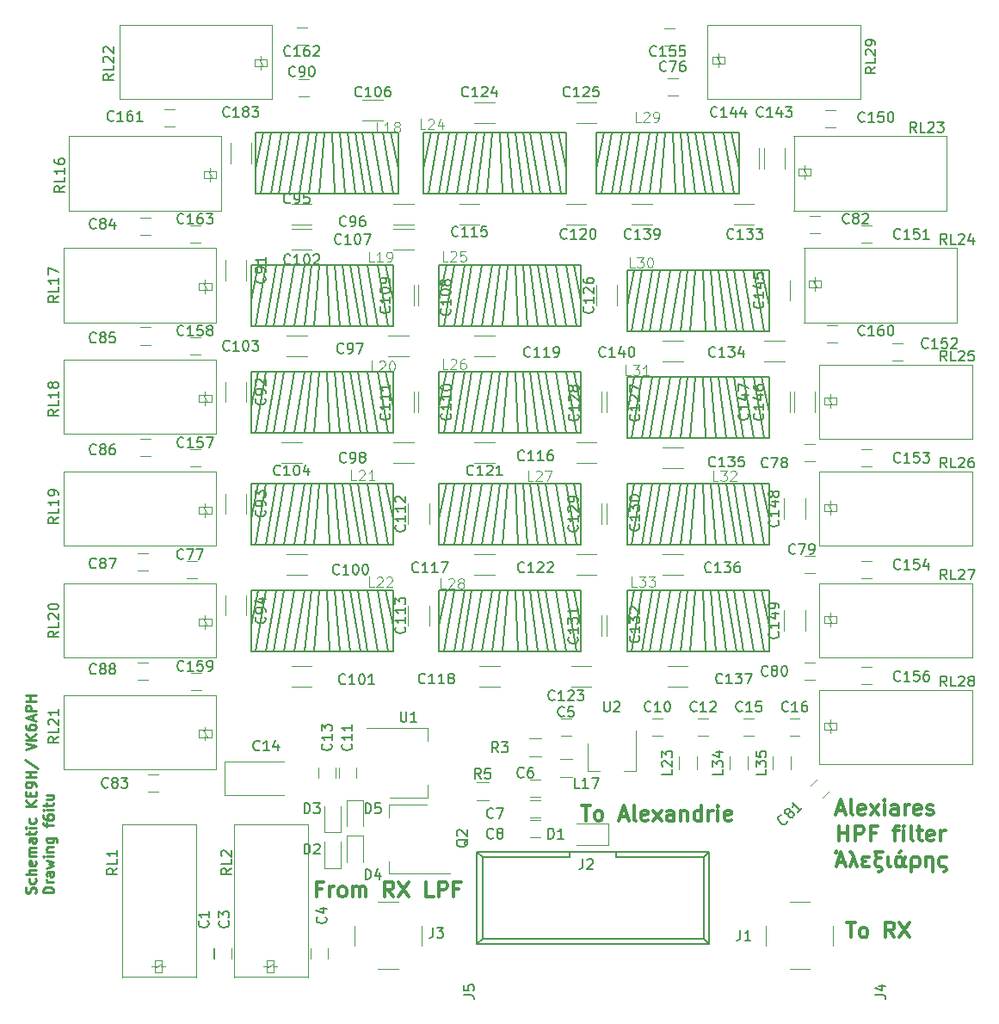
<source format=gto>
G04 #@! TF.FileFunction,Legend,Top*
%FSLAX46Y46*%
G04 Gerber Fmt 4.6, Leading zero omitted, Abs format (unit mm)*
G04 Created by KiCad (PCBNEW 4.0.7) date 01/14/18 17:35:24*
%MOMM*%
%LPD*%
G01*
G04 APERTURE LIST*
%ADD10C,0.100000*%
%ADD11C,0.300000*%
%ADD12C,0.250000*%
%ADD13C,0.120000*%
%ADD14C,0.150000*%
%ADD15C,0.125000*%
G04 APERTURE END LIST*
D10*
D11*
X122964287Y-100392857D02*
X122464287Y-100392857D01*
X122464287Y-101178571D02*
X122464287Y-99678571D01*
X123178573Y-99678571D01*
X123750001Y-101178571D02*
X123750001Y-100178571D01*
X123750001Y-100464286D02*
X123821429Y-100321429D01*
X123892858Y-100250000D01*
X124035715Y-100178571D01*
X124178572Y-100178571D01*
X124892858Y-101178571D02*
X124750000Y-101107143D01*
X124678572Y-101035714D01*
X124607143Y-100892857D01*
X124607143Y-100464286D01*
X124678572Y-100321429D01*
X124750000Y-100250000D01*
X124892858Y-100178571D01*
X125107143Y-100178571D01*
X125250000Y-100250000D01*
X125321429Y-100321429D01*
X125392858Y-100464286D01*
X125392858Y-100892857D01*
X125321429Y-101035714D01*
X125250000Y-101107143D01*
X125107143Y-101178571D01*
X124892858Y-101178571D01*
X126035715Y-101178571D02*
X126035715Y-100178571D01*
X126035715Y-100321429D02*
X126107143Y-100250000D01*
X126250001Y-100178571D01*
X126464286Y-100178571D01*
X126607143Y-100250000D01*
X126678572Y-100392857D01*
X126678572Y-101178571D01*
X126678572Y-100392857D02*
X126750001Y-100250000D01*
X126892858Y-100178571D01*
X127107143Y-100178571D01*
X127250001Y-100250000D01*
X127321429Y-100392857D01*
X127321429Y-101178571D01*
X130035715Y-101178571D02*
X129535715Y-100464286D01*
X129178572Y-101178571D02*
X129178572Y-99678571D01*
X129750000Y-99678571D01*
X129892858Y-99750000D01*
X129964286Y-99821429D01*
X130035715Y-99964286D01*
X130035715Y-100178571D01*
X129964286Y-100321429D01*
X129892858Y-100392857D01*
X129750000Y-100464286D01*
X129178572Y-100464286D01*
X130535715Y-99678571D02*
X131535715Y-101178571D01*
X131535715Y-99678571D02*
X130535715Y-101178571D01*
X133964286Y-101178571D02*
X133250000Y-101178571D01*
X133250000Y-99678571D01*
X134464286Y-101178571D02*
X134464286Y-99678571D01*
X135035714Y-99678571D01*
X135178572Y-99750000D01*
X135250000Y-99821429D01*
X135321429Y-99964286D01*
X135321429Y-100178571D01*
X135250000Y-100321429D01*
X135178572Y-100392857D01*
X135035714Y-100464286D01*
X134464286Y-100464286D01*
X136464286Y-100392857D02*
X135964286Y-100392857D01*
X135964286Y-101178571D02*
X135964286Y-99678571D01*
X136678572Y-99678571D01*
X148535715Y-92178571D02*
X149392858Y-92178571D01*
X148964287Y-93678571D02*
X148964287Y-92178571D01*
X150107144Y-93678571D02*
X149964286Y-93607143D01*
X149892858Y-93535714D01*
X149821429Y-93392857D01*
X149821429Y-92964286D01*
X149892858Y-92821429D01*
X149964286Y-92750000D01*
X150107144Y-92678571D01*
X150321429Y-92678571D01*
X150464286Y-92750000D01*
X150535715Y-92821429D01*
X150607144Y-92964286D01*
X150607144Y-93392857D01*
X150535715Y-93535714D01*
X150464286Y-93607143D01*
X150321429Y-93678571D01*
X150107144Y-93678571D01*
X152321429Y-93250000D02*
X153035715Y-93250000D01*
X152178572Y-93678571D02*
X152678572Y-92178571D01*
X153178572Y-93678571D01*
X153892858Y-93678571D02*
X153750000Y-93607143D01*
X153678572Y-93464286D01*
X153678572Y-92178571D01*
X155035714Y-93607143D02*
X154892857Y-93678571D01*
X154607143Y-93678571D01*
X154464286Y-93607143D01*
X154392857Y-93464286D01*
X154392857Y-92892857D01*
X154464286Y-92750000D01*
X154607143Y-92678571D01*
X154892857Y-92678571D01*
X155035714Y-92750000D01*
X155107143Y-92892857D01*
X155107143Y-93035714D01*
X154392857Y-93178571D01*
X155607143Y-93678571D02*
X156392857Y-92678571D01*
X155607143Y-92678571D02*
X156392857Y-93678571D01*
X157607143Y-93678571D02*
X157607143Y-92892857D01*
X157535714Y-92750000D01*
X157392857Y-92678571D01*
X157107143Y-92678571D01*
X156964286Y-92750000D01*
X157607143Y-93607143D02*
X157464286Y-93678571D01*
X157107143Y-93678571D01*
X156964286Y-93607143D01*
X156892857Y-93464286D01*
X156892857Y-93321429D01*
X156964286Y-93178571D01*
X157107143Y-93107143D01*
X157464286Y-93107143D01*
X157607143Y-93035714D01*
X158321429Y-92678571D02*
X158321429Y-93678571D01*
X158321429Y-92821429D02*
X158392857Y-92750000D01*
X158535715Y-92678571D01*
X158750000Y-92678571D01*
X158892857Y-92750000D01*
X158964286Y-92892857D01*
X158964286Y-93678571D01*
X160321429Y-93678571D02*
X160321429Y-92178571D01*
X160321429Y-93607143D02*
X160178572Y-93678571D01*
X159892858Y-93678571D01*
X159750000Y-93607143D01*
X159678572Y-93535714D01*
X159607143Y-93392857D01*
X159607143Y-92964286D01*
X159678572Y-92821429D01*
X159750000Y-92750000D01*
X159892858Y-92678571D01*
X160178572Y-92678571D01*
X160321429Y-92750000D01*
X161035715Y-93678571D02*
X161035715Y-92678571D01*
X161035715Y-92964286D02*
X161107143Y-92821429D01*
X161178572Y-92750000D01*
X161321429Y-92678571D01*
X161464286Y-92678571D01*
X161964286Y-93678571D02*
X161964286Y-92678571D01*
X161964286Y-92178571D02*
X161892857Y-92250000D01*
X161964286Y-92321429D01*
X162035714Y-92250000D01*
X161964286Y-92178571D01*
X161964286Y-92321429D01*
X163250000Y-93607143D02*
X163107143Y-93678571D01*
X162821429Y-93678571D01*
X162678572Y-93607143D01*
X162607143Y-93464286D01*
X162607143Y-92892857D01*
X162678572Y-92750000D01*
X162821429Y-92678571D01*
X163107143Y-92678571D01*
X163250000Y-92750000D01*
X163321429Y-92892857D01*
X163321429Y-93035714D01*
X162607143Y-93178571D01*
X174607143Y-103678571D02*
X175464286Y-103678571D01*
X175035715Y-105178571D02*
X175035715Y-103678571D01*
X176178572Y-105178571D02*
X176035714Y-105107143D01*
X175964286Y-105035714D01*
X175892857Y-104892857D01*
X175892857Y-104464286D01*
X175964286Y-104321429D01*
X176035714Y-104250000D01*
X176178572Y-104178571D01*
X176392857Y-104178571D01*
X176535714Y-104250000D01*
X176607143Y-104321429D01*
X176678572Y-104464286D01*
X176678572Y-104892857D01*
X176607143Y-105035714D01*
X176535714Y-105107143D01*
X176392857Y-105178571D01*
X176178572Y-105178571D01*
X179321429Y-105178571D02*
X178821429Y-104464286D01*
X178464286Y-105178571D02*
X178464286Y-103678571D01*
X179035714Y-103678571D01*
X179178572Y-103750000D01*
X179250000Y-103821429D01*
X179321429Y-103964286D01*
X179321429Y-104178571D01*
X179250000Y-104321429D01*
X179178572Y-104392857D01*
X179035714Y-104464286D01*
X178464286Y-104464286D01*
X179821429Y-103678571D02*
X180821429Y-105178571D01*
X180821429Y-103678571D02*
X179821429Y-105178571D01*
D12*
X94779762Y-100809524D02*
X94827381Y-100666667D01*
X94827381Y-100428571D01*
X94779762Y-100333333D01*
X94732143Y-100285714D01*
X94636905Y-100238095D01*
X94541667Y-100238095D01*
X94446429Y-100285714D01*
X94398810Y-100333333D01*
X94351190Y-100428571D01*
X94303571Y-100619048D01*
X94255952Y-100714286D01*
X94208333Y-100761905D01*
X94113095Y-100809524D01*
X94017857Y-100809524D01*
X93922619Y-100761905D01*
X93875000Y-100714286D01*
X93827381Y-100619048D01*
X93827381Y-100380952D01*
X93875000Y-100238095D01*
X94779762Y-99380952D02*
X94827381Y-99476190D01*
X94827381Y-99666667D01*
X94779762Y-99761905D01*
X94732143Y-99809524D01*
X94636905Y-99857143D01*
X94351190Y-99857143D01*
X94255952Y-99809524D01*
X94208333Y-99761905D01*
X94160714Y-99666667D01*
X94160714Y-99476190D01*
X94208333Y-99380952D01*
X94827381Y-98952381D02*
X93827381Y-98952381D01*
X94827381Y-98523809D02*
X94303571Y-98523809D01*
X94208333Y-98571428D01*
X94160714Y-98666666D01*
X94160714Y-98809524D01*
X94208333Y-98904762D01*
X94255952Y-98952381D01*
X94779762Y-97666666D02*
X94827381Y-97761904D01*
X94827381Y-97952381D01*
X94779762Y-98047619D01*
X94684524Y-98095238D01*
X94303571Y-98095238D01*
X94208333Y-98047619D01*
X94160714Y-97952381D01*
X94160714Y-97761904D01*
X94208333Y-97666666D01*
X94303571Y-97619047D01*
X94398810Y-97619047D01*
X94494048Y-98095238D01*
X94827381Y-97190476D02*
X94160714Y-97190476D01*
X94255952Y-97190476D02*
X94208333Y-97142857D01*
X94160714Y-97047619D01*
X94160714Y-96904761D01*
X94208333Y-96809523D01*
X94303571Y-96761904D01*
X94827381Y-96761904D01*
X94303571Y-96761904D02*
X94208333Y-96714285D01*
X94160714Y-96619047D01*
X94160714Y-96476190D01*
X94208333Y-96380952D01*
X94303571Y-96333333D01*
X94827381Y-96333333D01*
X94827381Y-95428571D02*
X94303571Y-95428571D01*
X94208333Y-95476190D01*
X94160714Y-95571428D01*
X94160714Y-95761905D01*
X94208333Y-95857143D01*
X94779762Y-95428571D02*
X94827381Y-95523809D01*
X94827381Y-95761905D01*
X94779762Y-95857143D01*
X94684524Y-95904762D01*
X94589286Y-95904762D01*
X94494048Y-95857143D01*
X94446429Y-95761905D01*
X94446429Y-95523809D01*
X94398810Y-95428571D01*
X94160714Y-95095238D02*
X94160714Y-94714286D01*
X93827381Y-94952381D02*
X94684524Y-94952381D01*
X94779762Y-94904762D01*
X94827381Y-94809524D01*
X94827381Y-94714286D01*
X94827381Y-94380952D02*
X94160714Y-94380952D01*
X93827381Y-94380952D02*
X93875000Y-94428571D01*
X93922619Y-94380952D01*
X93875000Y-94333333D01*
X93827381Y-94380952D01*
X93922619Y-94380952D01*
X94779762Y-93476190D02*
X94827381Y-93571428D01*
X94827381Y-93761905D01*
X94779762Y-93857143D01*
X94732143Y-93904762D01*
X94636905Y-93952381D01*
X94351190Y-93952381D01*
X94255952Y-93904762D01*
X94208333Y-93857143D01*
X94160714Y-93761905D01*
X94160714Y-93571428D01*
X94208333Y-93476190D01*
X94827381Y-92285714D02*
X93827381Y-92285714D01*
X94827381Y-91714285D02*
X94255952Y-92142857D01*
X93827381Y-91714285D02*
X94398810Y-92285714D01*
X94303571Y-91285714D02*
X94303571Y-90952380D01*
X94827381Y-90809523D02*
X94827381Y-91285714D01*
X93827381Y-91285714D01*
X93827381Y-90809523D01*
X94827381Y-90333333D02*
X94827381Y-90142857D01*
X94779762Y-90047618D01*
X94732143Y-89999999D01*
X94589286Y-89904761D01*
X94398810Y-89857142D01*
X94017857Y-89857142D01*
X93922619Y-89904761D01*
X93875000Y-89952380D01*
X93827381Y-90047618D01*
X93827381Y-90238095D01*
X93875000Y-90333333D01*
X93922619Y-90380952D01*
X94017857Y-90428571D01*
X94255952Y-90428571D01*
X94351190Y-90380952D01*
X94398810Y-90333333D01*
X94446429Y-90238095D01*
X94446429Y-90047618D01*
X94398810Y-89952380D01*
X94351190Y-89904761D01*
X94255952Y-89857142D01*
X94827381Y-89428571D02*
X93827381Y-89428571D01*
X94303571Y-89428571D02*
X94303571Y-88857142D01*
X94827381Y-88857142D02*
X93827381Y-88857142D01*
X93779762Y-87666666D02*
X95065476Y-88523809D01*
X93827381Y-86714285D02*
X94827381Y-86380952D01*
X93827381Y-86047618D01*
X94827381Y-85714285D02*
X93827381Y-85714285D01*
X94827381Y-85142856D02*
X94255952Y-85571428D01*
X93827381Y-85142856D02*
X94398810Y-85714285D01*
X93827381Y-84285713D02*
X93827381Y-84476190D01*
X93875000Y-84571428D01*
X93922619Y-84619047D01*
X94065476Y-84714285D01*
X94255952Y-84761904D01*
X94636905Y-84761904D01*
X94732143Y-84714285D01*
X94779762Y-84666666D01*
X94827381Y-84571428D01*
X94827381Y-84380951D01*
X94779762Y-84285713D01*
X94732143Y-84238094D01*
X94636905Y-84190475D01*
X94398810Y-84190475D01*
X94303571Y-84238094D01*
X94255952Y-84285713D01*
X94208333Y-84380951D01*
X94208333Y-84571428D01*
X94255952Y-84666666D01*
X94303571Y-84714285D01*
X94398810Y-84761904D01*
X94541667Y-83809523D02*
X94541667Y-83333332D01*
X94827381Y-83904761D02*
X93827381Y-83571428D01*
X94827381Y-83238094D01*
X94827381Y-82904761D02*
X93827381Y-82904761D01*
X93827381Y-82523808D01*
X93875000Y-82428570D01*
X93922619Y-82380951D01*
X94017857Y-82333332D01*
X94160714Y-82333332D01*
X94255952Y-82380951D01*
X94303571Y-82428570D01*
X94351190Y-82523808D01*
X94351190Y-82904761D01*
X94827381Y-81904761D02*
X93827381Y-81904761D01*
X94303571Y-81904761D02*
X94303571Y-81333332D01*
X94827381Y-81333332D02*
X93827381Y-81333332D01*
X96577381Y-100761905D02*
X95577381Y-100761905D01*
X95577381Y-100523810D01*
X95625000Y-100380952D01*
X95720238Y-100285714D01*
X95815476Y-100238095D01*
X96005952Y-100190476D01*
X96148810Y-100190476D01*
X96339286Y-100238095D01*
X96434524Y-100285714D01*
X96529762Y-100380952D01*
X96577381Y-100523810D01*
X96577381Y-100761905D01*
X96577381Y-99761905D02*
X95910714Y-99761905D01*
X96101190Y-99761905D02*
X96005952Y-99714286D01*
X95958333Y-99666667D01*
X95910714Y-99571429D01*
X95910714Y-99476190D01*
X96577381Y-98714285D02*
X96053571Y-98714285D01*
X95958333Y-98761904D01*
X95910714Y-98857142D01*
X95910714Y-99047619D01*
X95958333Y-99142857D01*
X96529762Y-98714285D02*
X96577381Y-98809523D01*
X96577381Y-99047619D01*
X96529762Y-99142857D01*
X96434524Y-99190476D01*
X96339286Y-99190476D01*
X96244048Y-99142857D01*
X96196429Y-99047619D01*
X96196429Y-98809523D01*
X96148810Y-98714285D01*
X95910714Y-98333333D02*
X96577381Y-98142857D01*
X96101190Y-97952380D01*
X96577381Y-97761904D01*
X95910714Y-97571428D01*
X96577381Y-97190476D02*
X95910714Y-97190476D01*
X95577381Y-97190476D02*
X95625000Y-97238095D01*
X95672619Y-97190476D01*
X95625000Y-97142857D01*
X95577381Y-97190476D01*
X95672619Y-97190476D01*
X95910714Y-96714286D02*
X96577381Y-96714286D01*
X96005952Y-96714286D02*
X95958333Y-96666667D01*
X95910714Y-96571429D01*
X95910714Y-96428571D01*
X95958333Y-96333333D01*
X96053571Y-96285714D01*
X96577381Y-96285714D01*
X95910714Y-95380952D02*
X96720238Y-95380952D01*
X96815476Y-95428571D01*
X96863095Y-95476190D01*
X96910714Y-95571429D01*
X96910714Y-95714286D01*
X96863095Y-95809524D01*
X96529762Y-95380952D02*
X96577381Y-95476190D01*
X96577381Y-95666667D01*
X96529762Y-95761905D01*
X96482143Y-95809524D01*
X96386905Y-95857143D01*
X96101190Y-95857143D01*
X96005952Y-95809524D01*
X95958333Y-95761905D01*
X95910714Y-95666667D01*
X95910714Y-95476190D01*
X95958333Y-95380952D01*
X95910714Y-94285714D02*
X95910714Y-93904762D01*
X96577381Y-94142857D02*
X95720238Y-94142857D01*
X95625000Y-94095238D01*
X95577381Y-94000000D01*
X95577381Y-93904762D01*
X95577381Y-93142856D02*
X95577381Y-93333333D01*
X95625000Y-93428571D01*
X95672619Y-93476190D01*
X95815476Y-93571428D01*
X96005952Y-93619047D01*
X96386905Y-93619047D01*
X96482143Y-93571428D01*
X96529762Y-93523809D01*
X96577381Y-93428571D01*
X96577381Y-93238094D01*
X96529762Y-93142856D01*
X96482143Y-93095237D01*
X96386905Y-93047618D01*
X96148810Y-93047618D01*
X96053571Y-93095237D01*
X96005952Y-93142856D01*
X95958333Y-93238094D01*
X95958333Y-93428571D01*
X96005952Y-93523809D01*
X96053571Y-93571428D01*
X96148810Y-93619047D01*
X96577381Y-92619047D02*
X95910714Y-92619047D01*
X95577381Y-92619047D02*
X95625000Y-92666666D01*
X95672619Y-92619047D01*
X95625000Y-92571428D01*
X95577381Y-92619047D01*
X95672619Y-92619047D01*
X95910714Y-92285714D02*
X95910714Y-91904762D01*
X95577381Y-92142857D02*
X96434524Y-92142857D01*
X96529762Y-92095238D01*
X96577381Y-92000000D01*
X96577381Y-91904762D01*
X95910714Y-91142856D02*
X96577381Y-91142856D01*
X95910714Y-91571428D02*
X96434524Y-91571428D01*
X96529762Y-91523809D01*
X96577381Y-91428571D01*
X96577381Y-91285713D01*
X96529762Y-91190475D01*
X96482143Y-91142856D01*
D11*
X173678572Y-92700000D02*
X174392858Y-92700000D01*
X173535715Y-93128571D02*
X174035715Y-91628571D01*
X174535715Y-93128571D01*
X175250001Y-93128571D02*
X175107143Y-93057143D01*
X175035715Y-92914286D01*
X175035715Y-91628571D01*
X176392857Y-93057143D02*
X176250000Y-93128571D01*
X175964286Y-93128571D01*
X175821429Y-93057143D01*
X175750000Y-92914286D01*
X175750000Y-92342857D01*
X175821429Y-92200000D01*
X175964286Y-92128571D01*
X176250000Y-92128571D01*
X176392857Y-92200000D01*
X176464286Y-92342857D01*
X176464286Y-92485714D01*
X175750000Y-92628571D01*
X176964286Y-93128571D02*
X177750000Y-92128571D01*
X176964286Y-92128571D02*
X177750000Y-93128571D01*
X178321429Y-93128571D02*
X178321429Y-92128571D01*
X178321429Y-91628571D02*
X178250000Y-91700000D01*
X178321429Y-91771429D01*
X178392857Y-91700000D01*
X178321429Y-91628571D01*
X178321429Y-91771429D01*
X179678572Y-93128571D02*
X179678572Y-92342857D01*
X179607143Y-92200000D01*
X179464286Y-92128571D01*
X179178572Y-92128571D01*
X179035715Y-92200000D01*
X179678572Y-93057143D02*
X179535715Y-93128571D01*
X179178572Y-93128571D01*
X179035715Y-93057143D01*
X178964286Y-92914286D01*
X178964286Y-92771429D01*
X179035715Y-92628571D01*
X179178572Y-92557143D01*
X179535715Y-92557143D01*
X179678572Y-92485714D01*
X180392858Y-93128571D02*
X180392858Y-92128571D01*
X180392858Y-92414286D02*
X180464286Y-92271429D01*
X180535715Y-92200000D01*
X180678572Y-92128571D01*
X180821429Y-92128571D01*
X181892857Y-93057143D02*
X181750000Y-93128571D01*
X181464286Y-93128571D01*
X181321429Y-93057143D01*
X181250000Y-92914286D01*
X181250000Y-92342857D01*
X181321429Y-92200000D01*
X181464286Y-92128571D01*
X181750000Y-92128571D01*
X181892857Y-92200000D01*
X181964286Y-92342857D01*
X181964286Y-92485714D01*
X181250000Y-92628571D01*
X182535714Y-93057143D02*
X182678571Y-93128571D01*
X182964286Y-93128571D01*
X183107143Y-93057143D01*
X183178571Y-92914286D01*
X183178571Y-92842857D01*
X183107143Y-92700000D01*
X182964286Y-92628571D01*
X182750000Y-92628571D01*
X182607143Y-92557143D01*
X182535714Y-92414286D01*
X182535714Y-92342857D01*
X182607143Y-92200000D01*
X182750000Y-92128571D01*
X182964286Y-92128571D01*
X183107143Y-92200000D01*
X173892858Y-95678571D02*
X173892858Y-94178571D01*
X173892858Y-94892857D02*
X174750001Y-94892857D01*
X174750001Y-95678571D02*
X174750001Y-94178571D01*
X175464287Y-95678571D02*
X175464287Y-94178571D01*
X176035715Y-94178571D01*
X176178573Y-94250000D01*
X176250001Y-94321429D01*
X176321430Y-94464286D01*
X176321430Y-94678571D01*
X176250001Y-94821429D01*
X176178573Y-94892857D01*
X176035715Y-94964286D01*
X175464287Y-94964286D01*
X177464287Y-94892857D02*
X176964287Y-94892857D01*
X176964287Y-95678571D02*
X176964287Y-94178571D01*
X177678573Y-94178571D01*
X179178572Y-94678571D02*
X179750001Y-94678571D01*
X179392858Y-95678571D02*
X179392858Y-94392857D01*
X179464286Y-94250000D01*
X179607144Y-94178571D01*
X179750001Y-94178571D01*
X180250001Y-95678571D02*
X180250001Y-94678571D01*
X180250001Y-94178571D02*
X180178572Y-94250000D01*
X180250001Y-94321429D01*
X180321429Y-94250000D01*
X180250001Y-94178571D01*
X180250001Y-94321429D01*
X181178573Y-95678571D02*
X181035715Y-95607143D01*
X180964287Y-95464286D01*
X180964287Y-94178571D01*
X181535715Y-94678571D02*
X182107144Y-94678571D01*
X181750001Y-94178571D02*
X181750001Y-95464286D01*
X181821429Y-95607143D01*
X181964287Y-95678571D01*
X182107144Y-95678571D01*
X183178572Y-95607143D02*
X183035715Y-95678571D01*
X182750001Y-95678571D01*
X182607144Y-95607143D01*
X182535715Y-95464286D01*
X182535715Y-94892857D01*
X182607144Y-94750000D01*
X182750001Y-94678571D01*
X183035715Y-94678571D01*
X183178572Y-94750000D01*
X183250001Y-94892857D01*
X183250001Y-95035714D01*
X182535715Y-95178571D01*
X183892858Y-95678571D02*
X183892858Y-94678571D01*
X183892858Y-94964286D02*
X183964286Y-94821429D01*
X184035715Y-94750000D01*
X184178572Y-94678571D01*
X184321429Y-94678571D01*
X173714286Y-97800000D02*
X174428572Y-97800000D01*
X173571429Y-98228571D02*
X174071429Y-96728571D01*
X174571429Y-98228571D01*
X173500001Y-96871429D02*
X173571429Y-96871429D01*
X173642858Y-96800000D01*
X173642858Y-96657143D01*
X175285715Y-97228571D02*
X174928572Y-98228571D01*
X174928572Y-96728571D02*
X175071429Y-96728571D01*
X175142857Y-96800000D01*
X175285715Y-97228571D01*
X175642857Y-98228571D01*
X176357143Y-97728571D02*
X176214286Y-97800000D01*
X176142857Y-97942857D01*
X176142857Y-98014286D01*
X176214286Y-98157143D01*
X176357143Y-98228571D01*
X176642857Y-98228571D01*
X176785714Y-98157143D01*
X176500000Y-97728571D02*
X176357143Y-97728571D01*
X176214286Y-97657143D01*
X176142857Y-97514286D01*
X176142857Y-97442857D01*
X176214286Y-97300000D01*
X176357143Y-97228571D01*
X176642857Y-97228571D01*
X176785714Y-97300000D01*
X177428572Y-96728571D02*
X178142858Y-96728571D01*
X177714286Y-96728571D02*
X177571429Y-96800000D01*
X177500000Y-96942857D01*
X177500000Y-97157143D01*
X177571429Y-97300000D01*
X177714286Y-97371429D01*
X178000000Y-97371429D01*
X177714286Y-97371429D02*
X177571429Y-97442857D01*
X177500000Y-97514286D01*
X177428572Y-97657143D01*
X177428572Y-97942857D01*
X177500000Y-98085714D01*
X177571429Y-98157143D01*
X177714286Y-98228571D01*
X177857143Y-98228571D01*
X178000000Y-98300000D01*
X178071429Y-98442857D01*
X178071429Y-98514286D01*
X178000000Y-98657143D01*
X177857143Y-98728571D01*
X177785715Y-98728571D01*
X178714286Y-97228571D02*
X178714286Y-98014286D01*
X178785714Y-98157143D01*
X178928572Y-98228571D01*
X180357143Y-97228571D02*
X180142857Y-97942857D01*
X180071428Y-98085714D01*
X180000000Y-98157143D01*
X179857143Y-98228571D01*
X179714286Y-98228571D01*
X179571428Y-98157143D01*
X179500000Y-98085714D01*
X179428571Y-97871429D01*
X179428571Y-97585714D01*
X179500000Y-97371429D01*
X179571428Y-97300000D01*
X179714286Y-97228571D01*
X179857143Y-97228571D01*
X180000000Y-97300000D01*
X180071428Y-97371429D01*
X180142857Y-97514286D01*
X180214286Y-98014286D01*
X180285714Y-98157143D01*
X180428571Y-98228571D01*
X180000000Y-96657143D02*
X179785714Y-96871429D01*
X181000000Y-98728571D02*
X181000000Y-97514286D01*
X181071428Y-97371429D01*
X181142857Y-97300000D01*
X181285714Y-97228571D01*
X181500000Y-97228571D01*
X181642857Y-97300000D01*
X181714286Y-97371429D01*
X181785714Y-97514286D01*
X181785714Y-97942857D01*
X181714286Y-98085714D01*
X181642857Y-98157143D01*
X181500000Y-98228571D01*
X181285714Y-98228571D01*
X181142857Y-98157143D01*
X181000000Y-98014286D01*
X182428571Y-97228571D02*
X182428571Y-98228571D01*
X182428571Y-97371429D02*
X182499999Y-97300000D01*
X182642857Y-97228571D01*
X182857142Y-97228571D01*
X182999999Y-97300000D01*
X183071428Y-97442857D01*
X183071428Y-98728571D01*
X184428571Y-97300000D02*
X184285714Y-97228571D01*
X184000000Y-97228571D01*
X183857142Y-97300000D01*
X183785714Y-97371429D01*
X183714285Y-97514286D01*
X183714285Y-97942857D01*
X183785714Y-98085714D01*
X183857142Y-98157143D01*
X184000000Y-98228571D01*
X184214285Y-98228571D01*
X184357142Y-98300000D01*
X184428571Y-98442857D01*
X184428571Y-98514286D01*
X184357142Y-98657143D01*
X184214285Y-98728571D01*
D13*
X177100000Y-35150000D02*
X176100000Y-35150000D01*
X176100000Y-36850000D02*
X177100000Y-36850000D01*
D14*
X135250000Y-39000000D02*
X134500000Y-42500000D01*
X136000000Y-39000000D02*
X135000000Y-45000000D01*
X137000000Y-39000000D02*
X136000000Y-45000000D01*
X137750000Y-39000000D02*
X136750000Y-45000000D01*
X138750000Y-39000000D02*
X137750000Y-45000000D01*
X139750000Y-39000000D02*
X138750000Y-45000000D01*
X140500000Y-39000000D02*
X139750000Y-45000000D01*
X147750000Y-39000000D02*
X148500000Y-42500000D01*
X147000000Y-39000000D02*
X148000000Y-45000000D01*
X146000000Y-39000000D02*
X147000000Y-45000000D01*
X145000000Y-39000000D02*
X146000000Y-45000000D01*
X144250000Y-39000000D02*
X145250000Y-45000000D01*
X143500000Y-39000000D02*
X144250000Y-45000000D01*
X142750000Y-39000000D02*
X143250000Y-45000000D01*
X141250000Y-39000000D02*
X140750000Y-45000000D01*
X142000000Y-39000000D02*
X142250000Y-45000000D01*
X141500000Y-39000000D02*
X148500000Y-39000000D01*
X148500000Y-39000000D02*
X148500000Y-45000000D01*
X148500000Y-45000000D02*
X134500000Y-45000000D01*
X134500000Y-45000000D02*
X134500000Y-39000000D01*
X134500000Y-39000000D02*
X141500000Y-39000000D01*
D13*
X138000000Y-25020000D02*
X140000000Y-25020000D01*
X140000000Y-22980000D02*
X138000000Y-22980000D01*
X166980000Y-40500000D02*
X166980000Y-42500000D01*
X169020000Y-42500000D02*
X169020000Y-40500000D01*
D14*
X150750000Y-26000000D02*
X150000000Y-29500000D01*
X151500000Y-26000000D02*
X150500000Y-32000000D01*
X152500000Y-26000000D02*
X151500000Y-32000000D01*
X153250000Y-26000000D02*
X152250000Y-32000000D01*
X154250000Y-26000000D02*
X153250000Y-32000000D01*
X155250000Y-26000000D02*
X154250000Y-32000000D01*
X156000000Y-26000000D02*
X155250000Y-32000000D01*
X163250000Y-26000000D02*
X164000000Y-29500000D01*
X162500000Y-26000000D02*
X163500000Y-32000000D01*
X161500000Y-26000000D02*
X162500000Y-32000000D01*
X160500000Y-26000000D02*
X161500000Y-32000000D01*
X159750000Y-26000000D02*
X160750000Y-32000000D01*
X159000000Y-26000000D02*
X159750000Y-32000000D01*
X158250000Y-26000000D02*
X158750000Y-32000000D01*
X156750000Y-26000000D02*
X156250000Y-32000000D01*
X157500000Y-26000000D02*
X157750000Y-32000000D01*
X157000000Y-26000000D02*
X164000000Y-26000000D01*
X164000000Y-26000000D02*
X164000000Y-32000000D01*
X164000000Y-32000000D02*
X150000000Y-32000000D01*
X150000000Y-32000000D02*
X150000000Y-26000000D01*
X150000000Y-26000000D02*
X157000000Y-26000000D01*
D13*
X157000000Y-22350000D02*
X158000000Y-22350000D01*
X158000000Y-20650000D02*
X157000000Y-20650000D01*
X109700000Y-69850000D02*
X110700000Y-69850000D01*
X110700000Y-68150000D02*
X109700000Y-68150000D01*
X170500000Y-58350000D02*
X171500000Y-58350000D01*
X171500000Y-56650000D02*
X170500000Y-56650000D01*
X170500000Y-69350000D02*
X171500000Y-69350000D01*
X171500000Y-67650000D02*
X170500000Y-67650000D01*
X170500000Y-79850000D02*
X171500000Y-79850000D01*
X171500000Y-78150000D02*
X170500000Y-78150000D01*
X172247487Y-91454594D02*
X172954594Y-90747487D01*
X171752513Y-89545406D02*
X171045406Y-90252513D01*
X172000000Y-34150000D02*
X171000000Y-34150000D01*
X171000000Y-35850000D02*
X172000000Y-35850000D01*
X106900000Y-89150000D02*
X105900000Y-89150000D01*
X105900000Y-90850000D02*
X106900000Y-90850000D01*
X106100000Y-34350000D02*
X105100000Y-34350000D01*
X105100000Y-36050000D02*
X106100000Y-36050000D01*
X106100000Y-45150000D02*
X105100000Y-45150000D01*
X105100000Y-46850000D02*
X106100000Y-46850000D01*
X106100000Y-56150000D02*
X105100000Y-56150000D01*
X105100000Y-57850000D02*
X106100000Y-57850000D01*
X105900000Y-67350000D02*
X104900000Y-67350000D01*
X104900000Y-69050000D02*
X105900000Y-69050000D01*
X105900000Y-78150000D02*
X104900000Y-78150000D01*
X104900000Y-79850000D02*
X105900000Y-79850000D01*
X120700000Y-22450000D02*
X121700000Y-22450000D01*
X121700000Y-20750000D02*
X120700000Y-20750000D01*
X173500000Y-23750000D02*
X172500000Y-23750000D01*
X172500000Y-25450000D02*
X173500000Y-25450000D01*
X180100000Y-46750000D02*
X179100000Y-46750000D01*
X179100000Y-48450000D02*
X180100000Y-48450000D01*
X177100000Y-57150000D02*
X176100000Y-57150000D01*
X176100000Y-58850000D02*
X177100000Y-58850000D01*
X177100000Y-68150000D02*
X176100000Y-68150000D01*
X176100000Y-69850000D02*
X177100000Y-69850000D01*
X156700000Y-17450000D02*
X157700000Y-17450000D01*
X157700000Y-15750000D02*
X156700000Y-15750000D01*
X177100000Y-78550000D02*
X176100000Y-78550000D01*
X176100000Y-80250000D02*
X177100000Y-80250000D01*
X110000000Y-58850000D02*
X111000000Y-58850000D01*
X111000000Y-57150000D02*
X110000000Y-57150000D01*
X110000000Y-47850000D02*
X111000000Y-47850000D01*
X111000000Y-46150000D02*
X110000000Y-46150000D01*
X110100000Y-80850000D02*
X111100000Y-80850000D01*
X111100000Y-79150000D02*
X110100000Y-79150000D01*
X173700000Y-44950000D02*
X172700000Y-44950000D01*
X172700000Y-46650000D02*
X173700000Y-46650000D01*
X107500000Y-25350000D02*
X108500000Y-25350000D01*
X108500000Y-23650000D02*
X107500000Y-23650000D01*
X121500000Y-15650000D02*
X120500000Y-15650000D01*
X120500000Y-17350000D02*
X121500000Y-17350000D01*
X110000000Y-36850000D02*
X111000000Y-36850000D01*
X111000000Y-35150000D02*
X110000000Y-35150000D01*
X151200000Y-96060000D02*
X151200000Y-93940000D01*
X148000000Y-96060000D02*
X151200000Y-96060000D01*
X151200000Y-93940000D02*
X148000000Y-93940000D01*
X110650000Y-106250000D02*
X110650000Y-107250000D01*
X112350000Y-107250000D02*
X112350000Y-106250000D01*
X112400000Y-106250000D02*
X112400000Y-107250000D01*
X114100000Y-107250000D02*
X114100000Y-106250000D01*
X121900000Y-106250000D02*
X121900000Y-107250000D01*
X123600000Y-107250000D02*
X123600000Y-106250000D01*
X115520000Y-40500000D02*
X115520000Y-38500000D01*
X113480000Y-38500000D02*
X113480000Y-40500000D01*
X115520000Y-52500000D02*
X115520000Y-50500000D01*
X113480000Y-50500000D02*
X113480000Y-52500000D01*
X115520000Y-63500000D02*
X115520000Y-61500000D01*
X113480000Y-61500000D02*
X113480000Y-63500000D01*
X115520000Y-73500000D02*
X115520000Y-71500000D01*
X113480000Y-71500000D02*
X113480000Y-73500000D01*
X120000000Y-35020000D02*
X122000000Y-35020000D01*
X122000000Y-32980000D02*
X120000000Y-32980000D01*
X132000000Y-32980000D02*
X130000000Y-32980000D01*
X130000000Y-35020000D02*
X132000000Y-35020000D01*
X131500000Y-45980000D02*
X129500000Y-45980000D01*
X129500000Y-48020000D02*
X131500000Y-48020000D01*
X132000000Y-56480000D02*
X130000000Y-56480000D01*
X130000000Y-58520000D02*
X132000000Y-58520000D01*
X119500000Y-69520000D02*
X121500000Y-69520000D01*
X121500000Y-67480000D02*
X119500000Y-67480000D01*
X120000000Y-80520000D02*
X122000000Y-80520000D01*
X122000000Y-78480000D02*
X120000000Y-78480000D01*
X120000000Y-37520000D02*
X122000000Y-37520000D01*
X122000000Y-35480000D02*
X120000000Y-35480000D01*
X119500000Y-48020000D02*
X121500000Y-48020000D01*
X121500000Y-45980000D02*
X119500000Y-45980000D01*
X119000000Y-58520000D02*
X121000000Y-58520000D01*
X121000000Y-56480000D02*
X119000000Y-56480000D01*
X127000000Y-24770000D02*
X129000000Y-24770000D01*
X129000000Y-22730000D02*
X127000000Y-22730000D01*
X132000000Y-35480000D02*
X130000000Y-35480000D01*
X130000000Y-37520000D02*
X132000000Y-37520000D01*
X132480000Y-41000000D02*
X132480000Y-43000000D01*
X134520000Y-43000000D02*
X134520000Y-41000000D01*
X129980000Y-41000000D02*
X129980000Y-43000000D01*
X132020000Y-43000000D02*
X132020000Y-41000000D01*
X132480000Y-51500000D02*
X132480000Y-53500000D01*
X134520000Y-53500000D02*
X134520000Y-51500000D01*
X129980000Y-51500000D02*
X129980000Y-53500000D01*
X132020000Y-53500000D02*
X132020000Y-51500000D01*
X131480000Y-62500000D02*
X131480000Y-64500000D01*
X133520000Y-64500000D02*
X133520000Y-62500000D01*
X131480000Y-72500000D02*
X131480000Y-74500000D01*
X133520000Y-74500000D02*
X133520000Y-72500000D01*
X136500000Y-35020000D02*
X138500000Y-35020000D01*
X138500000Y-32980000D02*
X136500000Y-32980000D01*
X150000000Y-56480000D02*
X148000000Y-56480000D01*
X148000000Y-58520000D02*
X150000000Y-58520000D01*
X138000000Y-69520000D02*
X140000000Y-69520000D01*
X140000000Y-67480000D02*
X138000000Y-67480000D01*
X138500000Y-80520000D02*
X140500000Y-80520000D01*
X140500000Y-78480000D02*
X138500000Y-78480000D01*
X138000000Y-48020000D02*
X140000000Y-48020000D01*
X140000000Y-45980000D02*
X138000000Y-45980000D01*
X149000000Y-32980000D02*
X147000000Y-32980000D01*
X147000000Y-35020000D02*
X149000000Y-35020000D01*
X138000000Y-58520000D02*
X140000000Y-58520000D01*
X140000000Y-56480000D02*
X138000000Y-56480000D01*
X150000000Y-67480000D02*
X148000000Y-67480000D01*
X148000000Y-69520000D02*
X150000000Y-69520000D01*
X149500000Y-78480000D02*
X147500000Y-78480000D01*
X147500000Y-80520000D02*
X149500000Y-80520000D01*
X148000000Y-25020000D02*
X150000000Y-25020000D01*
X150000000Y-22980000D02*
X148000000Y-22980000D01*
X149980000Y-41000000D02*
X149980000Y-43000000D01*
X152020000Y-43000000D02*
X152020000Y-41000000D01*
X150980000Y-51500000D02*
X150980000Y-53500000D01*
X153020000Y-53500000D02*
X153020000Y-51500000D01*
X148480000Y-51500000D02*
X148480000Y-53500000D01*
X150520000Y-53500000D02*
X150520000Y-51500000D01*
X148480000Y-62500000D02*
X148480000Y-64500000D01*
X150520000Y-64500000D02*
X150520000Y-62500000D01*
X150980000Y-62500000D02*
X150980000Y-64500000D01*
X153020000Y-64500000D02*
X153020000Y-62500000D01*
X148480000Y-73500000D02*
X148480000Y-75500000D01*
X150520000Y-75500000D02*
X150520000Y-73500000D01*
X150980000Y-73500000D02*
X150980000Y-75500000D01*
X153020000Y-75500000D02*
X153020000Y-73500000D01*
X165500000Y-32980000D02*
X163500000Y-32980000D01*
X163500000Y-35020000D02*
X165500000Y-35020000D01*
X168500000Y-46480000D02*
X166500000Y-46480000D01*
X166500000Y-48520000D02*
X168500000Y-48520000D01*
X156500000Y-59020000D02*
X158500000Y-59020000D01*
X158500000Y-56980000D02*
X156500000Y-56980000D01*
X156500000Y-69520000D02*
X158500000Y-69520000D01*
X158500000Y-67480000D02*
X156500000Y-67480000D01*
X157000000Y-80520000D02*
X159000000Y-80520000D01*
X159000000Y-78480000D02*
X157000000Y-78480000D01*
X153500000Y-35020000D02*
X155500000Y-35020000D01*
X155500000Y-32980000D02*
X153500000Y-32980000D01*
X156500000Y-48520000D02*
X158500000Y-48520000D01*
X158500000Y-46480000D02*
X156500000Y-46480000D01*
X166480000Y-27500000D02*
X166480000Y-29500000D01*
X168520000Y-29500000D02*
X168520000Y-27500000D01*
X163980000Y-27500000D02*
X163980000Y-29500000D01*
X166020000Y-29500000D02*
X166020000Y-27500000D01*
X169480000Y-51500000D02*
X169480000Y-53500000D01*
X171520000Y-53500000D02*
X171520000Y-51500000D01*
X166980000Y-51500000D02*
X166980000Y-53500000D01*
X169020000Y-53500000D02*
X169020000Y-51500000D01*
X168480000Y-62000000D02*
X168480000Y-64000000D01*
X170520000Y-64000000D02*
X170520000Y-62000000D01*
X168480000Y-73000000D02*
X168480000Y-75000000D01*
X170520000Y-75000000D02*
X170520000Y-73000000D01*
X116020000Y-29000000D02*
X116020000Y-27000000D01*
X113980000Y-27000000D02*
X113980000Y-29000000D01*
X123200000Y-98350000D02*
X124800000Y-98350000D01*
X124800000Y-98350000D02*
X124800000Y-95750000D01*
X123200000Y-98350000D02*
X123200000Y-95750000D01*
X123200000Y-94850000D02*
X124800000Y-94850000D01*
X124800000Y-94850000D02*
X124800000Y-92250000D01*
X123200000Y-94850000D02*
X123200000Y-92250000D01*
X127050000Y-95150000D02*
X125450000Y-95150000D01*
X125450000Y-95150000D02*
X125450000Y-97750000D01*
X127050000Y-95150000D02*
X127050000Y-97750000D01*
X127050000Y-91650000D02*
X125450000Y-91650000D01*
X125450000Y-91650000D02*
X125450000Y-94250000D01*
X127050000Y-91650000D02*
X127050000Y-94250000D01*
X128500000Y-101700000D02*
X130500000Y-101700000D01*
X128500000Y-108300000D02*
X130500000Y-108300000D01*
X132800000Y-104000000D02*
X132800000Y-106000000D01*
X126200000Y-104000000D02*
X126200000Y-106000000D01*
D14*
X117250000Y-26000000D02*
X116500000Y-29500000D01*
X118000000Y-26000000D02*
X117000000Y-32000000D01*
X119000000Y-26000000D02*
X118000000Y-32000000D01*
X119750000Y-26000000D02*
X118750000Y-32000000D01*
X120750000Y-26000000D02*
X119750000Y-32000000D01*
X121750000Y-26000000D02*
X120750000Y-32000000D01*
X122500000Y-26000000D02*
X121750000Y-32000000D01*
X129750000Y-26000000D02*
X130500000Y-29500000D01*
X129000000Y-26000000D02*
X130000000Y-32000000D01*
X128000000Y-26000000D02*
X129000000Y-32000000D01*
X127000000Y-26000000D02*
X128000000Y-32000000D01*
X126250000Y-26000000D02*
X127250000Y-32000000D01*
X125500000Y-26000000D02*
X126250000Y-32000000D01*
X124750000Y-26000000D02*
X125250000Y-32000000D01*
X123250000Y-26000000D02*
X122750000Y-32000000D01*
X124000000Y-26000000D02*
X124250000Y-32000000D01*
X123500000Y-26000000D02*
X130500000Y-26000000D01*
X130500000Y-26000000D02*
X130500000Y-32000000D01*
X130500000Y-32000000D02*
X116500000Y-32000000D01*
X116500000Y-32000000D02*
X116500000Y-26000000D01*
X116500000Y-26000000D02*
X123500000Y-26000000D01*
X116750000Y-39000000D02*
X116000000Y-42500000D01*
X117500000Y-39000000D02*
X116500000Y-45000000D01*
X118500000Y-39000000D02*
X117500000Y-45000000D01*
X119250000Y-39000000D02*
X118250000Y-45000000D01*
X120250000Y-39000000D02*
X119250000Y-45000000D01*
X121250000Y-39000000D02*
X120250000Y-45000000D01*
X122000000Y-39000000D02*
X121250000Y-45000000D01*
X129250000Y-39000000D02*
X130000000Y-42500000D01*
X128500000Y-39000000D02*
X129500000Y-45000000D01*
X127500000Y-39000000D02*
X128500000Y-45000000D01*
X126500000Y-39000000D02*
X127500000Y-45000000D01*
X125750000Y-39000000D02*
X126750000Y-45000000D01*
X125000000Y-39000000D02*
X125750000Y-45000000D01*
X124250000Y-39000000D02*
X124750000Y-45000000D01*
X122750000Y-39000000D02*
X122250000Y-45000000D01*
X123500000Y-39000000D02*
X123750000Y-45000000D01*
X123000000Y-39000000D02*
X130000000Y-39000000D01*
X130000000Y-39000000D02*
X130000000Y-45000000D01*
X130000000Y-45000000D02*
X116000000Y-45000000D01*
X116000000Y-45000000D02*
X116000000Y-39000000D01*
X116000000Y-39000000D02*
X123000000Y-39000000D01*
X116750000Y-49500000D02*
X116000000Y-53000000D01*
X117500000Y-49500000D02*
X116500000Y-55500000D01*
X118500000Y-49500000D02*
X117500000Y-55500000D01*
X119250000Y-49500000D02*
X118250000Y-55500000D01*
X120250000Y-49500000D02*
X119250000Y-55500000D01*
X121250000Y-49500000D02*
X120250000Y-55500000D01*
X122000000Y-49500000D02*
X121250000Y-55500000D01*
X129250000Y-49500000D02*
X130000000Y-53000000D01*
X128500000Y-49500000D02*
X129500000Y-55500000D01*
X127500000Y-49500000D02*
X128500000Y-55500000D01*
X126500000Y-49500000D02*
X127500000Y-55500000D01*
X125750000Y-49500000D02*
X126750000Y-55500000D01*
X125000000Y-49500000D02*
X125750000Y-55500000D01*
X124250000Y-49500000D02*
X124750000Y-55500000D01*
X122750000Y-49500000D02*
X122250000Y-55500000D01*
X123500000Y-49500000D02*
X123750000Y-55500000D01*
X123000000Y-49500000D02*
X130000000Y-49500000D01*
X130000000Y-49500000D02*
X130000000Y-55500000D01*
X130000000Y-55500000D02*
X116000000Y-55500000D01*
X116000000Y-55500000D02*
X116000000Y-49500000D01*
X116000000Y-49500000D02*
X123000000Y-49500000D01*
X116750000Y-60500000D02*
X116000000Y-64000000D01*
X117500000Y-60500000D02*
X116500000Y-66500000D01*
X118500000Y-60500000D02*
X117500000Y-66500000D01*
X119250000Y-60500000D02*
X118250000Y-66500000D01*
X120250000Y-60500000D02*
X119250000Y-66500000D01*
X121250000Y-60500000D02*
X120250000Y-66500000D01*
X122000000Y-60500000D02*
X121250000Y-66500000D01*
X129250000Y-60500000D02*
X130000000Y-64000000D01*
X128500000Y-60500000D02*
X129500000Y-66500000D01*
X127500000Y-60500000D02*
X128500000Y-66500000D01*
X126500000Y-60500000D02*
X127500000Y-66500000D01*
X125750000Y-60500000D02*
X126750000Y-66500000D01*
X125000000Y-60500000D02*
X125750000Y-66500000D01*
X124250000Y-60500000D02*
X124750000Y-66500000D01*
X122750000Y-60500000D02*
X122250000Y-66500000D01*
X123500000Y-60500000D02*
X123750000Y-66500000D01*
X123000000Y-60500000D02*
X130000000Y-60500000D01*
X130000000Y-60500000D02*
X130000000Y-66500000D01*
X130000000Y-66500000D02*
X116000000Y-66500000D01*
X116000000Y-66500000D02*
X116000000Y-60500000D01*
X116000000Y-60500000D02*
X123000000Y-60500000D01*
X116750000Y-71000000D02*
X116000000Y-74500000D01*
X117500000Y-71000000D02*
X116500000Y-77000000D01*
X118500000Y-71000000D02*
X117500000Y-77000000D01*
X119250000Y-71000000D02*
X118250000Y-77000000D01*
X120250000Y-71000000D02*
X119250000Y-77000000D01*
X121250000Y-71000000D02*
X120250000Y-77000000D01*
X122000000Y-71000000D02*
X121250000Y-77000000D01*
X129250000Y-71000000D02*
X130000000Y-74500000D01*
X128500000Y-71000000D02*
X129500000Y-77000000D01*
X127500000Y-71000000D02*
X128500000Y-77000000D01*
X126500000Y-71000000D02*
X127500000Y-77000000D01*
X125750000Y-71000000D02*
X126750000Y-77000000D01*
X125000000Y-71000000D02*
X125750000Y-77000000D01*
X124250000Y-71000000D02*
X124750000Y-77000000D01*
X122750000Y-71000000D02*
X122250000Y-77000000D01*
X123500000Y-71000000D02*
X123750000Y-77000000D01*
X123000000Y-71000000D02*
X130000000Y-71000000D01*
X130000000Y-71000000D02*
X130000000Y-77000000D01*
X130000000Y-77000000D02*
X116000000Y-77000000D01*
X116000000Y-77000000D02*
X116000000Y-71000000D01*
X116000000Y-71000000D02*
X123000000Y-71000000D01*
X133750000Y-26000000D02*
X133000000Y-29500000D01*
X134500000Y-26000000D02*
X133500000Y-32000000D01*
X135500000Y-26000000D02*
X134500000Y-32000000D01*
X136250000Y-26000000D02*
X135250000Y-32000000D01*
X137250000Y-26000000D02*
X136250000Y-32000000D01*
X138250000Y-26000000D02*
X137250000Y-32000000D01*
X139000000Y-26000000D02*
X138250000Y-32000000D01*
X146250000Y-26000000D02*
X147000000Y-29500000D01*
X145500000Y-26000000D02*
X146500000Y-32000000D01*
X144500000Y-26000000D02*
X145500000Y-32000000D01*
X143500000Y-26000000D02*
X144500000Y-32000000D01*
X142750000Y-26000000D02*
X143750000Y-32000000D01*
X142000000Y-26000000D02*
X142750000Y-32000000D01*
X141250000Y-26000000D02*
X141750000Y-32000000D01*
X139750000Y-26000000D02*
X139250000Y-32000000D01*
X140500000Y-26000000D02*
X140750000Y-32000000D01*
X140000000Y-26000000D02*
X147000000Y-26000000D01*
X147000000Y-26000000D02*
X147000000Y-32000000D01*
X147000000Y-32000000D02*
X133000000Y-32000000D01*
X133000000Y-32000000D02*
X133000000Y-26000000D01*
X133000000Y-26000000D02*
X140000000Y-26000000D01*
X135250000Y-49500000D02*
X134500000Y-53000000D01*
X136000000Y-49500000D02*
X135000000Y-55500000D01*
X137000000Y-49500000D02*
X136000000Y-55500000D01*
X137750000Y-49500000D02*
X136750000Y-55500000D01*
X138750000Y-49500000D02*
X137750000Y-55500000D01*
X139750000Y-49500000D02*
X138750000Y-55500000D01*
X140500000Y-49500000D02*
X139750000Y-55500000D01*
X147750000Y-49500000D02*
X148500000Y-53000000D01*
X147000000Y-49500000D02*
X148000000Y-55500000D01*
X146000000Y-49500000D02*
X147000000Y-55500000D01*
X145000000Y-49500000D02*
X146000000Y-55500000D01*
X144250000Y-49500000D02*
X145250000Y-55500000D01*
X143500000Y-49500000D02*
X144250000Y-55500000D01*
X142750000Y-49500000D02*
X143250000Y-55500000D01*
X141250000Y-49500000D02*
X140750000Y-55500000D01*
X142000000Y-49500000D02*
X142250000Y-55500000D01*
X141500000Y-49500000D02*
X148500000Y-49500000D01*
X148500000Y-49500000D02*
X148500000Y-55500000D01*
X148500000Y-55500000D02*
X134500000Y-55500000D01*
X134500000Y-55500000D02*
X134500000Y-49500000D01*
X134500000Y-49500000D02*
X141500000Y-49500000D01*
X135250000Y-60500000D02*
X134500000Y-64000000D01*
X136000000Y-60500000D02*
X135000000Y-66500000D01*
X137000000Y-60500000D02*
X136000000Y-66500000D01*
X137750000Y-60500000D02*
X136750000Y-66500000D01*
X138750000Y-60500000D02*
X137750000Y-66500000D01*
X139750000Y-60500000D02*
X138750000Y-66500000D01*
X140500000Y-60500000D02*
X139750000Y-66500000D01*
X147750000Y-60500000D02*
X148500000Y-64000000D01*
X147000000Y-60500000D02*
X148000000Y-66500000D01*
X146000000Y-60500000D02*
X147000000Y-66500000D01*
X145000000Y-60500000D02*
X146000000Y-66500000D01*
X144250000Y-60500000D02*
X145250000Y-66500000D01*
X143500000Y-60500000D02*
X144250000Y-66500000D01*
X142750000Y-60500000D02*
X143250000Y-66500000D01*
X141250000Y-60500000D02*
X140750000Y-66500000D01*
X142000000Y-60500000D02*
X142250000Y-66500000D01*
X141500000Y-60500000D02*
X148500000Y-60500000D01*
X148500000Y-60500000D02*
X148500000Y-66500000D01*
X148500000Y-66500000D02*
X134500000Y-66500000D01*
X134500000Y-66500000D02*
X134500000Y-60500000D01*
X134500000Y-60500000D02*
X141500000Y-60500000D01*
X135250000Y-71000000D02*
X134500000Y-74500000D01*
X136000000Y-71000000D02*
X135000000Y-77000000D01*
X137000000Y-71000000D02*
X136000000Y-77000000D01*
X137750000Y-71000000D02*
X136750000Y-77000000D01*
X138750000Y-71000000D02*
X137750000Y-77000000D01*
X139750000Y-71000000D02*
X138750000Y-77000000D01*
X140500000Y-71000000D02*
X139750000Y-77000000D01*
X147750000Y-71000000D02*
X148500000Y-74500000D01*
X147000000Y-71000000D02*
X148000000Y-77000000D01*
X146000000Y-71000000D02*
X147000000Y-77000000D01*
X145000000Y-71000000D02*
X146000000Y-77000000D01*
X144250000Y-71000000D02*
X145250000Y-77000000D01*
X143500000Y-71000000D02*
X144250000Y-77000000D01*
X142750000Y-71000000D02*
X143250000Y-77000000D01*
X141250000Y-71000000D02*
X140750000Y-77000000D01*
X142000000Y-71000000D02*
X142250000Y-77000000D01*
X141500000Y-71000000D02*
X148500000Y-71000000D01*
X148500000Y-71000000D02*
X148500000Y-77000000D01*
X148500000Y-77000000D02*
X134500000Y-77000000D01*
X134500000Y-77000000D02*
X134500000Y-71000000D01*
X134500000Y-71000000D02*
X141500000Y-71000000D01*
X153750000Y-39500000D02*
X153000000Y-43000000D01*
X154500000Y-39500000D02*
X153500000Y-45500000D01*
X155500000Y-39500000D02*
X154500000Y-45500000D01*
X156250000Y-39500000D02*
X155250000Y-45500000D01*
X157250000Y-39500000D02*
X156250000Y-45500000D01*
X158250000Y-39500000D02*
X157250000Y-45500000D01*
X159000000Y-39500000D02*
X158250000Y-45500000D01*
X166250000Y-39500000D02*
X167000000Y-43000000D01*
X165500000Y-39500000D02*
X166500000Y-45500000D01*
X164500000Y-39500000D02*
X165500000Y-45500000D01*
X163500000Y-39500000D02*
X164500000Y-45500000D01*
X162750000Y-39500000D02*
X163750000Y-45500000D01*
X162000000Y-39500000D02*
X162750000Y-45500000D01*
X161250000Y-39500000D02*
X161750000Y-45500000D01*
X159750000Y-39500000D02*
X159250000Y-45500000D01*
X160500000Y-39500000D02*
X160750000Y-45500000D01*
X160000000Y-39500000D02*
X167000000Y-39500000D01*
X167000000Y-39500000D02*
X167000000Y-45500000D01*
X167000000Y-45500000D02*
X153000000Y-45500000D01*
X153000000Y-45500000D02*
X153000000Y-39500000D01*
X153000000Y-39500000D02*
X160000000Y-39500000D01*
X153750000Y-50000000D02*
X153000000Y-53500000D01*
X154500000Y-50000000D02*
X153500000Y-56000000D01*
X155500000Y-50000000D02*
X154500000Y-56000000D01*
X156250000Y-50000000D02*
X155250000Y-56000000D01*
X157250000Y-50000000D02*
X156250000Y-56000000D01*
X158250000Y-50000000D02*
X157250000Y-56000000D01*
X159000000Y-50000000D02*
X158250000Y-56000000D01*
X166250000Y-50000000D02*
X167000000Y-53500000D01*
X165500000Y-50000000D02*
X166500000Y-56000000D01*
X164500000Y-50000000D02*
X165500000Y-56000000D01*
X163500000Y-50000000D02*
X164500000Y-56000000D01*
X162750000Y-50000000D02*
X163750000Y-56000000D01*
X162000000Y-50000000D02*
X162750000Y-56000000D01*
X161250000Y-50000000D02*
X161750000Y-56000000D01*
X159750000Y-50000000D02*
X159250000Y-56000000D01*
X160500000Y-50000000D02*
X160750000Y-56000000D01*
X160000000Y-50000000D02*
X167000000Y-50000000D01*
X167000000Y-50000000D02*
X167000000Y-56000000D01*
X167000000Y-56000000D02*
X153000000Y-56000000D01*
X153000000Y-56000000D02*
X153000000Y-50000000D01*
X153000000Y-50000000D02*
X160000000Y-50000000D01*
X153750000Y-60500000D02*
X153000000Y-64000000D01*
X154500000Y-60500000D02*
X153500000Y-66500000D01*
X155500000Y-60500000D02*
X154500000Y-66500000D01*
X156250000Y-60500000D02*
X155250000Y-66500000D01*
X157250000Y-60500000D02*
X156250000Y-66500000D01*
X158250000Y-60500000D02*
X157250000Y-66500000D01*
X159000000Y-60500000D02*
X158250000Y-66500000D01*
X166250000Y-60500000D02*
X167000000Y-64000000D01*
X165500000Y-60500000D02*
X166500000Y-66500000D01*
X164500000Y-60500000D02*
X165500000Y-66500000D01*
X163500000Y-60500000D02*
X164500000Y-66500000D01*
X162750000Y-60500000D02*
X163750000Y-66500000D01*
X162000000Y-60500000D02*
X162750000Y-66500000D01*
X161250000Y-60500000D02*
X161750000Y-66500000D01*
X159750000Y-60500000D02*
X159250000Y-66500000D01*
X160500000Y-60500000D02*
X160750000Y-66500000D01*
X160000000Y-60500000D02*
X167000000Y-60500000D01*
X167000000Y-60500000D02*
X167000000Y-66500000D01*
X167000000Y-66500000D02*
X153000000Y-66500000D01*
X153000000Y-66500000D02*
X153000000Y-60500000D01*
X153000000Y-60500000D02*
X160000000Y-60500000D01*
X153750000Y-71000000D02*
X153000000Y-74500000D01*
X154500000Y-71000000D02*
X153500000Y-77000000D01*
X155500000Y-71000000D02*
X154500000Y-77000000D01*
X156250000Y-71000000D02*
X155250000Y-77000000D01*
X157250000Y-71000000D02*
X156250000Y-77000000D01*
X158250000Y-71000000D02*
X157250000Y-77000000D01*
X159000000Y-71000000D02*
X158250000Y-77000000D01*
X166250000Y-71000000D02*
X167000000Y-74500000D01*
X165500000Y-71000000D02*
X166500000Y-77000000D01*
X164500000Y-71000000D02*
X165500000Y-77000000D01*
X163500000Y-71000000D02*
X164500000Y-77000000D01*
X162750000Y-71000000D02*
X163750000Y-77000000D01*
X162000000Y-71000000D02*
X162750000Y-77000000D01*
X161250000Y-71000000D02*
X161750000Y-77000000D01*
X159750000Y-71000000D02*
X159250000Y-77000000D01*
X160500000Y-71000000D02*
X160750000Y-77000000D01*
X160000000Y-71000000D02*
X167000000Y-71000000D01*
X167000000Y-71000000D02*
X167000000Y-77000000D01*
X167000000Y-77000000D02*
X153000000Y-77000000D01*
X153000000Y-77000000D02*
X153000000Y-71000000D01*
X153000000Y-71000000D02*
X160000000Y-71000000D01*
D13*
X169000000Y-101700000D02*
X171000000Y-101700000D01*
X169000000Y-108300000D02*
X171000000Y-108300000D01*
X173300000Y-104000000D02*
X173300000Y-106000000D01*
X166700000Y-104000000D02*
X166700000Y-106000000D01*
X110650000Y-94050000D02*
X103350000Y-94050000D01*
X103350000Y-109050000D02*
X110650000Y-109050000D01*
X110650000Y-94090000D02*
X110650000Y-109090000D01*
X103350000Y-94090000D02*
X103350000Y-109090000D01*
X107540000Y-108000000D02*
X107140000Y-108000000D01*
X106208000Y-108000000D02*
X106708000Y-108000000D01*
X107224000Y-107800000D02*
X106524000Y-108200000D01*
X107224000Y-108600000D02*
X107224000Y-107400000D01*
X107224000Y-107400000D02*
X106524000Y-107400000D01*
X106524000Y-107400000D02*
X106524000Y-108600000D01*
X106524000Y-108600000D02*
X107224000Y-108600000D01*
X121650000Y-94050000D02*
X114350000Y-94050000D01*
X114350000Y-109050000D02*
X121650000Y-109050000D01*
X121650000Y-94090000D02*
X121650000Y-109090000D01*
X114350000Y-94090000D02*
X114350000Y-109090000D01*
X118540000Y-108000000D02*
X118140000Y-108000000D01*
X117208000Y-108000000D02*
X117708000Y-108000000D01*
X118224000Y-107800000D02*
X117524000Y-108200000D01*
X118224000Y-108600000D02*
X118224000Y-107400000D01*
X118224000Y-107400000D02*
X117524000Y-107400000D01*
X117524000Y-107400000D02*
X117524000Y-108600000D01*
X117524000Y-108600000D02*
X118224000Y-108600000D01*
X98050000Y-26350000D02*
X98050000Y-33650000D01*
X113050000Y-33650000D02*
X113050000Y-26350000D01*
X98090000Y-26350000D02*
X113090000Y-26350000D01*
X98090000Y-33650000D02*
X113090000Y-33650000D01*
X112000000Y-29460000D02*
X112000000Y-29860000D01*
X112000000Y-30792000D02*
X112000000Y-30292000D01*
X111800000Y-29776000D02*
X112200000Y-30476000D01*
X112600000Y-29776000D02*
X111400000Y-29776000D01*
X111400000Y-29776000D02*
X111400000Y-30476000D01*
X111400000Y-30476000D02*
X112600000Y-30476000D01*
X112600000Y-30476000D02*
X112600000Y-29776000D01*
X97550000Y-37350000D02*
X97550000Y-44650000D01*
X112550000Y-44650000D02*
X112550000Y-37350000D01*
X97590000Y-37350000D02*
X112590000Y-37350000D01*
X97590000Y-44650000D02*
X112590000Y-44650000D01*
X111500000Y-40460000D02*
X111500000Y-40860000D01*
X111500000Y-41792000D02*
X111500000Y-41292000D01*
X111300000Y-40776000D02*
X111700000Y-41476000D01*
X112100000Y-40776000D02*
X110900000Y-40776000D01*
X110900000Y-40776000D02*
X110900000Y-41476000D01*
X110900000Y-41476000D02*
X112100000Y-41476000D01*
X112100000Y-41476000D02*
X112100000Y-40776000D01*
X97550000Y-48350000D02*
X97550000Y-55650000D01*
X112550000Y-55650000D02*
X112550000Y-48350000D01*
X97590000Y-48350000D02*
X112590000Y-48350000D01*
X97590000Y-55650000D02*
X112590000Y-55650000D01*
X111500000Y-51460000D02*
X111500000Y-51860000D01*
X111500000Y-52792000D02*
X111500000Y-52292000D01*
X111300000Y-51776000D02*
X111700000Y-52476000D01*
X112100000Y-51776000D02*
X110900000Y-51776000D01*
X110900000Y-51776000D02*
X110900000Y-52476000D01*
X110900000Y-52476000D02*
X112100000Y-52476000D01*
X112100000Y-52476000D02*
X112100000Y-51776000D01*
X97550000Y-59350000D02*
X97550000Y-66650000D01*
X112550000Y-66650000D02*
X112550000Y-59350000D01*
X97590000Y-59350000D02*
X112590000Y-59350000D01*
X97590000Y-66650000D02*
X112590000Y-66650000D01*
X111500000Y-62460000D02*
X111500000Y-62860000D01*
X111500000Y-63792000D02*
X111500000Y-63292000D01*
X111300000Y-62776000D02*
X111700000Y-63476000D01*
X112100000Y-62776000D02*
X110900000Y-62776000D01*
X110900000Y-62776000D02*
X110900000Y-63476000D01*
X110900000Y-63476000D02*
X112100000Y-63476000D01*
X112100000Y-63476000D02*
X112100000Y-62776000D01*
X97550000Y-70350000D02*
X97550000Y-77650000D01*
X112550000Y-77650000D02*
X112550000Y-70350000D01*
X97590000Y-70350000D02*
X112590000Y-70350000D01*
X97590000Y-77650000D02*
X112590000Y-77650000D01*
X111500000Y-73460000D02*
X111500000Y-73860000D01*
X111500000Y-74792000D02*
X111500000Y-74292000D01*
X111300000Y-73776000D02*
X111700000Y-74476000D01*
X112100000Y-73776000D02*
X110900000Y-73776000D01*
X110900000Y-73776000D02*
X110900000Y-74476000D01*
X110900000Y-74476000D02*
X112100000Y-74476000D01*
X112100000Y-74476000D02*
X112100000Y-73776000D01*
X97550000Y-81350000D02*
X97550000Y-88650000D01*
X112550000Y-88650000D02*
X112550000Y-81350000D01*
X97590000Y-81350000D02*
X112590000Y-81350000D01*
X97590000Y-88650000D02*
X112590000Y-88650000D01*
X111500000Y-84460000D02*
X111500000Y-84860000D01*
X111500000Y-85792000D02*
X111500000Y-85292000D01*
X111300000Y-84776000D02*
X111700000Y-85476000D01*
X112100000Y-84776000D02*
X110900000Y-84776000D01*
X110900000Y-84776000D02*
X110900000Y-85476000D01*
X110900000Y-85476000D02*
X112100000Y-85476000D01*
X112100000Y-85476000D02*
X112100000Y-84776000D01*
X103050000Y-15350000D02*
X103050000Y-22650000D01*
X118050000Y-22650000D02*
X118050000Y-15350000D01*
X103090000Y-15350000D02*
X118090000Y-15350000D01*
X103090000Y-22650000D02*
X118090000Y-22650000D01*
X117000000Y-18460000D02*
X117000000Y-18860000D01*
X117000000Y-19792000D02*
X117000000Y-19292000D01*
X116800000Y-18776000D02*
X117200000Y-19476000D01*
X117600000Y-18776000D02*
X116400000Y-18776000D01*
X116400000Y-18776000D02*
X116400000Y-19476000D01*
X116400000Y-19476000D02*
X117600000Y-19476000D01*
X117600000Y-19476000D02*
X117600000Y-18776000D01*
X184450000Y-33650000D02*
X184450000Y-26350000D01*
X169450000Y-26350000D02*
X169450000Y-33650000D01*
X184410000Y-33650000D02*
X169410000Y-33650000D01*
X184410000Y-26350000D02*
X169410000Y-26350000D01*
X170500000Y-30540000D02*
X170500000Y-30140000D01*
X170500000Y-29208000D02*
X170500000Y-29708000D01*
X170700000Y-30224000D02*
X170300000Y-29524000D01*
X169900000Y-30224000D02*
X171100000Y-30224000D01*
X171100000Y-30224000D02*
X171100000Y-29524000D01*
X171100000Y-29524000D02*
X169900000Y-29524000D01*
X169900000Y-29524000D02*
X169900000Y-30224000D01*
X185450000Y-44650000D02*
X185450000Y-37350000D01*
X170450000Y-37350000D02*
X170450000Y-44650000D01*
X185410000Y-44650000D02*
X170410000Y-44650000D01*
X185410000Y-37350000D02*
X170410000Y-37350000D01*
X171500000Y-41540000D02*
X171500000Y-41140000D01*
X171500000Y-40208000D02*
X171500000Y-40708000D01*
X171700000Y-41224000D02*
X171300000Y-40524000D01*
X170900000Y-41224000D02*
X172100000Y-41224000D01*
X172100000Y-41224000D02*
X172100000Y-40524000D01*
X172100000Y-40524000D02*
X170900000Y-40524000D01*
X170900000Y-40524000D02*
X170900000Y-41224000D01*
X186950000Y-56150000D02*
X186950000Y-48850000D01*
X171950000Y-48850000D02*
X171950000Y-56150000D01*
X186910000Y-56150000D02*
X171910000Y-56150000D01*
X186910000Y-48850000D02*
X171910000Y-48850000D01*
X173000000Y-53040000D02*
X173000000Y-52640000D01*
X173000000Y-51708000D02*
X173000000Y-52208000D01*
X173200000Y-52724000D02*
X172800000Y-52024000D01*
X172400000Y-52724000D02*
X173600000Y-52724000D01*
X173600000Y-52724000D02*
X173600000Y-52024000D01*
X173600000Y-52024000D02*
X172400000Y-52024000D01*
X172400000Y-52024000D02*
X172400000Y-52724000D01*
X186950000Y-66650000D02*
X186950000Y-59350000D01*
X171950000Y-59350000D02*
X171950000Y-66650000D01*
X186910000Y-66650000D02*
X171910000Y-66650000D01*
X186910000Y-59350000D02*
X171910000Y-59350000D01*
X173000000Y-63540000D02*
X173000000Y-63140000D01*
X173000000Y-62208000D02*
X173000000Y-62708000D01*
X173200000Y-63224000D02*
X172800000Y-62524000D01*
X172400000Y-63224000D02*
X173600000Y-63224000D01*
X173600000Y-63224000D02*
X173600000Y-62524000D01*
X173600000Y-62524000D02*
X172400000Y-62524000D01*
X172400000Y-62524000D02*
X172400000Y-63224000D01*
X186950000Y-77650000D02*
X186950000Y-70350000D01*
X171950000Y-70350000D02*
X171950000Y-77650000D01*
X186910000Y-77650000D02*
X171910000Y-77650000D01*
X186910000Y-70350000D02*
X171910000Y-70350000D01*
X173000000Y-74540000D02*
X173000000Y-74140000D01*
X173000000Y-73208000D02*
X173000000Y-73708000D01*
X173200000Y-74224000D02*
X172800000Y-73524000D01*
X172400000Y-74224000D02*
X173600000Y-74224000D01*
X173600000Y-74224000D02*
X173600000Y-73524000D01*
X173600000Y-73524000D02*
X172400000Y-73524000D01*
X172400000Y-73524000D02*
X172400000Y-74224000D01*
X186950000Y-88150000D02*
X186950000Y-80850000D01*
X171950000Y-80850000D02*
X171950000Y-88150000D01*
X186910000Y-88150000D02*
X171910000Y-88150000D01*
X186910000Y-80850000D02*
X171910000Y-80850000D01*
X173000000Y-85040000D02*
X173000000Y-84640000D01*
X173000000Y-83708000D02*
X173000000Y-84208000D01*
X173200000Y-84724000D02*
X172800000Y-84024000D01*
X172400000Y-84724000D02*
X173600000Y-84724000D01*
X173600000Y-84724000D02*
X173600000Y-84024000D01*
X173600000Y-84024000D02*
X172400000Y-84024000D01*
X172400000Y-84024000D02*
X172400000Y-84724000D01*
X175950000Y-22650000D02*
X175950000Y-15350000D01*
X160950000Y-15350000D02*
X160950000Y-22650000D01*
X175910000Y-22650000D02*
X160910000Y-22650000D01*
X175910000Y-15350000D02*
X160910000Y-15350000D01*
X162000000Y-19540000D02*
X162000000Y-19140000D01*
X162000000Y-18208000D02*
X162000000Y-18708000D01*
X162200000Y-19224000D02*
X161800000Y-18524000D01*
X161400000Y-19224000D02*
X162600000Y-19224000D01*
X162600000Y-19224000D02*
X162600000Y-18524000D01*
X162600000Y-18524000D02*
X161400000Y-18524000D01*
X161400000Y-18524000D02*
X161400000Y-19224000D01*
D14*
X161080000Y-105820000D02*
X138220000Y-105820000D01*
X160540000Y-105270000D02*
X138780000Y-105270000D01*
X161080000Y-96720000D02*
X138220000Y-96720000D01*
X160540000Y-97270000D02*
X151900000Y-97270000D01*
X147400000Y-97270000D02*
X138780000Y-97270000D01*
X151900000Y-97270000D02*
X151900000Y-96720000D01*
X147400000Y-97270000D02*
X147400000Y-96720000D01*
X161080000Y-105820000D02*
X161080000Y-96720000D01*
X160540000Y-105270000D02*
X160540000Y-97270000D01*
X138220000Y-105820000D02*
X138220000Y-96720000D01*
X138780000Y-105270000D02*
X138780000Y-97270000D01*
X161080000Y-105820000D02*
X160540000Y-105270000D01*
X138220000Y-105820000D02*
X138780000Y-105270000D01*
X161080000Y-96720000D02*
X160540000Y-97270000D01*
X138220000Y-96720000D02*
X138780000Y-97270000D01*
D13*
X146500000Y-85350000D02*
X147500000Y-85350000D01*
X147500000Y-83650000D02*
X146500000Y-83650000D01*
X144500000Y-89650000D02*
X143500000Y-89650000D01*
X143500000Y-91350000D02*
X144500000Y-91350000D01*
X144500000Y-91650000D02*
X143500000Y-91650000D01*
X143500000Y-93350000D02*
X144500000Y-93350000D01*
X144500000Y-93650000D02*
X143500000Y-93650000D01*
X143500000Y-95350000D02*
X144500000Y-95350000D01*
X155500000Y-85350000D02*
X156500000Y-85350000D01*
X156500000Y-83650000D02*
X155500000Y-83650000D01*
X126350000Y-89500000D02*
X126350000Y-88500000D01*
X124650000Y-88500000D02*
X124650000Y-89500000D01*
X160000000Y-85350000D02*
X161000000Y-85350000D01*
X161000000Y-83650000D02*
X160000000Y-83650000D01*
X124350000Y-89500000D02*
X124350000Y-88500000D01*
X122650000Y-88500000D02*
X122650000Y-89500000D01*
X113450000Y-87850000D02*
X119250000Y-87850000D01*
X113450000Y-91150000D02*
X119250000Y-91150000D01*
X113450000Y-87850000D02*
X113450000Y-91150000D01*
X164500000Y-85350000D02*
X165500000Y-85350000D01*
X165500000Y-83650000D02*
X164500000Y-83650000D01*
X169000000Y-85350000D02*
X170000000Y-85350000D01*
X170000000Y-83650000D02*
X169000000Y-83650000D01*
X158120000Y-88600000D02*
X158120000Y-87400000D01*
X159880000Y-87400000D02*
X159880000Y-88600000D01*
X163120000Y-88600000D02*
X163120000Y-87400000D01*
X164880000Y-87400000D02*
X164880000Y-88600000D01*
X167370000Y-88600000D02*
X167370000Y-87400000D01*
X169130000Y-87400000D02*
X169130000Y-88600000D01*
X143400000Y-85620000D02*
X144600000Y-85620000D01*
X144600000Y-87380000D02*
X143400000Y-87380000D01*
X139400000Y-91680000D02*
X138200000Y-91680000D01*
X138200000Y-89920000D02*
X139400000Y-89920000D01*
X150300000Y-88780000D02*
X149100000Y-88780000D01*
X149100000Y-88780000D02*
X149100000Y-86080000D01*
X153900000Y-84780000D02*
X153900000Y-88780000D01*
X153900000Y-88780000D02*
X152700000Y-88780000D01*
X146400000Y-87620000D02*
X147600000Y-87620000D01*
X147600000Y-89380000D02*
X146400000Y-89380000D01*
X133410000Y-91410000D02*
X133410000Y-90150000D01*
X133410000Y-84590000D02*
X133410000Y-85850000D01*
X129650000Y-91410000D02*
X133410000Y-91410000D01*
X127400000Y-84590000D02*
X133410000Y-84590000D01*
X129590000Y-92090000D02*
X129590000Y-93350000D01*
X129590000Y-98910000D02*
X129590000Y-97650000D01*
X133350000Y-92090000D02*
X129590000Y-92090000D01*
X135600000Y-98910000D02*
X129590000Y-98910000D01*
D14*
X179880953Y-36357143D02*
X179833334Y-36404762D01*
X179690477Y-36452381D01*
X179595239Y-36452381D01*
X179452381Y-36404762D01*
X179357143Y-36309524D01*
X179309524Y-36214286D01*
X179261905Y-36023810D01*
X179261905Y-35880952D01*
X179309524Y-35690476D01*
X179357143Y-35595238D01*
X179452381Y-35500000D01*
X179595239Y-35452381D01*
X179690477Y-35452381D01*
X179833334Y-35500000D01*
X179880953Y-35547619D01*
X180833334Y-36452381D02*
X180261905Y-36452381D01*
X180547619Y-36452381D02*
X180547619Y-35452381D01*
X180452381Y-35595238D01*
X180357143Y-35690476D01*
X180261905Y-35738095D01*
X181738096Y-35452381D02*
X181261905Y-35452381D01*
X181214286Y-35928571D01*
X181261905Y-35880952D01*
X181357143Y-35833333D01*
X181595239Y-35833333D01*
X181690477Y-35880952D01*
X181738096Y-35928571D01*
X181785715Y-36023810D01*
X181785715Y-36261905D01*
X181738096Y-36357143D01*
X181690477Y-36404762D01*
X181595239Y-36452381D01*
X181357143Y-36452381D01*
X181261905Y-36404762D01*
X181214286Y-36357143D01*
X182738096Y-36452381D02*
X182166667Y-36452381D01*
X182452381Y-36452381D02*
X182452381Y-35452381D01*
X182357143Y-35595238D01*
X182261905Y-35690476D01*
X182166667Y-35738095D01*
D15*
X135357143Y-38652381D02*
X134880952Y-38652381D01*
X134880952Y-37652381D01*
X135642857Y-37747619D02*
X135690476Y-37700000D01*
X135785714Y-37652381D01*
X136023810Y-37652381D01*
X136119048Y-37700000D01*
X136166667Y-37747619D01*
X136214286Y-37842857D01*
X136214286Y-37938095D01*
X136166667Y-38080952D01*
X135595238Y-38652381D01*
X136214286Y-38652381D01*
X137119048Y-37652381D02*
X136642857Y-37652381D01*
X136595238Y-38128571D01*
X136642857Y-38080952D01*
X136738095Y-38033333D01*
X136976191Y-38033333D01*
X137071429Y-38080952D01*
X137119048Y-38128571D01*
X137166667Y-38223810D01*
X137166667Y-38461905D01*
X137119048Y-38557143D01*
X137071429Y-38604762D01*
X136976191Y-38652381D01*
X136738095Y-38652381D01*
X136642857Y-38604762D01*
X136595238Y-38557143D01*
D14*
X137380953Y-22357143D02*
X137333334Y-22404762D01*
X137190477Y-22452381D01*
X137095239Y-22452381D01*
X136952381Y-22404762D01*
X136857143Y-22309524D01*
X136809524Y-22214286D01*
X136761905Y-22023810D01*
X136761905Y-21880952D01*
X136809524Y-21690476D01*
X136857143Y-21595238D01*
X136952381Y-21500000D01*
X137095239Y-21452381D01*
X137190477Y-21452381D01*
X137333334Y-21500000D01*
X137380953Y-21547619D01*
X138333334Y-22452381D02*
X137761905Y-22452381D01*
X138047619Y-22452381D02*
X138047619Y-21452381D01*
X137952381Y-21595238D01*
X137857143Y-21690476D01*
X137761905Y-21738095D01*
X138714286Y-21547619D02*
X138761905Y-21500000D01*
X138857143Y-21452381D01*
X139095239Y-21452381D01*
X139190477Y-21500000D01*
X139238096Y-21547619D01*
X139285715Y-21642857D01*
X139285715Y-21738095D01*
X139238096Y-21880952D01*
X138666667Y-22452381D01*
X139285715Y-22452381D01*
X140142858Y-21785714D02*
X140142858Y-22452381D01*
X139904762Y-21404762D02*
X139666667Y-22119048D01*
X140285715Y-22119048D01*
X166357143Y-42619047D02*
X166404762Y-42666666D01*
X166452381Y-42809523D01*
X166452381Y-42904761D01*
X166404762Y-43047619D01*
X166309524Y-43142857D01*
X166214286Y-43190476D01*
X166023810Y-43238095D01*
X165880952Y-43238095D01*
X165690476Y-43190476D01*
X165595238Y-43142857D01*
X165500000Y-43047619D01*
X165452381Y-42904761D01*
X165452381Y-42809523D01*
X165500000Y-42666666D01*
X165547619Y-42619047D01*
X166452381Y-41666666D02*
X166452381Y-42238095D01*
X166452381Y-41952381D02*
X165452381Y-41952381D01*
X165595238Y-42047619D01*
X165690476Y-42142857D01*
X165738095Y-42238095D01*
X165785714Y-40809523D02*
X166452381Y-40809523D01*
X165404762Y-41047619D02*
X166119048Y-41285714D01*
X166119048Y-40666666D01*
X165452381Y-39809523D02*
X165452381Y-40285714D01*
X165928571Y-40333333D01*
X165880952Y-40285714D01*
X165833333Y-40190476D01*
X165833333Y-39952380D01*
X165880952Y-39857142D01*
X165928571Y-39809523D01*
X166023810Y-39761904D01*
X166261905Y-39761904D01*
X166357143Y-39809523D01*
X166404762Y-39857142D01*
X166452381Y-39952380D01*
X166452381Y-40190476D01*
X166404762Y-40285714D01*
X166357143Y-40333333D01*
D15*
X154357143Y-24952381D02*
X153880952Y-24952381D01*
X153880952Y-23952381D01*
X154642857Y-24047619D02*
X154690476Y-24000000D01*
X154785714Y-23952381D01*
X155023810Y-23952381D01*
X155119048Y-24000000D01*
X155166667Y-24047619D01*
X155214286Y-24142857D01*
X155214286Y-24238095D01*
X155166667Y-24380952D01*
X154595238Y-24952381D01*
X155214286Y-24952381D01*
X155690476Y-24952381D02*
X155880952Y-24952381D01*
X155976191Y-24904762D01*
X156023810Y-24857143D01*
X156119048Y-24714286D01*
X156166667Y-24523810D01*
X156166667Y-24142857D01*
X156119048Y-24047619D01*
X156071429Y-24000000D01*
X155976191Y-23952381D01*
X155785714Y-23952381D01*
X155690476Y-24000000D01*
X155642857Y-24047619D01*
X155595238Y-24142857D01*
X155595238Y-24380952D01*
X155642857Y-24476190D01*
X155690476Y-24523810D01*
X155785714Y-24571429D01*
X155976191Y-24571429D01*
X156071429Y-24523810D01*
X156119048Y-24476190D01*
X156166667Y-24380952D01*
D14*
X156857143Y-19857143D02*
X156809524Y-19904762D01*
X156666667Y-19952381D01*
X156571429Y-19952381D01*
X156428571Y-19904762D01*
X156333333Y-19809524D01*
X156285714Y-19714286D01*
X156238095Y-19523810D01*
X156238095Y-19380952D01*
X156285714Y-19190476D01*
X156333333Y-19095238D01*
X156428571Y-19000000D01*
X156571429Y-18952381D01*
X156666667Y-18952381D01*
X156809524Y-19000000D01*
X156857143Y-19047619D01*
X157190476Y-18952381D02*
X157857143Y-18952381D01*
X157428571Y-19952381D01*
X158666667Y-18952381D02*
X158476190Y-18952381D01*
X158380952Y-19000000D01*
X158333333Y-19047619D01*
X158238095Y-19190476D01*
X158190476Y-19380952D01*
X158190476Y-19761905D01*
X158238095Y-19857143D01*
X158285714Y-19904762D01*
X158380952Y-19952381D01*
X158571429Y-19952381D01*
X158666667Y-19904762D01*
X158714286Y-19857143D01*
X158761905Y-19761905D01*
X158761905Y-19523810D01*
X158714286Y-19428571D01*
X158666667Y-19380952D01*
X158571429Y-19333333D01*
X158380952Y-19333333D01*
X158285714Y-19380952D01*
X158238095Y-19428571D01*
X158190476Y-19523810D01*
X109357143Y-67857143D02*
X109309524Y-67904762D01*
X109166667Y-67952381D01*
X109071429Y-67952381D01*
X108928571Y-67904762D01*
X108833333Y-67809524D01*
X108785714Y-67714286D01*
X108738095Y-67523810D01*
X108738095Y-67380952D01*
X108785714Y-67190476D01*
X108833333Y-67095238D01*
X108928571Y-67000000D01*
X109071429Y-66952381D01*
X109166667Y-66952381D01*
X109309524Y-67000000D01*
X109357143Y-67047619D01*
X109690476Y-66952381D02*
X110357143Y-66952381D01*
X109928571Y-67952381D01*
X110642857Y-66952381D02*
X111309524Y-66952381D01*
X110880952Y-67952381D01*
X166857143Y-58857143D02*
X166809524Y-58904762D01*
X166666667Y-58952381D01*
X166571429Y-58952381D01*
X166428571Y-58904762D01*
X166333333Y-58809524D01*
X166285714Y-58714286D01*
X166238095Y-58523810D01*
X166238095Y-58380952D01*
X166285714Y-58190476D01*
X166333333Y-58095238D01*
X166428571Y-58000000D01*
X166571429Y-57952381D01*
X166666667Y-57952381D01*
X166809524Y-58000000D01*
X166857143Y-58047619D01*
X167190476Y-57952381D02*
X167857143Y-57952381D01*
X167428571Y-58952381D01*
X168380952Y-58380952D02*
X168285714Y-58333333D01*
X168238095Y-58285714D01*
X168190476Y-58190476D01*
X168190476Y-58142857D01*
X168238095Y-58047619D01*
X168285714Y-58000000D01*
X168380952Y-57952381D01*
X168571429Y-57952381D01*
X168666667Y-58000000D01*
X168714286Y-58047619D01*
X168761905Y-58142857D01*
X168761905Y-58190476D01*
X168714286Y-58285714D01*
X168666667Y-58333333D01*
X168571429Y-58380952D01*
X168380952Y-58380952D01*
X168285714Y-58428571D01*
X168238095Y-58476190D01*
X168190476Y-58571429D01*
X168190476Y-58761905D01*
X168238095Y-58857143D01*
X168285714Y-58904762D01*
X168380952Y-58952381D01*
X168571429Y-58952381D01*
X168666667Y-58904762D01*
X168714286Y-58857143D01*
X168761905Y-58761905D01*
X168761905Y-58571429D01*
X168714286Y-58476190D01*
X168666667Y-58428571D01*
X168571429Y-58380952D01*
X169557143Y-67357143D02*
X169509524Y-67404762D01*
X169366667Y-67452381D01*
X169271429Y-67452381D01*
X169128571Y-67404762D01*
X169033333Y-67309524D01*
X168985714Y-67214286D01*
X168938095Y-67023810D01*
X168938095Y-66880952D01*
X168985714Y-66690476D01*
X169033333Y-66595238D01*
X169128571Y-66500000D01*
X169271429Y-66452381D01*
X169366667Y-66452381D01*
X169509524Y-66500000D01*
X169557143Y-66547619D01*
X169890476Y-66452381D02*
X170557143Y-66452381D01*
X170128571Y-67452381D01*
X170985714Y-67452381D02*
X171176190Y-67452381D01*
X171271429Y-67404762D01*
X171319048Y-67357143D01*
X171414286Y-67214286D01*
X171461905Y-67023810D01*
X171461905Y-66642857D01*
X171414286Y-66547619D01*
X171366667Y-66500000D01*
X171271429Y-66452381D01*
X171080952Y-66452381D01*
X170985714Y-66500000D01*
X170938095Y-66547619D01*
X170890476Y-66642857D01*
X170890476Y-66880952D01*
X170938095Y-66976190D01*
X170985714Y-67023810D01*
X171080952Y-67071429D01*
X171271429Y-67071429D01*
X171366667Y-67023810D01*
X171414286Y-66976190D01*
X171461905Y-66880952D01*
X166857143Y-79357143D02*
X166809524Y-79404762D01*
X166666667Y-79452381D01*
X166571429Y-79452381D01*
X166428571Y-79404762D01*
X166333333Y-79309524D01*
X166285714Y-79214286D01*
X166238095Y-79023810D01*
X166238095Y-78880952D01*
X166285714Y-78690476D01*
X166333333Y-78595238D01*
X166428571Y-78500000D01*
X166571429Y-78452381D01*
X166666667Y-78452381D01*
X166809524Y-78500000D01*
X166857143Y-78547619D01*
X167428571Y-78880952D02*
X167333333Y-78833333D01*
X167285714Y-78785714D01*
X167238095Y-78690476D01*
X167238095Y-78642857D01*
X167285714Y-78547619D01*
X167333333Y-78500000D01*
X167428571Y-78452381D01*
X167619048Y-78452381D01*
X167714286Y-78500000D01*
X167761905Y-78547619D01*
X167809524Y-78642857D01*
X167809524Y-78690476D01*
X167761905Y-78785714D01*
X167714286Y-78833333D01*
X167619048Y-78880952D01*
X167428571Y-78880952D01*
X167333333Y-78928571D01*
X167285714Y-78976190D01*
X167238095Y-79071429D01*
X167238095Y-79261905D01*
X167285714Y-79357143D01*
X167333333Y-79404762D01*
X167428571Y-79452381D01*
X167619048Y-79452381D01*
X167714286Y-79404762D01*
X167761905Y-79357143D01*
X167809524Y-79261905D01*
X167809524Y-79071429D01*
X167761905Y-78976190D01*
X167714286Y-78928571D01*
X167619048Y-78880952D01*
X168428571Y-78452381D02*
X168523810Y-78452381D01*
X168619048Y-78500000D01*
X168666667Y-78547619D01*
X168714286Y-78642857D01*
X168761905Y-78833333D01*
X168761905Y-79071429D01*
X168714286Y-79261905D01*
X168666667Y-79357143D01*
X168619048Y-79404762D01*
X168523810Y-79452381D01*
X168428571Y-79452381D01*
X168333333Y-79404762D01*
X168285714Y-79357143D01*
X168238095Y-79261905D01*
X168190476Y-79071429D01*
X168190476Y-78833333D01*
X168238095Y-78642857D01*
X168285714Y-78547619D01*
X168333333Y-78500000D01*
X168428571Y-78452381D01*
X168797970Y-93707107D02*
X168797970Y-93774450D01*
X168730626Y-93909137D01*
X168663283Y-93976481D01*
X168528595Y-94043825D01*
X168393908Y-94043825D01*
X168292893Y-94010153D01*
X168124535Y-93909138D01*
X168023519Y-93808122D01*
X167922504Y-93639763D01*
X167888832Y-93538748D01*
X167888832Y-93404061D01*
X167956176Y-93269374D01*
X168023519Y-93202030D01*
X168158206Y-93134687D01*
X168225550Y-93134687D01*
X168865312Y-92966328D02*
X168764297Y-93000000D01*
X168696954Y-93000000D01*
X168595939Y-92966328D01*
X168562267Y-92932657D01*
X168528595Y-92831641D01*
X168528595Y-92764298D01*
X168562267Y-92663283D01*
X168696955Y-92528595D01*
X168797970Y-92494924D01*
X168865313Y-92494924D01*
X168966328Y-92528595D01*
X169000000Y-92562267D01*
X169033672Y-92663282D01*
X169033672Y-92730626D01*
X169000000Y-92831641D01*
X168865312Y-92966328D01*
X168831641Y-93067343D01*
X168831641Y-93134687D01*
X168865313Y-93235703D01*
X169000000Y-93370390D01*
X169101015Y-93404061D01*
X169168359Y-93404061D01*
X169269374Y-93370390D01*
X169404061Y-93235702D01*
X169437733Y-93134687D01*
X169437733Y-93067343D01*
X169404061Y-92966328D01*
X169269374Y-92831641D01*
X169168359Y-92797969D01*
X169101015Y-92797969D01*
X169000000Y-92831641D01*
X170212183Y-92427580D02*
X169808122Y-92831641D01*
X170010152Y-92629611D02*
X169303045Y-91922504D01*
X169336717Y-92090863D01*
X169336717Y-92225550D01*
X169303045Y-92326565D01*
X174857143Y-34857143D02*
X174809524Y-34904762D01*
X174666667Y-34952381D01*
X174571429Y-34952381D01*
X174428571Y-34904762D01*
X174333333Y-34809524D01*
X174285714Y-34714286D01*
X174238095Y-34523810D01*
X174238095Y-34380952D01*
X174285714Y-34190476D01*
X174333333Y-34095238D01*
X174428571Y-34000000D01*
X174571429Y-33952381D01*
X174666667Y-33952381D01*
X174809524Y-34000000D01*
X174857143Y-34047619D01*
X175428571Y-34380952D02*
X175333333Y-34333333D01*
X175285714Y-34285714D01*
X175238095Y-34190476D01*
X175238095Y-34142857D01*
X175285714Y-34047619D01*
X175333333Y-34000000D01*
X175428571Y-33952381D01*
X175619048Y-33952381D01*
X175714286Y-34000000D01*
X175761905Y-34047619D01*
X175809524Y-34142857D01*
X175809524Y-34190476D01*
X175761905Y-34285714D01*
X175714286Y-34333333D01*
X175619048Y-34380952D01*
X175428571Y-34380952D01*
X175333333Y-34428571D01*
X175285714Y-34476190D01*
X175238095Y-34571429D01*
X175238095Y-34761905D01*
X175285714Y-34857143D01*
X175333333Y-34904762D01*
X175428571Y-34952381D01*
X175619048Y-34952381D01*
X175714286Y-34904762D01*
X175761905Y-34857143D01*
X175809524Y-34761905D01*
X175809524Y-34571429D01*
X175761905Y-34476190D01*
X175714286Y-34428571D01*
X175619048Y-34380952D01*
X176190476Y-34047619D02*
X176238095Y-34000000D01*
X176333333Y-33952381D01*
X176571429Y-33952381D01*
X176666667Y-34000000D01*
X176714286Y-34047619D01*
X176761905Y-34142857D01*
X176761905Y-34238095D01*
X176714286Y-34380952D01*
X176142857Y-34952381D01*
X176761905Y-34952381D01*
X101957143Y-90357143D02*
X101909524Y-90404762D01*
X101766667Y-90452381D01*
X101671429Y-90452381D01*
X101528571Y-90404762D01*
X101433333Y-90309524D01*
X101385714Y-90214286D01*
X101338095Y-90023810D01*
X101338095Y-89880952D01*
X101385714Y-89690476D01*
X101433333Y-89595238D01*
X101528571Y-89500000D01*
X101671429Y-89452381D01*
X101766667Y-89452381D01*
X101909524Y-89500000D01*
X101957143Y-89547619D01*
X102528571Y-89880952D02*
X102433333Y-89833333D01*
X102385714Y-89785714D01*
X102338095Y-89690476D01*
X102338095Y-89642857D01*
X102385714Y-89547619D01*
X102433333Y-89500000D01*
X102528571Y-89452381D01*
X102719048Y-89452381D01*
X102814286Y-89500000D01*
X102861905Y-89547619D01*
X102909524Y-89642857D01*
X102909524Y-89690476D01*
X102861905Y-89785714D01*
X102814286Y-89833333D01*
X102719048Y-89880952D01*
X102528571Y-89880952D01*
X102433333Y-89928571D01*
X102385714Y-89976190D01*
X102338095Y-90071429D01*
X102338095Y-90261905D01*
X102385714Y-90357143D01*
X102433333Y-90404762D01*
X102528571Y-90452381D01*
X102719048Y-90452381D01*
X102814286Y-90404762D01*
X102861905Y-90357143D01*
X102909524Y-90261905D01*
X102909524Y-90071429D01*
X102861905Y-89976190D01*
X102814286Y-89928571D01*
X102719048Y-89880952D01*
X103242857Y-89452381D02*
X103861905Y-89452381D01*
X103528571Y-89833333D01*
X103671429Y-89833333D01*
X103766667Y-89880952D01*
X103814286Y-89928571D01*
X103861905Y-90023810D01*
X103861905Y-90261905D01*
X103814286Y-90357143D01*
X103766667Y-90404762D01*
X103671429Y-90452381D01*
X103385714Y-90452381D01*
X103290476Y-90404762D01*
X103242857Y-90357143D01*
X100757143Y-35357143D02*
X100709524Y-35404762D01*
X100566667Y-35452381D01*
X100471429Y-35452381D01*
X100328571Y-35404762D01*
X100233333Y-35309524D01*
X100185714Y-35214286D01*
X100138095Y-35023810D01*
X100138095Y-34880952D01*
X100185714Y-34690476D01*
X100233333Y-34595238D01*
X100328571Y-34500000D01*
X100471429Y-34452381D01*
X100566667Y-34452381D01*
X100709524Y-34500000D01*
X100757143Y-34547619D01*
X101328571Y-34880952D02*
X101233333Y-34833333D01*
X101185714Y-34785714D01*
X101138095Y-34690476D01*
X101138095Y-34642857D01*
X101185714Y-34547619D01*
X101233333Y-34500000D01*
X101328571Y-34452381D01*
X101519048Y-34452381D01*
X101614286Y-34500000D01*
X101661905Y-34547619D01*
X101709524Y-34642857D01*
X101709524Y-34690476D01*
X101661905Y-34785714D01*
X101614286Y-34833333D01*
X101519048Y-34880952D01*
X101328571Y-34880952D01*
X101233333Y-34928571D01*
X101185714Y-34976190D01*
X101138095Y-35071429D01*
X101138095Y-35261905D01*
X101185714Y-35357143D01*
X101233333Y-35404762D01*
X101328571Y-35452381D01*
X101519048Y-35452381D01*
X101614286Y-35404762D01*
X101661905Y-35357143D01*
X101709524Y-35261905D01*
X101709524Y-35071429D01*
X101661905Y-34976190D01*
X101614286Y-34928571D01*
X101519048Y-34880952D01*
X102566667Y-34785714D02*
X102566667Y-35452381D01*
X102328571Y-34404762D02*
X102090476Y-35119048D01*
X102709524Y-35119048D01*
X100757143Y-46557143D02*
X100709524Y-46604762D01*
X100566667Y-46652381D01*
X100471429Y-46652381D01*
X100328571Y-46604762D01*
X100233333Y-46509524D01*
X100185714Y-46414286D01*
X100138095Y-46223810D01*
X100138095Y-46080952D01*
X100185714Y-45890476D01*
X100233333Y-45795238D01*
X100328571Y-45700000D01*
X100471429Y-45652381D01*
X100566667Y-45652381D01*
X100709524Y-45700000D01*
X100757143Y-45747619D01*
X101328571Y-46080952D02*
X101233333Y-46033333D01*
X101185714Y-45985714D01*
X101138095Y-45890476D01*
X101138095Y-45842857D01*
X101185714Y-45747619D01*
X101233333Y-45700000D01*
X101328571Y-45652381D01*
X101519048Y-45652381D01*
X101614286Y-45700000D01*
X101661905Y-45747619D01*
X101709524Y-45842857D01*
X101709524Y-45890476D01*
X101661905Y-45985714D01*
X101614286Y-46033333D01*
X101519048Y-46080952D01*
X101328571Y-46080952D01*
X101233333Y-46128571D01*
X101185714Y-46176190D01*
X101138095Y-46271429D01*
X101138095Y-46461905D01*
X101185714Y-46557143D01*
X101233333Y-46604762D01*
X101328571Y-46652381D01*
X101519048Y-46652381D01*
X101614286Y-46604762D01*
X101661905Y-46557143D01*
X101709524Y-46461905D01*
X101709524Y-46271429D01*
X101661905Y-46176190D01*
X101614286Y-46128571D01*
X101519048Y-46080952D01*
X102614286Y-45652381D02*
X102138095Y-45652381D01*
X102090476Y-46128571D01*
X102138095Y-46080952D01*
X102233333Y-46033333D01*
X102471429Y-46033333D01*
X102566667Y-46080952D01*
X102614286Y-46128571D01*
X102661905Y-46223810D01*
X102661905Y-46461905D01*
X102614286Y-46557143D01*
X102566667Y-46604762D01*
X102471429Y-46652381D01*
X102233333Y-46652381D01*
X102138095Y-46604762D01*
X102090476Y-46557143D01*
X100757143Y-57557143D02*
X100709524Y-57604762D01*
X100566667Y-57652381D01*
X100471429Y-57652381D01*
X100328571Y-57604762D01*
X100233333Y-57509524D01*
X100185714Y-57414286D01*
X100138095Y-57223810D01*
X100138095Y-57080952D01*
X100185714Y-56890476D01*
X100233333Y-56795238D01*
X100328571Y-56700000D01*
X100471429Y-56652381D01*
X100566667Y-56652381D01*
X100709524Y-56700000D01*
X100757143Y-56747619D01*
X101328571Y-57080952D02*
X101233333Y-57033333D01*
X101185714Y-56985714D01*
X101138095Y-56890476D01*
X101138095Y-56842857D01*
X101185714Y-56747619D01*
X101233333Y-56700000D01*
X101328571Y-56652381D01*
X101519048Y-56652381D01*
X101614286Y-56700000D01*
X101661905Y-56747619D01*
X101709524Y-56842857D01*
X101709524Y-56890476D01*
X101661905Y-56985714D01*
X101614286Y-57033333D01*
X101519048Y-57080952D01*
X101328571Y-57080952D01*
X101233333Y-57128571D01*
X101185714Y-57176190D01*
X101138095Y-57271429D01*
X101138095Y-57461905D01*
X101185714Y-57557143D01*
X101233333Y-57604762D01*
X101328571Y-57652381D01*
X101519048Y-57652381D01*
X101614286Y-57604762D01*
X101661905Y-57557143D01*
X101709524Y-57461905D01*
X101709524Y-57271429D01*
X101661905Y-57176190D01*
X101614286Y-57128571D01*
X101519048Y-57080952D01*
X102566667Y-56652381D02*
X102376190Y-56652381D01*
X102280952Y-56700000D01*
X102233333Y-56747619D01*
X102138095Y-56890476D01*
X102090476Y-57080952D01*
X102090476Y-57461905D01*
X102138095Y-57557143D01*
X102185714Y-57604762D01*
X102280952Y-57652381D01*
X102471429Y-57652381D01*
X102566667Y-57604762D01*
X102614286Y-57557143D01*
X102661905Y-57461905D01*
X102661905Y-57223810D01*
X102614286Y-57128571D01*
X102566667Y-57080952D01*
X102471429Y-57033333D01*
X102280952Y-57033333D01*
X102185714Y-57080952D01*
X102138095Y-57128571D01*
X102090476Y-57223810D01*
X100757143Y-68757143D02*
X100709524Y-68804762D01*
X100566667Y-68852381D01*
X100471429Y-68852381D01*
X100328571Y-68804762D01*
X100233333Y-68709524D01*
X100185714Y-68614286D01*
X100138095Y-68423810D01*
X100138095Y-68280952D01*
X100185714Y-68090476D01*
X100233333Y-67995238D01*
X100328571Y-67900000D01*
X100471429Y-67852381D01*
X100566667Y-67852381D01*
X100709524Y-67900000D01*
X100757143Y-67947619D01*
X101328571Y-68280952D02*
X101233333Y-68233333D01*
X101185714Y-68185714D01*
X101138095Y-68090476D01*
X101138095Y-68042857D01*
X101185714Y-67947619D01*
X101233333Y-67900000D01*
X101328571Y-67852381D01*
X101519048Y-67852381D01*
X101614286Y-67900000D01*
X101661905Y-67947619D01*
X101709524Y-68042857D01*
X101709524Y-68090476D01*
X101661905Y-68185714D01*
X101614286Y-68233333D01*
X101519048Y-68280952D01*
X101328571Y-68280952D01*
X101233333Y-68328571D01*
X101185714Y-68376190D01*
X101138095Y-68471429D01*
X101138095Y-68661905D01*
X101185714Y-68757143D01*
X101233333Y-68804762D01*
X101328571Y-68852381D01*
X101519048Y-68852381D01*
X101614286Y-68804762D01*
X101661905Y-68757143D01*
X101709524Y-68661905D01*
X101709524Y-68471429D01*
X101661905Y-68376190D01*
X101614286Y-68328571D01*
X101519048Y-68280952D01*
X102042857Y-67852381D02*
X102709524Y-67852381D01*
X102280952Y-68852381D01*
X100757143Y-79157143D02*
X100709524Y-79204762D01*
X100566667Y-79252381D01*
X100471429Y-79252381D01*
X100328571Y-79204762D01*
X100233333Y-79109524D01*
X100185714Y-79014286D01*
X100138095Y-78823810D01*
X100138095Y-78680952D01*
X100185714Y-78490476D01*
X100233333Y-78395238D01*
X100328571Y-78300000D01*
X100471429Y-78252381D01*
X100566667Y-78252381D01*
X100709524Y-78300000D01*
X100757143Y-78347619D01*
X101328571Y-78680952D02*
X101233333Y-78633333D01*
X101185714Y-78585714D01*
X101138095Y-78490476D01*
X101138095Y-78442857D01*
X101185714Y-78347619D01*
X101233333Y-78300000D01*
X101328571Y-78252381D01*
X101519048Y-78252381D01*
X101614286Y-78300000D01*
X101661905Y-78347619D01*
X101709524Y-78442857D01*
X101709524Y-78490476D01*
X101661905Y-78585714D01*
X101614286Y-78633333D01*
X101519048Y-78680952D01*
X101328571Y-78680952D01*
X101233333Y-78728571D01*
X101185714Y-78776190D01*
X101138095Y-78871429D01*
X101138095Y-79061905D01*
X101185714Y-79157143D01*
X101233333Y-79204762D01*
X101328571Y-79252381D01*
X101519048Y-79252381D01*
X101614286Y-79204762D01*
X101661905Y-79157143D01*
X101709524Y-79061905D01*
X101709524Y-78871429D01*
X101661905Y-78776190D01*
X101614286Y-78728571D01*
X101519048Y-78680952D01*
X102280952Y-78680952D02*
X102185714Y-78633333D01*
X102138095Y-78585714D01*
X102090476Y-78490476D01*
X102090476Y-78442857D01*
X102138095Y-78347619D01*
X102185714Y-78300000D01*
X102280952Y-78252381D01*
X102471429Y-78252381D01*
X102566667Y-78300000D01*
X102614286Y-78347619D01*
X102661905Y-78442857D01*
X102661905Y-78490476D01*
X102614286Y-78585714D01*
X102566667Y-78633333D01*
X102471429Y-78680952D01*
X102280952Y-78680952D01*
X102185714Y-78728571D01*
X102138095Y-78776190D01*
X102090476Y-78871429D01*
X102090476Y-79061905D01*
X102138095Y-79157143D01*
X102185714Y-79204762D01*
X102280952Y-79252381D01*
X102471429Y-79252381D01*
X102566667Y-79204762D01*
X102614286Y-79157143D01*
X102661905Y-79061905D01*
X102661905Y-78871429D01*
X102614286Y-78776190D01*
X102566667Y-78728571D01*
X102471429Y-78680952D01*
X120357143Y-20357143D02*
X120309524Y-20404762D01*
X120166667Y-20452381D01*
X120071429Y-20452381D01*
X119928571Y-20404762D01*
X119833333Y-20309524D01*
X119785714Y-20214286D01*
X119738095Y-20023810D01*
X119738095Y-19880952D01*
X119785714Y-19690476D01*
X119833333Y-19595238D01*
X119928571Y-19500000D01*
X120071429Y-19452381D01*
X120166667Y-19452381D01*
X120309524Y-19500000D01*
X120357143Y-19547619D01*
X120833333Y-20452381D02*
X121023809Y-20452381D01*
X121119048Y-20404762D01*
X121166667Y-20357143D01*
X121261905Y-20214286D01*
X121309524Y-20023810D01*
X121309524Y-19642857D01*
X121261905Y-19547619D01*
X121214286Y-19500000D01*
X121119048Y-19452381D01*
X120928571Y-19452381D01*
X120833333Y-19500000D01*
X120785714Y-19547619D01*
X120738095Y-19642857D01*
X120738095Y-19880952D01*
X120785714Y-19976190D01*
X120833333Y-20023810D01*
X120928571Y-20071429D01*
X121119048Y-20071429D01*
X121214286Y-20023810D01*
X121261905Y-19976190D01*
X121309524Y-19880952D01*
X121928571Y-19452381D02*
X122023810Y-19452381D01*
X122119048Y-19500000D01*
X122166667Y-19547619D01*
X122214286Y-19642857D01*
X122261905Y-19833333D01*
X122261905Y-20071429D01*
X122214286Y-20261905D01*
X122166667Y-20357143D01*
X122119048Y-20404762D01*
X122023810Y-20452381D01*
X121928571Y-20452381D01*
X121833333Y-20404762D01*
X121785714Y-20357143D01*
X121738095Y-20261905D01*
X121690476Y-20071429D01*
X121690476Y-19833333D01*
X121738095Y-19642857D01*
X121785714Y-19547619D01*
X121833333Y-19500000D01*
X121928571Y-19452381D01*
X176380953Y-24857143D02*
X176333334Y-24904762D01*
X176190477Y-24952381D01*
X176095239Y-24952381D01*
X175952381Y-24904762D01*
X175857143Y-24809524D01*
X175809524Y-24714286D01*
X175761905Y-24523810D01*
X175761905Y-24380952D01*
X175809524Y-24190476D01*
X175857143Y-24095238D01*
X175952381Y-24000000D01*
X176095239Y-23952381D01*
X176190477Y-23952381D01*
X176333334Y-24000000D01*
X176380953Y-24047619D01*
X177333334Y-24952381D02*
X176761905Y-24952381D01*
X177047619Y-24952381D02*
X177047619Y-23952381D01*
X176952381Y-24095238D01*
X176857143Y-24190476D01*
X176761905Y-24238095D01*
X178238096Y-23952381D02*
X177761905Y-23952381D01*
X177714286Y-24428571D01*
X177761905Y-24380952D01*
X177857143Y-24333333D01*
X178095239Y-24333333D01*
X178190477Y-24380952D01*
X178238096Y-24428571D01*
X178285715Y-24523810D01*
X178285715Y-24761905D01*
X178238096Y-24857143D01*
X178190477Y-24904762D01*
X178095239Y-24952381D01*
X177857143Y-24952381D01*
X177761905Y-24904762D01*
X177714286Y-24857143D01*
X178904762Y-23952381D02*
X179000001Y-23952381D01*
X179095239Y-24000000D01*
X179142858Y-24047619D01*
X179190477Y-24142857D01*
X179238096Y-24333333D01*
X179238096Y-24571429D01*
X179190477Y-24761905D01*
X179142858Y-24857143D01*
X179095239Y-24904762D01*
X179000001Y-24952381D01*
X178904762Y-24952381D01*
X178809524Y-24904762D01*
X178761905Y-24857143D01*
X178714286Y-24761905D01*
X178666667Y-24571429D01*
X178666667Y-24333333D01*
X178714286Y-24142857D01*
X178761905Y-24047619D01*
X178809524Y-24000000D01*
X178904762Y-23952381D01*
X182630953Y-47107143D02*
X182583334Y-47154762D01*
X182440477Y-47202381D01*
X182345239Y-47202381D01*
X182202381Y-47154762D01*
X182107143Y-47059524D01*
X182059524Y-46964286D01*
X182011905Y-46773810D01*
X182011905Y-46630952D01*
X182059524Y-46440476D01*
X182107143Y-46345238D01*
X182202381Y-46250000D01*
X182345239Y-46202381D01*
X182440477Y-46202381D01*
X182583334Y-46250000D01*
X182630953Y-46297619D01*
X183583334Y-47202381D02*
X183011905Y-47202381D01*
X183297619Y-47202381D02*
X183297619Y-46202381D01*
X183202381Y-46345238D01*
X183107143Y-46440476D01*
X183011905Y-46488095D01*
X184488096Y-46202381D02*
X184011905Y-46202381D01*
X183964286Y-46678571D01*
X184011905Y-46630952D01*
X184107143Y-46583333D01*
X184345239Y-46583333D01*
X184440477Y-46630952D01*
X184488096Y-46678571D01*
X184535715Y-46773810D01*
X184535715Y-47011905D01*
X184488096Y-47107143D01*
X184440477Y-47154762D01*
X184345239Y-47202381D01*
X184107143Y-47202381D01*
X184011905Y-47154762D01*
X183964286Y-47107143D01*
X184916667Y-46297619D02*
X184964286Y-46250000D01*
X185059524Y-46202381D01*
X185297620Y-46202381D01*
X185392858Y-46250000D01*
X185440477Y-46297619D01*
X185488096Y-46392857D01*
X185488096Y-46488095D01*
X185440477Y-46630952D01*
X184869048Y-47202381D01*
X185488096Y-47202381D01*
X179880953Y-58357143D02*
X179833334Y-58404762D01*
X179690477Y-58452381D01*
X179595239Y-58452381D01*
X179452381Y-58404762D01*
X179357143Y-58309524D01*
X179309524Y-58214286D01*
X179261905Y-58023810D01*
X179261905Y-57880952D01*
X179309524Y-57690476D01*
X179357143Y-57595238D01*
X179452381Y-57500000D01*
X179595239Y-57452381D01*
X179690477Y-57452381D01*
X179833334Y-57500000D01*
X179880953Y-57547619D01*
X180833334Y-58452381D02*
X180261905Y-58452381D01*
X180547619Y-58452381D02*
X180547619Y-57452381D01*
X180452381Y-57595238D01*
X180357143Y-57690476D01*
X180261905Y-57738095D01*
X181738096Y-57452381D02*
X181261905Y-57452381D01*
X181214286Y-57928571D01*
X181261905Y-57880952D01*
X181357143Y-57833333D01*
X181595239Y-57833333D01*
X181690477Y-57880952D01*
X181738096Y-57928571D01*
X181785715Y-58023810D01*
X181785715Y-58261905D01*
X181738096Y-58357143D01*
X181690477Y-58404762D01*
X181595239Y-58452381D01*
X181357143Y-58452381D01*
X181261905Y-58404762D01*
X181214286Y-58357143D01*
X182119048Y-57452381D02*
X182738096Y-57452381D01*
X182404762Y-57833333D01*
X182547620Y-57833333D01*
X182642858Y-57880952D01*
X182690477Y-57928571D01*
X182738096Y-58023810D01*
X182738096Y-58261905D01*
X182690477Y-58357143D01*
X182642858Y-58404762D01*
X182547620Y-58452381D01*
X182261905Y-58452381D01*
X182166667Y-58404762D01*
X182119048Y-58357143D01*
X179880953Y-68857143D02*
X179833334Y-68904762D01*
X179690477Y-68952381D01*
X179595239Y-68952381D01*
X179452381Y-68904762D01*
X179357143Y-68809524D01*
X179309524Y-68714286D01*
X179261905Y-68523810D01*
X179261905Y-68380952D01*
X179309524Y-68190476D01*
X179357143Y-68095238D01*
X179452381Y-68000000D01*
X179595239Y-67952381D01*
X179690477Y-67952381D01*
X179833334Y-68000000D01*
X179880953Y-68047619D01*
X180833334Y-68952381D02*
X180261905Y-68952381D01*
X180547619Y-68952381D02*
X180547619Y-67952381D01*
X180452381Y-68095238D01*
X180357143Y-68190476D01*
X180261905Y-68238095D01*
X181738096Y-67952381D02*
X181261905Y-67952381D01*
X181214286Y-68428571D01*
X181261905Y-68380952D01*
X181357143Y-68333333D01*
X181595239Y-68333333D01*
X181690477Y-68380952D01*
X181738096Y-68428571D01*
X181785715Y-68523810D01*
X181785715Y-68761905D01*
X181738096Y-68857143D01*
X181690477Y-68904762D01*
X181595239Y-68952381D01*
X181357143Y-68952381D01*
X181261905Y-68904762D01*
X181214286Y-68857143D01*
X182642858Y-68285714D02*
X182642858Y-68952381D01*
X182404762Y-67904762D02*
X182166667Y-68619048D01*
X182785715Y-68619048D01*
X155880953Y-18357143D02*
X155833334Y-18404762D01*
X155690477Y-18452381D01*
X155595239Y-18452381D01*
X155452381Y-18404762D01*
X155357143Y-18309524D01*
X155309524Y-18214286D01*
X155261905Y-18023810D01*
X155261905Y-17880952D01*
X155309524Y-17690476D01*
X155357143Y-17595238D01*
X155452381Y-17500000D01*
X155595239Y-17452381D01*
X155690477Y-17452381D01*
X155833334Y-17500000D01*
X155880953Y-17547619D01*
X156833334Y-18452381D02*
X156261905Y-18452381D01*
X156547619Y-18452381D02*
X156547619Y-17452381D01*
X156452381Y-17595238D01*
X156357143Y-17690476D01*
X156261905Y-17738095D01*
X157738096Y-17452381D02*
X157261905Y-17452381D01*
X157214286Y-17928571D01*
X157261905Y-17880952D01*
X157357143Y-17833333D01*
X157595239Y-17833333D01*
X157690477Y-17880952D01*
X157738096Y-17928571D01*
X157785715Y-18023810D01*
X157785715Y-18261905D01*
X157738096Y-18357143D01*
X157690477Y-18404762D01*
X157595239Y-18452381D01*
X157357143Y-18452381D01*
X157261905Y-18404762D01*
X157214286Y-18357143D01*
X158690477Y-17452381D02*
X158214286Y-17452381D01*
X158166667Y-17928571D01*
X158214286Y-17880952D01*
X158309524Y-17833333D01*
X158547620Y-17833333D01*
X158642858Y-17880952D01*
X158690477Y-17928571D01*
X158738096Y-18023810D01*
X158738096Y-18261905D01*
X158690477Y-18357143D01*
X158642858Y-18404762D01*
X158547620Y-18452381D01*
X158309524Y-18452381D01*
X158214286Y-18404762D01*
X158166667Y-18357143D01*
X179880953Y-79857143D02*
X179833334Y-79904762D01*
X179690477Y-79952381D01*
X179595239Y-79952381D01*
X179452381Y-79904762D01*
X179357143Y-79809524D01*
X179309524Y-79714286D01*
X179261905Y-79523810D01*
X179261905Y-79380952D01*
X179309524Y-79190476D01*
X179357143Y-79095238D01*
X179452381Y-79000000D01*
X179595239Y-78952381D01*
X179690477Y-78952381D01*
X179833334Y-79000000D01*
X179880953Y-79047619D01*
X180833334Y-79952381D02*
X180261905Y-79952381D01*
X180547619Y-79952381D02*
X180547619Y-78952381D01*
X180452381Y-79095238D01*
X180357143Y-79190476D01*
X180261905Y-79238095D01*
X181738096Y-78952381D02*
X181261905Y-78952381D01*
X181214286Y-79428571D01*
X181261905Y-79380952D01*
X181357143Y-79333333D01*
X181595239Y-79333333D01*
X181690477Y-79380952D01*
X181738096Y-79428571D01*
X181785715Y-79523810D01*
X181785715Y-79761905D01*
X181738096Y-79857143D01*
X181690477Y-79904762D01*
X181595239Y-79952381D01*
X181357143Y-79952381D01*
X181261905Y-79904762D01*
X181214286Y-79857143D01*
X182642858Y-78952381D02*
X182452381Y-78952381D01*
X182357143Y-79000000D01*
X182309524Y-79047619D01*
X182214286Y-79190476D01*
X182166667Y-79380952D01*
X182166667Y-79761905D01*
X182214286Y-79857143D01*
X182261905Y-79904762D01*
X182357143Y-79952381D01*
X182547620Y-79952381D01*
X182642858Y-79904762D01*
X182690477Y-79857143D01*
X182738096Y-79761905D01*
X182738096Y-79523810D01*
X182690477Y-79428571D01*
X182642858Y-79380952D01*
X182547620Y-79333333D01*
X182357143Y-79333333D01*
X182261905Y-79380952D01*
X182214286Y-79428571D01*
X182166667Y-79523810D01*
X109380953Y-56857143D02*
X109333334Y-56904762D01*
X109190477Y-56952381D01*
X109095239Y-56952381D01*
X108952381Y-56904762D01*
X108857143Y-56809524D01*
X108809524Y-56714286D01*
X108761905Y-56523810D01*
X108761905Y-56380952D01*
X108809524Y-56190476D01*
X108857143Y-56095238D01*
X108952381Y-56000000D01*
X109095239Y-55952381D01*
X109190477Y-55952381D01*
X109333334Y-56000000D01*
X109380953Y-56047619D01*
X110333334Y-56952381D02*
X109761905Y-56952381D01*
X110047619Y-56952381D02*
X110047619Y-55952381D01*
X109952381Y-56095238D01*
X109857143Y-56190476D01*
X109761905Y-56238095D01*
X111238096Y-55952381D02*
X110761905Y-55952381D01*
X110714286Y-56428571D01*
X110761905Y-56380952D01*
X110857143Y-56333333D01*
X111095239Y-56333333D01*
X111190477Y-56380952D01*
X111238096Y-56428571D01*
X111285715Y-56523810D01*
X111285715Y-56761905D01*
X111238096Y-56857143D01*
X111190477Y-56904762D01*
X111095239Y-56952381D01*
X110857143Y-56952381D01*
X110761905Y-56904762D01*
X110714286Y-56857143D01*
X111619048Y-55952381D02*
X112285715Y-55952381D01*
X111857143Y-56952381D01*
X109380953Y-45857143D02*
X109333334Y-45904762D01*
X109190477Y-45952381D01*
X109095239Y-45952381D01*
X108952381Y-45904762D01*
X108857143Y-45809524D01*
X108809524Y-45714286D01*
X108761905Y-45523810D01*
X108761905Y-45380952D01*
X108809524Y-45190476D01*
X108857143Y-45095238D01*
X108952381Y-45000000D01*
X109095239Y-44952381D01*
X109190477Y-44952381D01*
X109333334Y-45000000D01*
X109380953Y-45047619D01*
X110333334Y-45952381D02*
X109761905Y-45952381D01*
X110047619Y-45952381D02*
X110047619Y-44952381D01*
X109952381Y-45095238D01*
X109857143Y-45190476D01*
X109761905Y-45238095D01*
X111238096Y-44952381D02*
X110761905Y-44952381D01*
X110714286Y-45428571D01*
X110761905Y-45380952D01*
X110857143Y-45333333D01*
X111095239Y-45333333D01*
X111190477Y-45380952D01*
X111238096Y-45428571D01*
X111285715Y-45523810D01*
X111285715Y-45761905D01*
X111238096Y-45857143D01*
X111190477Y-45904762D01*
X111095239Y-45952381D01*
X110857143Y-45952381D01*
X110761905Y-45904762D01*
X110714286Y-45857143D01*
X111857143Y-45380952D02*
X111761905Y-45333333D01*
X111714286Y-45285714D01*
X111666667Y-45190476D01*
X111666667Y-45142857D01*
X111714286Y-45047619D01*
X111761905Y-45000000D01*
X111857143Y-44952381D01*
X112047620Y-44952381D01*
X112142858Y-45000000D01*
X112190477Y-45047619D01*
X112238096Y-45142857D01*
X112238096Y-45190476D01*
X112190477Y-45285714D01*
X112142858Y-45333333D01*
X112047620Y-45380952D01*
X111857143Y-45380952D01*
X111761905Y-45428571D01*
X111714286Y-45476190D01*
X111666667Y-45571429D01*
X111666667Y-45761905D01*
X111714286Y-45857143D01*
X111761905Y-45904762D01*
X111857143Y-45952381D01*
X112047620Y-45952381D01*
X112142858Y-45904762D01*
X112190477Y-45857143D01*
X112238096Y-45761905D01*
X112238096Y-45571429D01*
X112190477Y-45476190D01*
X112142858Y-45428571D01*
X112047620Y-45380952D01*
X109380953Y-78857143D02*
X109333334Y-78904762D01*
X109190477Y-78952381D01*
X109095239Y-78952381D01*
X108952381Y-78904762D01*
X108857143Y-78809524D01*
X108809524Y-78714286D01*
X108761905Y-78523810D01*
X108761905Y-78380952D01*
X108809524Y-78190476D01*
X108857143Y-78095238D01*
X108952381Y-78000000D01*
X109095239Y-77952381D01*
X109190477Y-77952381D01*
X109333334Y-78000000D01*
X109380953Y-78047619D01*
X110333334Y-78952381D02*
X109761905Y-78952381D01*
X110047619Y-78952381D02*
X110047619Y-77952381D01*
X109952381Y-78095238D01*
X109857143Y-78190476D01*
X109761905Y-78238095D01*
X111238096Y-77952381D02*
X110761905Y-77952381D01*
X110714286Y-78428571D01*
X110761905Y-78380952D01*
X110857143Y-78333333D01*
X111095239Y-78333333D01*
X111190477Y-78380952D01*
X111238096Y-78428571D01*
X111285715Y-78523810D01*
X111285715Y-78761905D01*
X111238096Y-78857143D01*
X111190477Y-78904762D01*
X111095239Y-78952381D01*
X110857143Y-78952381D01*
X110761905Y-78904762D01*
X110714286Y-78857143D01*
X111761905Y-78952381D02*
X111952381Y-78952381D01*
X112047620Y-78904762D01*
X112095239Y-78857143D01*
X112190477Y-78714286D01*
X112238096Y-78523810D01*
X112238096Y-78142857D01*
X112190477Y-78047619D01*
X112142858Y-78000000D01*
X112047620Y-77952381D01*
X111857143Y-77952381D01*
X111761905Y-78000000D01*
X111714286Y-78047619D01*
X111666667Y-78142857D01*
X111666667Y-78380952D01*
X111714286Y-78476190D01*
X111761905Y-78523810D01*
X111857143Y-78571429D01*
X112047620Y-78571429D01*
X112142858Y-78523810D01*
X112190477Y-78476190D01*
X112238096Y-78380952D01*
X176380953Y-45857143D02*
X176333334Y-45904762D01*
X176190477Y-45952381D01*
X176095239Y-45952381D01*
X175952381Y-45904762D01*
X175857143Y-45809524D01*
X175809524Y-45714286D01*
X175761905Y-45523810D01*
X175761905Y-45380952D01*
X175809524Y-45190476D01*
X175857143Y-45095238D01*
X175952381Y-45000000D01*
X176095239Y-44952381D01*
X176190477Y-44952381D01*
X176333334Y-45000000D01*
X176380953Y-45047619D01*
X177333334Y-45952381D02*
X176761905Y-45952381D01*
X177047619Y-45952381D02*
X177047619Y-44952381D01*
X176952381Y-45095238D01*
X176857143Y-45190476D01*
X176761905Y-45238095D01*
X178190477Y-44952381D02*
X178000000Y-44952381D01*
X177904762Y-45000000D01*
X177857143Y-45047619D01*
X177761905Y-45190476D01*
X177714286Y-45380952D01*
X177714286Y-45761905D01*
X177761905Y-45857143D01*
X177809524Y-45904762D01*
X177904762Y-45952381D01*
X178095239Y-45952381D01*
X178190477Y-45904762D01*
X178238096Y-45857143D01*
X178285715Y-45761905D01*
X178285715Y-45523810D01*
X178238096Y-45428571D01*
X178190477Y-45380952D01*
X178095239Y-45333333D01*
X177904762Y-45333333D01*
X177809524Y-45380952D01*
X177761905Y-45428571D01*
X177714286Y-45523810D01*
X178904762Y-44952381D02*
X179000001Y-44952381D01*
X179095239Y-45000000D01*
X179142858Y-45047619D01*
X179190477Y-45142857D01*
X179238096Y-45333333D01*
X179238096Y-45571429D01*
X179190477Y-45761905D01*
X179142858Y-45857143D01*
X179095239Y-45904762D01*
X179000001Y-45952381D01*
X178904762Y-45952381D01*
X178809524Y-45904762D01*
X178761905Y-45857143D01*
X178714286Y-45761905D01*
X178666667Y-45571429D01*
X178666667Y-45333333D01*
X178714286Y-45142857D01*
X178761905Y-45047619D01*
X178809524Y-45000000D01*
X178904762Y-44952381D01*
X102480953Y-24757143D02*
X102433334Y-24804762D01*
X102290477Y-24852381D01*
X102195239Y-24852381D01*
X102052381Y-24804762D01*
X101957143Y-24709524D01*
X101909524Y-24614286D01*
X101861905Y-24423810D01*
X101861905Y-24280952D01*
X101909524Y-24090476D01*
X101957143Y-23995238D01*
X102052381Y-23900000D01*
X102195239Y-23852381D01*
X102290477Y-23852381D01*
X102433334Y-23900000D01*
X102480953Y-23947619D01*
X103433334Y-24852381D02*
X102861905Y-24852381D01*
X103147619Y-24852381D02*
X103147619Y-23852381D01*
X103052381Y-23995238D01*
X102957143Y-24090476D01*
X102861905Y-24138095D01*
X104290477Y-23852381D02*
X104100000Y-23852381D01*
X104004762Y-23900000D01*
X103957143Y-23947619D01*
X103861905Y-24090476D01*
X103814286Y-24280952D01*
X103814286Y-24661905D01*
X103861905Y-24757143D01*
X103909524Y-24804762D01*
X104004762Y-24852381D01*
X104195239Y-24852381D01*
X104290477Y-24804762D01*
X104338096Y-24757143D01*
X104385715Y-24661905D01*
X104385715Y-24423810D01*
X104338096Y-24328571D01*
X104290477Y-24280952D01*
X104195239Y-24233333D01*
X104004762Y-24233333D01*
X103909524Y-24280952D01*
X103861905Y-24328571D01*
X103814286Y-24423810D01*
X105338096Y-24852381D02*
X104766667Y-24852381D01*
X105052381Y-24852381D02*
X105052381Y-23852381D01*
X104957143Y-23995238D01*
X104861905Y-24090476D01*
X104766667Y-24138095D01*
X119880953Y-18357143D02*
X119833334Y-18404762D01*
X119690477Y-18452381D01*
X119595239Y-18452381D01*
X119452381Y-18404762D01*
X119357143Y-18309524D01*
X119309524Y-18214286D01*
X119261905Y-18023810D01*
X119261905Y-17880952D01*
X119309524Y-17690476D01*
X119357143Y-17595238D01*
X119452381Y-17500000D01*
X119595239Y-17452381D01*
X119690477Y-17452381D01*
X119833334Y-17500000D01*
X119880953Y-17547619D01*
X120833334Y-18452381D02*
X120261905Y-18452381D01*
X120547619Y-18452381D02*
X120547619Y-17452381D01*
X120452381Y-17595238D01*
X120357143Y-17690476D01*
X120261905Y-17738095D01*
X121690477Y-17452381D02*
X121500000Y-17452381D01*
X121404762Y-17500000D01*
X121357143Y-17547619D01*
X121261905Y-17690476D01*
X121214286Y-17880952D01*
X121214286Y-18261905D01*
X121261905Y-18357143D01*
X121309524Y-18404762D01*
X121404762Y-18452381D01*
X121595239Y-18452381D01*
X121690477Y-18404762D01*
X121738096Y-18357143D01*
X121785715Y-18261905D01*
X121785715Y-18023810D01*
X121738096Y-17928571D01*
X121690477Y-17880952D01*
X121595239Y-17833333D01*
X121404762Y-17833333D01*
X121309524Y-17880952D01*
X121261905Y-17928571D01*
X121214286Y-18023810D01*
X122166667Y-17547619D02*
X122214286Y-17500000D01*
X122309524Y-17452381D01*
X122547620Y-17452381D01*
X122642858Y-17500000D01*
X122690477Y-17547619D01*
X122738096Y-17642857D01*
X122738096Y-17738095D01*
X122690477Y-17880952D01*
X122119048Y-18452381D01*
X122738096Y-18452381D01*
X109380953Y-34857143D02*
X109333334Y-34904762D01*
X109190477Y-34952381D01*
X109095239Y-34952381D01*
X108952381Y-34904762D01*
X108857143Y-34809524D01*
X108809524Y-34714286D01*
X108761905Y-34523810D01*
X108761905Y-34380952D01*
X108809524Y-34190476D01*
X108857143Y-34095238D01*
X108952381Y-34000000D01*
X109095239Y-33952381D01*
X109190477Y-33952381D01*
X109333334Y-34000000D01*
X109380953Y-34047619D01*
X110333334Y-34952381D02*
X109761905Y-34952381D01*
X110047619Y-34952381D02*
X110047619Y-33952381D01*
X109952381Y-34095238D01*
X109857143Y-34190476D01*
X109761905Y-34238095D01*
X111190477Y-33952381D02*
X111000000Y-33952381D01*
X110904762Y-34000000D01*
X110857143Y-34047619D01*
X110761905Y-34190476D01*
X110714286Y-34380952D01*
X110714286Y-34761905D01*
X110761905Y-34857143D01*
X110809524Y-34904762D01*
X110904762Y-34952381D01*
X111095239Y-34952381D01*
X111190477Y-34904762D01*
X111238096Y-34857143D01*
X111285715Y-34761905D01*
X111285715Y-34523810D01*
X111238096Y-34428571D01*
X111190477Y-34380952D01*
X111095239Y-34333333D01*
X110904762Y-34333333D01*
X110809524Y-34380952D01*
X110761905Y-34428571D01*
X110714286Y-34523810D01*
X111619048Y-33952381D02*
X112238096Y-33952381D01*
X111904762Y-34333333D01*
X112047620Y-34333333D01*
X112142858Y-34380952D01*
X112190477Y-34428571D01*
X112238096Y-34523810D01*
X112238096Y-34761905D01*
X112190477Y-34857143D01*
X112142858Y-34904762D01*
X112047620Y-34952381D01*
X111761905Y-34952381D01*
X111666667Y-34904762D01*
X111619048Y-34857143D01*
X145261905Y-95452381D02*
X145261905Y-94452381D01*
X145500000Y-94452381D01*
X145642858Y-94500000D01*
X145738096Y-94595238D01*
X145785715Y-94690476D01*
X145833334Y-94880952D01*
X145833334Y-95023810D01*
X145785715Y-95214286D01*
X145738096Y-95309524D01*
X145642858Y-95404762D01*
X145500000Y-95452381D01*
X145261905Y-95452381D01*
X146785715Y-95452381D02*
X146214286Y-95452381D01*
X146500000Y-95452381D02*
X146500000Y-94452381D01*
X146404762Y-94595238D01*
X146309524Y-94690476D01*
X146214286Y-94738095D01*
X111757143Y-103566666D02*
X111804762Y-103614285D01*
X111852381Y-103757142D01*
X111852381Y-103852380D01*
X111804762Y-103995238D01*
X111709524Y-104090476D01*
X111614286Y-104138095D01*
X111423810Y-104185714D01*
X111280952Y-104185714D01*
X111090476Y-104138095D01*
X110995238Y-104090476D01*
X110900000Y-103995238D01*
X110852381Y-103852380D01*
X110852381Y-103757142D01*
X110900000Y-103614285D01*
X110947619Y-103566666D01*
X111852381Y-102614285D02*
X111852381Y-103185714D01*
X111852381Y-102900000D02*
X110852381Y-102900000D01*
X110995238Y-102995238D01*
X111090476Y-103090476D01*
X111138095Y-103185714D01*
X113757143Y-103566666D02*
X113804762Y-103614285D01*
X113852381Y-103757142D01*
X113852381Y-103852380D01*
X113804762Y-103995238D01*
X113709524Y-104090476D01*
X113614286Y-104138095D01*
X113423810Y-104185714D01*
X113280952Y-104185714D01*
X113090476Y-104138095D01*
X112995238Y-104090476D01*
X112900000Y-103995238D01*
X112852381Y-103852380D01*
X112852381Y-103757142D01*
X112900000Y-103614285D01*
X112947619Y-103566666D01*
X112852381Y-103233333D02*
X112852381Y-102614285D01*
X113233333Y-102947619D01*
X113233333Y-102804761D01*
X113280952Y-102709523D01*
X113328571Y-102661904D01*
X113423810Y-102614285D01*
X113661905Y-102614285D01*
X113757143Y-102661904D01*
X113804762Y-102709523D01*
X113852381Y-102804761D01*
X113852381Y-103090476D01*
X113804762Y-103185714D01*
X113757143Y-103233333D01*
X123357143Y-103166666D02*
X123404762Y-103214285D01*
X123452381Y-103357142D01*
X123452381Y-103452380D01*
X123404762Y-103595238D01*
X123309524Y-103690476D01*
X123214286Y-103738095D01*
X123023810Y-103785714D01*
X122880952Y-103785714D01*
X122690476Y-103738095D01*
X122595238Y-103690476D01*
X122500000Y-103595238D01*
X122452381Y-103452380D01*
X122452381Y-103357142D01*
X122500000Y-103214285D01*
X122547619Y-103166666D01*
X122785714Y-102309523D02*
X123452381Y-102309523D01*
X122404762Y-102547619D02*
X123119048Y-102785714D01*
X123119048Y-102166666D01*
X117357143Y-40142857D02*
X117404762Y-40190476D01*
X117452381Y-40333333D01*
X117452381Y-40428571D01*
X117404762Y-40571429D01*
X117309524Y-40666667D01*
X117214286Y-40714286D01*
X117023810Y-40761905D01*
X116880952Y-40761905D01*
X116690476Y-40714286D01*
X116595238Y-40666667D01*
X116500000Y-40571429D01*
X116452381Y-40428571D01*
X116452381Y-40333333D01*
X116500000Y-40190476D01*
X116547619Y-40142857D01*
X117452381Y-39666667D02*
X117452381Y-39476191D01*
X117404762Y-39380952D01*
X117357143Y-39333333D01*
X117214286Y-39238095D01*
X117023810Y-39190476D01*
X116642857Y-39190476D01*
X116547619Y-39238095D01*
X116500000Y-39285714D01*
X116452381Y-39380952D01*
X116452381Y-39571429D01*
X116500000Y-39666667D01*
X116547619Y-39714286D01*
X116642857Y-39761905D01*
X116880952Y-39761905D01*
X116976190Y-39714286D01*
X117023810Y-39666667D01*
X117071429Y-39571429D01*
X117071429Y-39380952D01*
X117023810Y-39285714D01*
X116976190Y-39238095D01*
X116880952Y-39190476D01*
X117452381Y-38238095D02*
X117452381Y-38809524D01*
X117452381Y-38523810D02*
X116452381Y-38523810D01*
X116595238Y-38619048D01*
X116690476Y-38714286D01*
X116738095Y-38809524D01*
X117357143Y-52142857D02*
X117404762Y-52190476D01*
X117452381Y-52333333D01*
X117452381Y-52428571D01*
X117404762Y-52571429D01*
X117309524Y-52666667D01*
X117214286Y-52714286D01*
X117023810Y-52761905D01*
X116880952Y-52761905D01*
X116690476Y-52714286D01*
X116595238Y-52666667D01*
X116500000Y-52571429D01*
X116452381Y-52428571D01*
X116452381Y-52333333D01*
X116500000Y-52190476D01*
X116547619Y-52142857D01*
X117452381Y-51666667D02*
X117452381Y-51476191D01*
X117404762Y-51380952D01*
X117357143Y-51333333D01*
X117214286Y-51238095D01*
X117023810Y-51190476D01*
X116642857Y-51190476D01*
X116547619Y-51238095D01*
X116500000Y-51285714D01*
X116452381Y-51380952D01*
X116452381Y-51571429D01*
X116500000Y-51666667D01*
X116547619Y-51714286D01*
X116642857Y-51761905D01*
X116880952Y-51761905D01*
X116976190Y-51714286D01*
X117023810Y-51666667D01*
X117071429Y-51571429D01*
X117071429Y-51380952D01*
X117023810Y-51285714D01*
X116976190Y-51238095D01*
X116880952Y-51190476D01*
X116547619Y-50809524D02*
X116500000Y-50761905D01*
X116452381Y-50666667D01*
X116452381Y-50428571D01*
X116500000Y-50333333D01*
X116547619Y-50285714D01*
X116642857Y-50238095D01*
X116738095Y-50238095D01*
X116880952Y-50285714D01*
X117452381Y-50857143D01*
X117452381Y-50238095D01*
X117357143Y-63142857D02*
X117404762Y-63190476D01*
X117452381Y-63333333D01*
X117452381Y-63428571D01*
X117404762Y-63571429D01*
X117309524Y-63666667D01*
X117214286Y-63714286D01*
X117023810Y-63761905D01*
X116880952Y-63761905D01*
X116690476Y-63714286D01*
X116595238Y-63666667D01*
X116500000Y-63571429D01*
X116452381Y-63428571D01*
X116452381Y-63333333D01*
X116500000Y-63190476D01*
X116547619Y-63142857D01*
X117452381Y-62666667D02*
X117452381Y-62476191D01*
X117404762Y-62380952D01*
X117357143Y-62333333D01*
X117214286Y-62238095D01*
X117023810Y-62190476D01*
X116642857Y-62190476D01*
X116547619Y-62238095D01*
X116500000Y-62285714D01*
X116452381Y-62380952D01*
X116452381Y-62571429D01*
X116500000Y-62666667D01*
X116547619Y-62714286D01*
X116642857Y-62761905D01*
X116880952Y-62761905D01*
X116976190Y-62714286D01*
X117023810Y-62666667D01*
X117071429Y-62571429D01*
X117071429Y-62380952D01*
X117023810Y-62285714D01*
X116976190Y-62238095D01*
X116880952Y-62190476D01*
X116452381Y-61857143D02*
X116452381Y-61238095D01*
X116833333Y-61571429D01*
X116833333Y-61428571D01*
X116880952Y-61333333D01*
X116928571Y-61285714D01*
X117023810Y-61238095D01*
X117261905Y-61238095D01*
X117357143Y-61285714D01*
X117404762Y-61333333D01*
X117452381Y-61428571D01*
X117452381Y-61714286D01*
X117404762Y-61809524D01*
X117357143Y-61857143D01*
X117357143Y-73642857D02*
X117404762Y-73690476D01*
X117452381Y-73833333D01*
X117452381Y-73928571D01*
X117404762Y-74071429D01*
X117309524Y-74166667D01*
X117214286Y-74214286D01*
X117023810Y-74261905D01*
X116880952Y-74261905D01*
X116690476Y-74214286D01*
X116595238Y-74166667D01*
X116500000Y-74071429D01*
X116452381Y-73928571D01*
X116452381Y-73833333D01*
X116500000Y-73690476D01*
X116547619Y-73642857D01*
X117452381Y-73166667D02*
X117452381Y-72976191D01*
X117404762Y-72880952D01*
X117357143Y-72833333D01*
X117214286Y-72738095D01*
X117023810Y-72690476D01*
X116642857Y-72690476D01*
X116547619Y-72738095D01*
X116500000Y-72785714D01*
X116452381Y-72880952D01*
X116452381Y-73071429D01*
X116500000Y-73166667D01*
X116547619Y-73214286D01*
X116642857Y-73261905D01*
X116880952Y-73261905D01*
X116976190Y-73214286D01*
X117023810Y-73166667D01*
X117071429Y-73071429D01*
X117071429Y-72880952D01*
X117023810Y-72785714D01*
X116976190Y-72738095D01*
X116880952Y-72690476D01*
X116785714Y-71833333D02*
X117452381Y-71833333D01*
X116404762Y-72071429D02*
X117119048Y-72309524D01*
X117119048Y-71690476D01*
X119857143Y-32857143D02*
X119809524Y-32904762D01*
X119666667Y-32952381D01*
X119571429Y-32952381D01*
X119428571Y-32904762D01*
X119333333Y-32809524D01*
X119285714Y-32714286D01*
X119238095Y-32523810D01*
X119238095Y-32380952D01*
X119285714Y-32190476D01*
X119333333Y-32095238D01*
X119428571Y-32000000D01*
X119571429Y-31952381D01*
X119666667Y-31952381D01*
X119809524Y-32000000D01*
X119857143Y-32047619D01*
X120333333Y-32952381D02*
X120523809Y-32952381D01*
X120619048Y-32904762D01*
X120666667Y-32857143D01*
X120761905Y-32714286D01*
X120809524Y-32523810D01*
X120809524Y-32142857D01*
X120761905Y-32047619D01*
X120714286Y-32000000D01*
X120619048Y-31952381D01*
X120428571Y-31952381D01*
X120333333Y-32000000D01*
X120285714Y-32047619D01*
X120238095Y-32142857D01*
X120238095Y-32380952D01*
X120285714Y-32476190D01*
X120333333Y-32523810D01*
X120428571Y-32571429D01*
X120619048Y-32571429D01*
X120714286Y-32523810D01*
X120761905Y-32476190D01*
X120809524Y-32380952D01*
X121714286Y-31952381D02*
X121238095Y-31952381D01*
X121190476Y-32428571D01*
X121238095Y-32380952D01*
X121333333Y-32333333D01*
X121571429Y-32333333D01*
X121666667Y-32380952D01*
X121714286Y-32428571D01*
X121761905Y-32523810D01*
X121761905Y-32761905D01*
X121714286Y-32857143D01*
X121666667Y-32904762D01*
X121571429Y-32952381D01*
X121333333Y-32952381D01*
X121238095Y-32904762D01*
X121190476Y-32857143D01*
X125357143Y-35107143D02*
X125309524Y-35154762D01*
X125166667Y-35202381D01*
X125071429Y-35202381D01*
X124928571Y-35154762D01*
X124833333Y-35059524D01*
X124785714Y-34964286D01*
X124738095Y-34773810D01*
X124738095Y-34630952D01*
X124785714Y-34440476D01*
X124833333Y-34345238D01*
X124928571Y-34250000D01*
X125071429Y-34202381D01*
X125166667Y-34202381D01*
X125309524Y-34250000D01*
X125357143Y-34297619D01*
X125833333Y-35202381D02*
X126023809Y-35202381D01*
X126119048Y-35154762D01*
X126166667Y-35107143D01*
X126261905Y-34964286D01*
X126309524Y-34773810D01*
X126309524Y-34392857D01*
X126261905Y-34297619D01*
X126214286Y-34250000D01*
X126119048Y-34202381D01*
X125928571Y-34202381D01*
X125833333Y-34250000D01*
X125785714Y-34297619D01*
X125738095Y-34392857D01*
X125738095Y-34630952D01*
X125785714Y-34726190D01*
X125833333Y-34773810D01*
X125928571Y-34821429D01*
X126119048Y-34821429D01*
X126214286Y-34773810D01*
X126261905Y-34726190D01*
X126309524Y-34630952D01*
X127166667Y-34202381D02*
X126976190Y-34202381D01*
X126880952Y-34250000D01*
X126833333Y-34297619D01*
X126738095Y-34440476D01*
X126690476Y-34630952D01*
X126690476Y-35011905D01*
X126738095Y-35107143D01*
X126785714Y-35154762D01*
X126880952Y-35202381D01*
X127071429Y-35202381D01*
X127166667Y-35154762D01*
X127214286Y-35107143D01*
X127261905Y-35011905D01*
X127261905Y-34773810D01*
X127214286Y-34678571D01*
X127166667Y-34630952D01*
X127071429Y-34583333D01*
X126880952Y-34583333D01*
X126785714Y-34630952D01*
X126738095Y-34678571D01*
X126690476Y-34773810D01*
X125107143Y-47607143D02*
X125059524Y-47654762D01*
X124916667Y-47702381D01*
X124821429Y-47702381D01*
X124678571Y-47654762D01*
X124583333Y-47559524D01*
X124535714Y-47464286D01*
X124488095Y-47273810D01*
X124488095Y-47130952D01*
X124535714Y-46940476D01*
X124583333Y-46845238D01*
X124678571Y-46750000D01*
X124821429Y-46702381D01*
X124916667Y-46702381D01*
X125059524Y-46750000D01*
X125107143Y-46797619D01*
X125583333Y-47702381D02*
X125773809Y-47702381D01*
X125869048Y-47654762D01*
X125916667Y-47607143D01*
X126011905Y-47464286D01*
X126059524Y-47273810D01*
X126059524Y-46892857D01*
X126011905Y-46797619D01*
X125964286Y-46750000D01*
X125869048Y-46702381D01*
X125678571Y-46702381D01*
X125583333Y-46750000D01*
X125535714Y-46797619D01*
X125488095Y-46892857D01*
X125488095Y-47130952D01*
X125535714Y-47226190D01*
X125583333Y-47273810D01*
X125678571Y-47321429D01*
X125869048Y-47321429D01*
X125964286Y-47273810D01*
X126011905Y-47226190D01*
X126059524Y-47130952D01*
X126392857Y-46702381D02*
X127059524Y-46702381D01*
X126630952Y-47702381D01*
X125357143Y-58357143D02*
X125309524Y-58404762D01*
X125166667Y-58452381D01*
X125071429Y-58452381D01*
X124928571Y-58404762D01*
X124833333Y-58309524D01*
X124785714Y-58214286D01*
X124738095Y-58023810D01*
X124738095Y-57880952D01*
X124785714Y-57690476D01*
X124833333Y-57595238D01*
X124928571Y-57500000D01*
X125071429Y-57452381D01*
X125166667Y-57452381D01*
X125309524Y-57500000D01*
X125357143Y-57547619D01*
X125833333Y-58452381D02*
X126023809Y-58452381D01*
X126119048Y-58404762D01*
X126166667Y-58357143D01*
X126261905Y-58214286D01*
X126309524Y-58023810D01*
X126309524Y-57642857D01*
X126261905Y-57547619D01*
X126214286Y-57500000D01*
X126119048Y-57452381D01*
X125928571Y-57452381D01*
X125833333Y-57500000D01*
X125785714Y-57547619D01*
X125738095Y-57642857D01*
X125738095Y-57880952D01*
X125785714Y-57976190D01*
X125833333Y-58023810D01*
X125928571Y-58071429D01*
X126119048Y-58071429D01*
X126214286Y-58023810D01*
X126261905Y-57976190D01*
X126309524Y-57880952D01*
X126880952Y-57880952D02*
X126785714Y-57833333D01*
X126738095Y-57785714D01*
X126690476Y-57690476D01*
X126690476Y-57642857D01*
X126738095Y-57547619D01*
X126785714Y-57500000D01*
X126880952Y-57452381D01*
X127071429Y-57452381D01*
X127166667Y-57500000D01*
X127214286Y-57547619D01*
X127261905Y-57642857D01*
X127261905Y-57690476D01*
X127214286Y-57785714D01*
X127166667Y-57833333D01*
X127071429Y-57880952D01*
X126880952Y-57880952D01*
X126785714Y-57928571D01*
X126738095Y-57976190D01*
X126690476Y-58071429D01*
X126690476Y-58261905D01*
X126738095Y-58357143D01*
X126785714Y-58404762D01*
X126880952Y-58452381D01*
X127071429Y-58452381D01*
X127166667Y-58404762D01*
X127214286Y-58357143D01*
X127261905Y-58261905D01*
X127261905Y-58071429D01*
X127214286Y-57976190D01*
X127166667Y-57928571D01*
X127071429Y-57880952D01*
X124680953Y-69357143D02*
X124633334Y-69404762D01*
X124490477Y-69452381D01*
X124395239Y-69452381D01*
X124252381Y-69404762D01*
X124157143Y-69309524D01*
X124109524Y-69214286D01*
X124061905Y-69023810D01*
X124061905Y-68880952D01*
X124109524Y-68690476D01*
X124157143Y-68595238D01*
X124252381Y-68500000D01*
X124395239Y-68452381D01*
X124490477Y-68452381D01*
X124633334Y-68500000D01*
X124680953Y-68547619D01*
X125633334Y-69452381D02*
X125061905Y-69452381D01*
X125347619Y-69452381D02*
X125347619Y-68452381D01*
X125252381Y-68595238D01*
X125157143Y-68690476D01*
X125061905Y-68738095D01*
X126252381Y-68452381D02*
X126347620Y-68452381D01*
X126442858Y-68500000D01*
X126490477Y-68547619D01*
X126538096Y-68642857D01*
X126585715Y-68833333D01*
X126585715Y-69071429D01*
X126538096Y-69261905D01*
X126490477Y-69357143D01*
X126442858Y-69404762D01*
X126347620Y-69452381D01*
X126252381Y-69452381D01*
X126157143Y-69404762D01*
X126109524Y-69357143D01*
X126061905Y-69261905D01*
X126014286Y-69071429D01*
X126014286Y-68833333D01*
X126061905Y-68642857D01*
X126109524Y-68547619D01*
X126157143Y-68500000D01*
X126252381Y-68452381D01*
X127204762Y-68452381D02*
X127300001Y-68452381D01*
X127395239Y-68500000D01*
X127442858Y-68547619D01*
X127490477Y-68642857D01*
X127538096Y-68833333D01*
X127538096Y-69071429D01*
X127490477Y-69261905D01*
X127442858Y-69357143D01*
X127395239Y-69404762D01*
X127300001Y-69452381D01*
X127204762Y-69452381D01*
X127109524Y-69404762D01*
X127061905Y-69357143D01*
X127014286Y-69261905D01*
X126966667Y-69071429D01*
X126966667Y-68833333D01*
X127014286Y-68642857D01*
X127061905Y-68547619D01*
X127109524Y-68500000D01*
X127204762Y-68452381D01*
X125280953Y-80157143D02*
X125233334Y-80204762D01*
X125090477Y-80252381D01*
X124995239Y-80252381D01*
X124852381Y-80204762D01*
X124757143Y-80109524D01*
X124709524Y-80014286D01*
X124661905Y-79823810D01*
X124661905Y-79680952D01*
X124709524Y-79490476D01*
X124757143Y-79395238D01*
X124852381Y-79300000D01*
X124995239Y-79252381D01*
X125090477Y-79252381D01*
X125233334Y-79300000D01*
X125280953Y-79347619D01*
X126233334Y-80252381D02*
X125661905Y-80252381D01*
X125947619Y-80252381D02*
X125947619Y-79252381D01*
X125852381Y-79395238D01*
X125757143Y-79490476D01*
X125661905Y-79538095D01*
X126852381Y-79252381D02*
X126947620Y-79252381D01*
X127042858Y-79300000D01*
X127090477Y-79347619D01*
X127138096Y-79442857D01*
X127185715Y-79633333D01*
X127185715Y-79871429D01*
X127138096Y-80061905D01*
X127090477Y-80157143D01*
X127042858Y-80204762D01*
X126947620Y-80252381D01*
X126852381Y-80252381D01*
X126757143Y-80204762D01*
X126709524Y-80157143D01*
X126661905Y-80061905D01*
X126614286Y-79871429D01*
X126614286Y-79633333D01*
X126661905Y-79442857D01*
X126709524Y-79347619D01*
X126757143Y-79300000D01*
X126852381Y-79252381D01*
X128138096Y-80252381D02*
X127566667Y-80252381D01*
X127852381Y-80252381D02*
X127852381Y-79252381D01*
X127757143Y-79395238D01*
X127661905Y-79490476D01*
X127566667Y-79538095D01*
X119880953Y-38857143D02*
X119833334Y-38904762D01*
X119690477Y-38952381D01*
X119595239Y-38952381D01*
X119452381Y-38904762D01*
X119357143Y-38809524D01*
X119309524Y-38714286D01*
X119261905Y-38523810D01*
X119261905Y-38380952D01*
X119309524Y-38190476D01*
X119357143Y-38095238D01*
X119452381Y-38000000D01*
X119595239Y-37952381D01*
X119690477Y-37952381D01*
X119833334Y-38000000D01*
X119880953Y-38047619D01*
X120833334Y-38952381D02*
X120261905Y-38952381D01*
X120547619Y-38952381D02*
X120547619Y-37952381D01*
X120452381Y-38095238D01*
X120357143Y-38190476D01*
X120261905Y-38238095D01*
X121452381Y-37952381D02*
X121547620Y-37952381D01*
X121642858Y-38000000D01*
X121690477Y-38047619D01*
X121738096Y-38142857D01*
X121785715Y-38333333D01*
X121785715Y-38571429D01*
X121738096Y-38761905D01*
X121690477Y-38857143D01*
X121642858Y-38904762D01*
X121547620Y-38952381D01*
X121452381Y-38952381D01*
X121357143Y-38904762D01*
X121309524Y-38857143D01*
X121261905Y-38761905D01*
X121214286Y-38571429D01*
X121214286Y-38333333D01*
X121261905Y-38142857D01*
X121309524Y-38047619D01*
X121357143Y-38000000D01*
X121452381Y-37952381D01*
X122166667Y-38047619D02*
X122214286Y-38000000D01*
X122309524Y-37952381D01*
X122547620Y-37952381D01*
X122642858Y-38000000D01*
X122690477Y-38047619D01*
X122738096Y-38142857D01*
X122738096Y-38238095D01*
X122690477Y-38380952D01*
X122119048Y-38952381D01*
X122738096Y-38952381D01*
X113880953Y-47357143D02*
X113833334Y-47404762D01*
X113690477Y-47452381D01*
X113595239Y-47452381D01*
X113452381Y-47404762D01*
X113357143Y-47309524D01*
X113309524Y-47214286D01*
X113261905Y-47023810D01*
X113261905Y-46880952D01*
X113309524Y-46690476D01*
X113357143Y-46595238D01*
X113452381Y-46500000D01*
X113595239Y-46452381D01*
X113690477Y-46452381D01*
X113833334Y-46500000D01*
X113880953Y-46547619D01*
X114833334Y-47452381D02*
X114261905Y-47452381D01*
X114547619Y-47452381D02*
X114547619Y-46452381D01*
X114452381Y-46595238D01*
X114357143Y-46690476D01*
X114261905Y-46738095D01*
X115452381Y-46452381D02*
X115547620Y-46452381D01*
X115642858Y-46500000D01*
X115690477Y-46547619D01*
X115738096Y-46642857D01*
X115785715Y-46833333D01*
X115785715Y-47071429D01*
X115738096Y-47261905D01*
X115690477Y-47357143D01*
X115642858Y-47404762D01*
X115547620Y-47452381D01*
X115452381Y-47452381D01*
X115357143Y-47404762D01*
X115309524Y-47357143D01*
X115261905Y-47261905D01*
X115214286Y-47071429D01*
X115214286Y-46833333D01*
X115261905Y-46642857D01*
X115309524Y-46547619D01*
X115357143Y-46500000D01*
X115452381Y-46452381D01*
X116119048Y-46452381D02*
X116738096Y-46452381D01*
X116404762Y-46833333D01*
X116547620Y-46833333D01*
X116642858Y-46880952D01*
X116690477Y-46928571D01*
X116738096Y-47023810D01*
X116738096Y-47261905D01*
X116690477Y-47357143D01*
X116642858Y-47404762D01*
X116547620Y-47452381D01*
X116261905Y-47452381D01*
X116166667Y-47404762D01*
X116119048Y-47357143D01*
X118880953Y-59607143D02*
X118833334Y-59654762D01*
X118690477Y-59702381D01*
X118595239Y-59702381D01*
X118452381Y-59654762D01*
X118357143Y-59559524D01*
X118309524Y-59464286D01*
X118261905Y-59273810D01*
X118261905Y-59130952D01*
X118309524Y-58940476D01*
X118357143Y-58845238D01*
X118452381Y-58750000D01*
X118595239Y-58702381D01*
X118690477Y-58702381D01*
X118833334Y-58750000D01*
X118880953Y-58797619D01*
X119833334Y-59702381D02*
X119261905Y-59702381D01*
X119547619Y-59702381D02*
X119547619Y-58702381D01*
X119452381Y-58845238D01*
X119357143Y-58940476D01*
X119261905Y-58988095D01*
X120452381Y-58702381D02*
X120547620Y-58702381D01*
X120642858Y-58750000D01*
X120690477Y-58797619D01*
X120738096Y-58892857D01*
X120785715Y-59083333D01*
X120785715Y-59321429D01*
X120738096Y-59511905D01*
X120690477Y-59607143D01*
X120642858Y-59654762D01*
X120547620Y-59702381D01*
X120452381Y-59702381D01*
X120357143Y-59654762D01*
X120309524Y-59607143D01*
X120261905Y-59511905D01*
X120214286Y-59321429D01*
X120214286Y-59083333D01*
X120261905Y-58892857D01*
X120309524Y-58797619D01*
X120357143Y-58750000D01*
X120452381Y-58702381D01*
X121642858Y-59035714D02*
X121642858Y-59702381D01*
X121404762Y-58654762D02*
X121166667Y-59369048D01*
X121785715Y-59369048D01*
X126880953Y-22357143D02*
X126833334Y-22404762D01*
X126690477Y-22452381D01*
X126595239Y-22452381D01*
X126452381Y-22404762D01*
X126357143Y-22309524D01*
X126309524Y-22214286D01*
X126261905Y-22023810D01*
X126261905Y-21880952D01*
X126309524Y-21690476D01*
X126357143Y-21595238D01*
X126452381Y-21500000D01*
X126595239Y-21452381D01*
X126690477Y-21452381D01*
X126833334Y-21500000D01*
X126880953Y-21547619D01*
X127833334Y-22452381D02*
X127261905Y-22452381D01*
X127547619Y-22452381D02*
X127547619Y-21452381D01*
X127452381Y-21595238D01*
X127357143Y-21690476D01*
X127261905Y-21738095D01*
X128452381Y-21452381D02*
X128547620Y-21452381D01*
X128642858Y-21500000D01*
X128690477Y-21547619D01*
X128738096Y-21642857D01*
X128785715Y-21833333D01*
X128785715Y-22071429D01*
X128738096Y-22261905D01*
X128690477Y-22357143D01*
X128642858Y-22404762D01*
X128547620Y-22452381D01*
X128452381Y-22452381D01*
X128357143Y-22404762D01*
X128309524Y-22357143D01*
X128261905Y-22261905D01*
X128214286Y-22071429D01*
X128214286Y-21833333D01*
X128261905Y-21642857D01*
X128309524Y-21547619D01*
X128357143Y-21500000D01*
X128452381Y-21452381D01*
X129642858Y-21452381D02*
X129452381Y-21452381D01*
X129357143Y-21500000D01*
X129309524Y-21547619D01*
X129214286Y-21690476D01*
X129166667Y-21880952D01*
X129166667Y-22261905D01*
X129214286Y-22357143D01*
X129261905Y-22404762D01*
X129357143Y-22452381D01*
X129547620Y-22452381D01*
X129642858Y-22404762D01*
X129690477Y-22357143D01*
X129738096Y-22261905D01*
X129738096Y-22023810D01*
X129690477Y-21928571D01*
X129642858Y-21880952D01*
X129547620Y-21833333D01*
X129357143Y-21833333D01*
X129261905Y-21880952D01*
X129214286Y-21928571D01*
X129166667Y-22023810D01*
X124880953Y-36857143D02*
X124833334Y-36904762D01*
X124690477Y-36952381D01*
X124595239Y-36952381D01*
X124452381Y-36904762D01*
X124357143Y-36809524D01*
X124309524Y-36714286D01*
X124261905Y-36523810D01*
X124261905Y-36380952D01*
X124309524Y-36190476D01*
X124357143Y-36095238D01*
X124452381Y-36000000D01*
X124595239Y-35952381D01*
X124690477Y-35952381D01*
X124833334Y-36000000D01*
X124880953Y-36047619D01*
X125833334Y-36952381D02*
X125261905Y-36952381D01*
X125547619Y-36952381D02*
X125547619Y-35952381D01*
X125452381Y-36095238D01*
X125357143Y-36190476D01*
X125261905Y-36238095D01*
X126452381Y-35952381D02*
X126547620Y-35952381D01*
X126642858Y-36000000D01*
X126690477Y-36047619D01*
X126738096Y-36142857D01*
X126785715Y-36333333D01*
X126785715Y-36571429D01*
X126738096Y-36761905D01*
X126690477Y-36857143D01*
X126642858Y-36904762D01*
X126547620Y-36952381D01*
X126452381Y-36952381D01*
X126357143Y-36904762D01*
X126309524Y-36857143D01*
X126261905Y-36761905D01*
X126214286Y-36571429D01*
X126214286Y-36333333D01*
X126261905Y-36142857D01*
X126309524Y-36047619D01*
X126357143Y-36000000D01*
X126452381Y-35952381D01*
X127119048Y-35952381D02*
X127785715Y-35952381D01*
X127357143Y-36952381D01*
X135557143Y-43319047D02*
X135604762Y-43366666D01*
X135652381Y-43509523D01*
X135652381Y-43604761D01*
X135604762Y-43747619D01*
X135509524Y-43842857D01*
X135414286Y-43890476D01*
X135223810Y-43938095D01*
X135080952Y-43938095D01*
X134890476Y-43890476D01*
X134795238Y-43842857D01*
X134700000Y-43747619D01*
X134652381Y-43604761D01*
X134652381Y-43509523D01*
X134700000Y-43366666D01*
X134747619Y-43319047D01*
X135652381Y-42366666D02*
X135652381Y-42938095D01*
X135652381Y-42652381D02*
X134652381Y-42652381D01*
X134795238Y-42747619D01*
X134890476Y-42842857D01*
X134938095Y-42938095D01*
X134652381Y-41747619D02*
X134652381Y-41652380D01*
X134700000Y-41557142D01*
X134747619Y-41509523D01*
X134842857Y-41461904D01*
X135033333Y-41414285D01*
X135271429Y-41414285D01*
X135461905Y-41461904D01*
X135557143Y-41509523D01*
X135604762Y-41557142D01*
X135652381Y-41652380D01*
X135652381Y-41747619D01*
X135604762Y-41842857D01*
X135557143Y-41890476D01*
X135461905Y-41938095D01*
X135271429Y-41985714D01*
X135033333Y-41985714D01*
X134842857Y-41938095D01*
X134747619Y-41890476D01*
X134700000Y-41842857D01*
X134652381Y-41747619D01*
X135080952Y-40842857D02*
X135033333Y-40938095D01*
X134985714Y-40985714D01*
X134890476Y-41033333D01*
X134842857Y-41033333D01*
X134747619Y-40985714D01*
X134700000Y-40938095D01*
X134652381Y-40842857D01*
X134652381Y-40652380D01*
X134700000Y-40557142D01*
X134747619Y-40509523D01*
X134842857Y-40461904D01*
X134890476Y-40461904D01*
X134985714Y-40509523D01*
X135033333Y-40557142D01*
X135080952Y-40652380D01*
X135080952Y-40842857D01*
X135128571Y-40938095D01*
X135176190Y-40985714D01*
X135271429Y-41033333D01*
X135461905Y-41033333D01*
X135557143Y-40985714D01*
X135604762Y-40938095D01*
X135652381Y-40842857D01*
X135652381Y-40652380D01*
X135604762Y-40557142D01*
X135557143Y-40509523D01*
X135461905Y-40461904D01*
X135271429Y-40461904D01*
X135176190Y-40509523D01*
X135128571Y-40557142D01*
X135080952Y-40652380D01*
X129607143Y-43119047D02*
X129654762Y-43166666D01*
X129702381Y-43309523D01*
X129702381Y-43404761D01*
X129654762Y-43547619D01*
X129559524Y-43642857D01*
X129464286Y-43690476D01*
X129273810Y-43738095D01*
X129130952Y-43738095D01*
X128940476Y-43690476D01*
X128845238Y-43642857D01*
X128750000Y-43547619D01*
X128702381Y-43404761D01*
X128702381Y-43309523D01*
X128750000Y-43166666D01*
X128797619Y-43119047D01*
X129702381Y-42166666D02*
X129702381Y-42738095D01*
X129702381Y-42452381D02*
X128702381Y-42452381D01*
X128845238Y-42547619D01*
X128940476Y-42642857D01*
X128988095Y-42738095D01*
X128702381Y-41547619D02*
X128702381Y-41452380D01*
X128750000Y-41357142D01*
X128797619Y-41309523D01*
X128892857Y-41261904D01*
X129083333Y-41214285D01*
X129321429Y-41214285D01*
X129511905Y-41261904D01*
X129607143Y-41309523D01*
X129654762Y-41357142D01*
X129702381Y-41452380D01*
X129702381Y-41547619D01*
X129654762Y-41642857D01*
X129607143Y-41690476D01*
X129511905Y-41738095D01*
X129321429Y-41785714D01*
X129083333Y-41785714D01*
X128892857Y-41738095D01*
X128797619Y-41690476D01*
X128750000Y-41642857D01*
X128702381Y-41547619D01*
X129702381Y-40738095D02*
X129702381Y-40547619D01*
X129654762Y-40452380D01*
X129607143Y-40404761D01*
X129464286Y-40309523D01*
X129273810Y-40261904D01*
X128892857Y-40261904D01*
X128797619Y-40309523D01*
X128750000Y-40357142D01*
X128702381Y-40452380D01*
X128702381Y-40642857D01*
X128750000Y-40738095D01*
X128797619Y-40785714D01*
X128892857Y-40833333D01*
X129130952Y-40833333D01*
X129226190Y-40785714D01*
X129273810Y-40738095D01*
X129321429Y-40642857D01*
X129321429Y-40452380D01*
X129273810Y-40357142D01*
X129226190Y-40309523D01*
X129130952Y-40261904D01*
X135607143Y-53619047D02*
X135654762Y-53666666D01*
X135702381Y-53809523D01*
X135702381Y-53904761D01*
X135654762Y-54047619D01*
X135559524Y-54142857D01*
X135464286Y-54190476D01*
X135273810Y-54238095D01*
X135130952Y-54238095D01*
X134940476Y-54190476D01*
X134845238Y-54142857D01*
X134750000Y-54047619D01*
X134702381Y-53904761D01*
X134702381Y-53809523D01*
X134750000Y-53666666D01*
X134797619Y-53619047D01*
X135702381Y-52666666D02*
X135702381Y-53238095D01*
X135702381Y-52952381D02*
X134702381Y-52952381D01*
X134845238Y-53047619D01*
X134940476Y-53142857D01*
X134988095Y-53238095D01*
X135702381Y-51714285D02*
X135702381Y-52285714D01*
X135702381Y-52000000D02*
X134702381Y-52000000D01*
X134845238Y-52095238D01*
X134940476Y-52190476D01*
X134988095Y-52285714D01*
X134702381Y-51095238D02*
X134702381Y-50999999D01*
X134750000Y-50904761D01*
X134797619Y-50857142D01*
X134892857Y-50809523D01*
X135083333Y-50761904D01*
X135321429Y-50761904D01*
X135511905Y-50809523D01*
X135607143Y-50857142D01*
X135654762Y-50904761D01*
X135702381Y-50999999D01*
X135702381Y-51095238D01*
X135654762Y-51190476D01*
X135607143Y-51238095D01*
X135511905Y-51285714D01*
X135321429Y-51333333D01*
X135083333Y-51333333D01*
X134892857Y-51285714D01*
X134797619Y-51238095D01*
X134750000Y-51190476D01*
X134702381Y-51095238D01*
X129607143Y-53619047D02*
X129654762Y-53666666D01*
X129702381Y-53809523D01*
X129702381Y-53904761D01*
X129654762Y-54047619D01*
X129559524Y-54142857D01*
X129464286Y-54190476D01*
X129273810Y-54238095D01*
X129130952Y-54238095D01*
X128940476Y-54190476D01*
X128845238Y-54142857D01*
X128750000Y-54047619D01*
X128702381Y-53904761D01*
X128702381Y-53809523D01*
X128750000Y-53666666D01*
X128797619Y-53619047D01*
X129702381Y-52666666D02*
X129702381Y-53238095D01*
X129702381Y-52952381D02*
X128702381Y-52952381D01*
X128845238Y-53047619D01*
X128940476Y-53142857D01*
X128988095Y-53238095D01*
X129702381Y-51714285D02*
X129702381Y-52285714D01*
X129702381Y-52000000D02*
X128702381Y-52000000D01*
X128845238Y-52095238D01*
X128940476Y-52190476D01*
X128988095Y-52285714D01*
X129702381Y-50761904D02*
X129702381Y-51333333D01*
X129702381Y-51047619D02*
X128702381Y-51047619D01*
X128845238Y-51142857D01*
X128940476Y-51238095D01*
X128988095Y-51333333D01*
X131107143Y-64619047D02*
X131154762Y-64666666D01*
X131202381Y-64809523D01*
X131202381Y-64904761D01*
X131154762Y-65047619D01*
X131059524Y-65142857D01*
X130964286Y-65190476D01*
X130773810Y-65238095D01*
X130630952Y-65238095D01*
X130440476Y-65190476D01*
X130345238Y-65142857D01*
X130250000Y-65047619D01*
X130202381Y-64904761D01*
X130202381Y-64809523D01*
X130250000Y-64666666D01*
X130297619Y-64619047D01*
X131202381Y-63666666D02*
X131202381Y-64238095D01*
X131202381Y-63952381D02*
X130202381Y-63952381D01*
X130345238Y-64047619D01*
X130440476Y-64142857D01*
X130488095Y-64238095D01*
X131202381Y-62714285D02*
X131202381Y-63285714D01*
X131202381Y-63000000D02*
X130202381Y-63000000D01*
X130345238Y-63095238D01*
X130440476Y-63190476D01*
X130488095Y-63285714D01*
X130297619Y-62333333D02*
X130250000Y-62285714D01*
X130202381Y-62190476D01*
X130202381Y-61952380D01*
X130250000Y-61857142D01*
X130297619Y-61809523D01*
X130392857Y-61761904D01*
X130488095Y-61761904D01*
X130630952Y-61809523D01*
X131202381Y-62380952D01*
X131202381Y-61761904D01*
X131107143Y-74619047D02*
X131154762Y-74666666D01*
X131202381Y-74809523D01*
X131202381Y-74904761D01*
X131154762Y-75047619D01*
X131059524Y-75142857D01*
X130964286Y-75190476D01*
X130773810Y-75238095D01*
X130630952Y-75238095D01*
X130440476Y-75190476D01*
X130345238Y-75142857D01*
X130250000Y-75047619D01*
X130202381Y-74904761D01*
X130202381Y-74809523D01*
X130250000Y-74666666D01*
X130297619Y-74619047D01*
X131202381Y-73666666D02*
X131202381Y-74238095D01*
X131202381Y-73952381D02*
X130202381Y-73952381D01*
X130345238Y-74047619D01*
X130440476Y-74142857D01*
X130488095Y-74238095D01*
X131202381Y-72714285D02*
X131202381Y-73285714D01*
X131202381Y-73000000D02*
X130202381Y-73000000D01*
X130345238Y-73095238D01*
X130440476Y-73190476D01*
X130488095Y-73285714D01*
X130202381Y-72380952D02*
X130202381Y-71761904D01*
X130583333Y-72095238D01*
X130583333Y-71952380D01*
X130630952Y-71857142D01*
X130678571Y-71809523D01*
X130773810Y-71761904D01*
X131011905Y-71761904D01*
X131107143Y-71809523D01*
X131154762Y-71857142D01*
X131202381Y-71952380D01*
X131202381Y-72238095D01*
X131154762Y-72333333D01*
X131107143Y-72380952D01*
X136380953Y-36107143D02*
X136333334Y-36154762D01*
X136190477Y-36202381D01*
X136095239Y-36202381D01*
X135952381Y-36154762D01*
X135857143Y-36059524D01*
X135809524Y-35964286D01*
X135761905Y-35773810D01*
X135761905Y-35630952D01*
X135809524Y-35440476D01*
X135857143Y-35345238D01*
X135952381Y-35250000D01*
X136095239Y-35202381D01*
X136190477Y-35202381D01*
X136333334Y-35250000D01*
X136380953Y-35297619D01*
X137333334Y-36202381D02*
X136761905Y-36202381D01*
X137047619Y-36202381D02*
X137047619Y-35202381D01*
X136952381Y-35345238D01*
X136857143Y-35440476D01*
X136761905Y-35488095D01*
X138285715Y-36202381D02*
X137714286Y-36202381D01*
X138000000Y-36202381D02*
X138000000Y-35202381D01*
X137904762Y-35345238D01*
X137809524Y-35440476D01*
X137714286Y-35488095D01*
X139190477Y-35202381D02*
X138714286Y-35202381D01*
X138666667Y-35678571D01*
X138714286Y-35630952D01*
X138809524Y-35583333D01*
X139047620Y-35583333D01*
X139142858Y-35630952D01*
X139190477Y-35678571D01*
X139238096Y-35773810D01*
X139238096Y-36011905D01*
X139190477Y-36107143D01*
X139142858Y-36154762D01*
X139047620Y-36202381D01*
X138809524Y-36202381D01*
X138714286Y-36154762D01*
X138666667Y-36107143D01*
X142880953Y-58157143D02*
X142833334Y-58204762D01*
X142690477Y-58252381D01*
X142595239Y-58252381D01*
X142452381Y-58204762D01*
X142357143Y-58109524D01*
X142309524Y-58014286D01*
X142261905Y-57823810D01*
X142261905Y-57680952D01*
X142309524Y-57490476D01*
X142357143Y-57395238D01*
X142452381Y-57300000D01*
X142595239Y-57252381D01*
X142690477Y-57252381D01*
X142833334Y-57300000D01*
X142880953Y-57347619D01*
X143833334Y-58252381D02*
X143261905Y-58252381D01*
X143547619Y-58252381D02*
X143547619Y-57252381D01*
X143452381Y-57395238D01*
X143357143Y-57490476D01*
X143261905Y-57538095D01*
X144785715Y-58252381D02*
X144214286Y-58252381D01*
X144500000Y-58252381D02*
X144500000Y-57252381D01*
X144404762Y-57395238D01*
X144309524Y-57490476D01*
X144214286Y-57538095D01*
X145642858Y-57252381D02*
X145452381Y-57252381D01*
X145357143Y-57300000D01*
X145309524Y-57347619D01*
X145214286Y-57490476D01*
X145166667Y-57680952D01*
X145166667Y-58061905D01*
X145214286Y-58157143D01*
X145261905Y-58204762D01*
X145357143Y-58252381D01*
X145547620Y-58252381D01*
X145642858Y-58204762D01*
X145690477Y-58157143D01*
X145738096Y-58061905D01*
X145738096Y-57823810D01*
X145690477Y-57728571D01*
X145642858Y-57680952D01*
X145547620Y-57633333D01*
X145357143Y-57633333D01*
X145261905Y-57680952D01*
X145214286Y-57728571D01*
X145166667Y-57823810D01*
X132480953Y-69157143D02*
X132433334Y-69204762D01*
X132290477Y-69252381D01*
X132195239Y-69252381D01*
X132052381Y-69204762D01*
X131957143Y-69109524D01*
X131909524Y-69014286D01*
X131861905Y-68823810D01*
X131861905Y-68680952D01*
X131909524Y-68490476D01*
X131957143Y-68395238D01*
X132052381Y-68300000D01*
X132195239Y-68252381D01*
X132290477Y-68252381D01*
X132433334Y-68300000D01*
X132480953Y-68347619D01*
X133433334Y-69252381D02*
X132861905Y-69252381D01*
X133147619Y-69252381D02*
X133147619Y-68252381D01*
X133052381Y-68395238D01*
X132957143Y-68490476D01*
X132861905Y-68538095D01*
X134385715Y-69252381D02*
X133814286Y-69252381D01*
X134100000Y-69252381D02*
X134100000Y-68252381D01*
X134004762Y-68395238D01*
X133909524Y-68490476D01*
X133814286Y-68538095D01*
X134719048Y-68252381D02*
X135385715Y-68252381D01*
X134957143Y-69252381D01*
X133130953Y-80107143D02*
X133083334Y-80154762D01*
X132940477Y-80202381D01*
X132845239Y-80202381D01*
X132702381Y-80154762D01*
X132607143Y-80059524D01*
X132559524Y-79964286D01*
X132511905Y-79773810D01*
X132511905Y-79630952D01*
X132559524Y-79440476D01*
X132607143Y-79345238D01*
X132702381Y-79250000D01*
X132845239Y-79202381D01*
X132940477Y-79202381D01*
X133083334Y-79250000D01*
X133130953Y-79297619D01*
X134083334Y-80202381D02*
X133511905Y-80202381D01*
X133797619Y-80202381D02*
X133797619Y-79202381D01*
X133702381Y-79345238D01*
X133607143Y-79440476D01*
X133511905Y-79488095D01*
X135035715Y-80202381D02*
X134464286Y-80202381D01*
X134750000Y-80202381D02*
X134750000Y-79202381D01*
X134654762Y-79345238D01*
X134559524Y-79440476D01*
X134464286Y-79488095D01*
X135607143Y-79630952D02*
X135511905Y-79583333D01*
X135464286Y-79535714D01*
X135416667Y-79440476D01*
X135416667Y-79392857D01*
X135464286Y-79297619D01*
X135511905Y-79250000D01*
X135607143Y-79202381D01*
X135797620Y-79202381D01*
X135892858Y-79250000D01*
X135940477Y-79297619D01*
X135988096Y-79392857D01*
X135988096Y-79440476D01*
X135940477Y-79535714D01*
X135892858Y-79583333D01*
X135797620Y-79630952D01*
X135607143Y-79630952D01*
X135511905Y-79678571D01*
X135464286Y-79726190D01*
X135416667Y-79821429D01*
X135416667Y-80011905D01*
X135464286Y-80107143D01*
X135511905Y-80154762D01*
X135607143Y-80202381D01*
X135797620Y-80202381D01*
X135892858Y-80154762D01*
X135940477Y-80107143D01*
X135988096Y-80011905D01*
X135988096Y-79821429D01*
X135940477Y-79726190D01*
X135892858Y-79678571D01*
X135797620Y-79630952D01*
X143480953Y-47957143D02*
X143433334Y-48004762D01*
X143290477Y-48052381D01*
X143195239Y-48052381D01*
X143052381Y-48004762D01*
X142957143Y-47909524D01*
X142909524Y-47814286D01*
X142861905Y-47623810D01*
X142861905Y-47480952D01*
X142909524Y-47290476D01*
X142957143Y-47195238D01*
X143052381Y-47100000D01*
X143195239Y-47052381D01*
X143290477Y-47052381D01*
X143433334Y-47100000D01*
X143480953Y-47147619D01*
X144433334Y-48052381D02*
X143861905Y-48052381D01*
X144147619Y-48052381D02*
X144147619Y-47052381D01*
X144052381Y-47195238D01*
X143957143Y-47290476D01*
X143861905Y-47338095D01*
X145385715Y-48052381D02*
X144814286Y-48052381D01*
X145100000Y-48052381D02*
X145100000Y-47052381D01*
X145004762Y-47195238D01*
X144909524Y-47290476D01*
X144814286Y-47338095D01*
X145861905Y-48052381D02*
X146052381Y-48052381D01*
X146147620Y-48004762D01*
X146195239Y-47957143D01*
X146290477Y-47814286D01*
X146338096Y-47623810D01*
X146338096Y-47242857D01*
X146290477Y-47147619D01*
X146242858Y-47100000D01*
X146147620Y-47052381D01*
X145957143Y-47052381D01*
X145861905Y-47100000D01*
X145814286Y-47147619D01*
X145766667Y-47242857D01*
X145766667Y-47480952D01*
X145814286Y-47576190D01*
X145861905Y-47623810D01*
X145957143Y-47671429D01*
X146147620Y-47671429D01*
X146242858Y-47623810D01*
X146290477Y-47576190D01*
X146338096Y-47480952D01*
X147080953Y-36357143D02*
X147033334Y-36404762D01*
X146890477Y-36452381D01*
X146795239Y-36452381D01*
X146652381Y-36404762D01*
X146557143Y-36309524D01*
X146509524Y-36214286D01*
X146461905Y-36023810D01*
X146461905Y-35880952D01*
X146509524Y-35690476D01*
X146557143Y-35595238D01*
X146652381Y-35500000D01*
X146795239Y-35452381D01*
X146890477Y-35452381D01*
X147033334Y-35500000D01*
X147080953Y-35547619D01*
X148033334Y-36452381D02*
X147461905Y-36452381D01*
X147747619Y-36452381D02*
X147747619Y-35452381D01*
X147652381Y-35595238D01*
X147557143Y-35690476D01*
X147461905Y-35738095D01*
X148414286Y-35547619D02*
X148461905Y-35500000D01*
X148557143Y-35452381D01*
X148795239Y-35452381D01*
X148890477Y-35500000D01*
X148938096Y-35547619D01*
X148985715Y-35642857D01*
X148985715Y-35738095D01*
X148938096Y-35880952D01*
X148366667Y-36452381D01*
X148985715Y-36452381D01*
X149604762Y-35452381D02*
X149700001Y-35452381D01*
X149795239Y-35500000D01*
X149842858Y-35547619D01*
X149890477Y-35642857D01*
X149938096Y-35833333D01*
X149938096Y-36071429D01*
X149890477Y-36261905D01*
X149842858Y-36357143D01*
X149795239Y-36404762D01*
X149700001Y-36452381D01*
X149604762Y-36452381D01*
X149509524Y-36404762D01*
X149461905Y-36357143D01*
X149414286Y-36261905D01*
X149366667Y-36071429D01*
X149366667Y-35833333D01*
X149414286Y-35642857D01*
X149461905Y-35547619D01*
X149509524Y-35500000D01*
X149604762Y-35452381D01*
X137880953Y-59607143D02*
X137833334Y-59654762D01*
X137690477Y-59702381D01*
X137595239Y-59702381D01*
X137452381Y-59654762D01*
X137357143Y-59559524D01*
X137309524Y-59464286D01*
X137261905Y-59273810D01*
X137261905Y-59130952D01*
X137309524Y-58940476D01*
X137357143Y-58845238D01*
X137452381Y-58750000D01*
X137595239Y-58702381D01*
X137690477Y-58702381D01*
X137833334Y-58750000D01*
X137880953Y-58797619D01*
X138833334Y-59702381D02*
X138261905Y-59702381D01*
X138547619Y-59702381D02*
X138547619Y-58702381D01*
X138452381Y-58845238D01*
X138357143Y-58940476D01*
X138261905Y-58988095D01*
X139214286Y-58797619D02*
X139261905Y-58750000D01*
X139357143Y-58702381D01*
X139595239Y-58702381D01*
X139690477Y-58750000D01*
X139738096Y-58797619D01*
X139785715Y-58892857D01*
X139785715Y-58988095D01*
X139738096Y-59130952D01*
X139166667Y-59702381D01*
X139785715Y-59702381D01*
X140738096Y-59702381D02*
X140166667Y-59702381D01*
X140452381Y-59702381D02*
X140452381Y-58702381D01*
X140357143Y-58845238D01*
X140261905Y-58940476D01*
X140166667Y-58988095D01*
X142880953Y-69157143D02*
X142833334Y-69204762D01*
X142690477Y-69252381D01*
X142595239Y-69252381D01*
X142452381Y-69204762D01*
X142357143Y-69109524D01*
X142309524Y-69014286D01*
X142261905Y-68823810D01*
X142261905Y-68680952D01*
X142309524Y-68490476D01*
X142357143Y-68395238D01*
X142452381Y-68300000D01*
X142595239Y-68252381D01*
X142690477Y-68252381D01*
X142833334Y-68300000D01*
X142880953Y-68347619D01*
X143833334Y-69252381D02*
X143261905Y-69252381D01*
X143547619Y-69252381D02*
X143547619Y-68252381D01*
X143452381Y-68395238D01*
X143357143Y-68490476D01*
X143261905Y-68538095D01*
X144214286Y-68347619D02*
X144261905Y-68300000D01*
X144357143Y-68252381D01*
X144595239Y-68252381D01*
X144690477Y-68300000D01*
X144738096Y-68347619D01*
X144785715Y-68442857D01*
X144785715Y-68538095D01*
X144738096Y-68680952D01*
X144166667Y-69252381D01*
X144785715Y-69252381D01*
X145166667Y-68347619D02*
X145214286Y-68300000D01*
X145309524Y-68252381D01*
X145547620Y-68252381D01*
X145642858Y-68300000D01*
X145690477Y-68347619D01*
X145738096Y-68442857D01*
X145738096Y-68538095D01*
X145690477Y-68680952D01*
X145119048Y-69252381D01*
X145738096Y-69252381D01*
X145880953Y-81757143D02*
X145833334Y-81804762D01*
X145690477Y-81852381D01*
X145595239Y-81852381D01*
X145452381Y-81804762D01*
X145357143Y-81709524D01*
X145309524Y-81614286D01*
X145261905Y-81423810D01*
X145261905Y-81280952D01*
X145309524Y-81090476D01*
X145357143Y-80995238D01*
X145452381Y-80900000D01*
X145595239Y-80852381D01*
X145690477Y-80852381D01*
X145833334Y-80900000D01*
X145880953Y-80947619D01*
X146833334Y-81852381D02*
X146261905Y-81852381D01*
X146547619Y-81852381D02*
X146547619Y-80852381D01*
X146452381Y-80995238D01*
X146357143Y-81090476D01*
X146261905Y-81138095D01*
X147214286Y-80947619D02*
X147261905Y-80900000D01*
X147357143Y-80852381D01*
X147595239Y-80852381D01*
X147690477Y-80900000D01*
X147738096Y-80947619D01*
X147785715Y-81042857D01*
X147785715Y-81138095D01*
X147738096Y-81280952D01*
X147166667Y-81852381D01*
X147785715Y-81852381D01*
X148119048Y-80852381D02*
X148738096Y-80852381D01*
X148404762Y-81233333D01*
X148547620Y-81233333D01*
X148642858Y-81280952D01*
X148690477Y-81328571D01*
X148738096Y-81423810D01*
X148738096Y-81661905D01*
X148690477Y-81757143D01*
X148642858Y-81804762D01*
X148547620Y-81852381D01*
X148261905Y-81852381D01*
X148166667Y-81804762D01*
X148119048Y-81757143D01*
X147380953Y-22357143D02*
X147333334Y-22404762D01*
X147190477Y-22452381D01*
X147095239Y-22452381D01*
X146952381Y-22404762D01*
X146857143Y-22309524D01*
X146809524Y-22214286D01*
X146761905Y-22023810D01*
X146761905Y-21880952D01*
X146809524Y-21690476D01*
X146857143Y-21595238D01*
X146952381Y-21500000D01*
X147095239Y-21452381D01*
X147190477Y-21452381D01*
X147333334Y-21500000D01*
X147380953Y-21547619D01*
X148333334Y-22452381D02*
X147761905Y-22452381D01*
X148047619Y-22452381D02*
X148047619Y-21452381D01*
X147952381Y-21595238D01*
X147857143Y-21690476D01*
X147761905Y-21738095D01*
X148714286Y-21547619D02*
X148761905Y-21500000D01*
X148857143Y-21452381D01*
X149095239Y-21452381D01*
X149190477Y-21500000D01*
X149238096Y-21547619D01*
X149285715Y-21642857D01*
X149285715Y-21738095D01*
X149238096Y-21880952D01*
X148666667Y-22452381D01*
X149285715Y-22452381D01*
X150190477Y-21452381D02*
X149714286Y-21452381D01*
X149666667Y-21928571D01*
X149714286Y-21880952D01*
X149809524Y-21833333D01*
X150047620Y-21833333D01*
X150142858Y-21880952D01*
X150190477Y-21928571D01*
X150238096Y-22023810D01*
X150238096Y-22261905D01*
X150190477Y-22357143D01*
X150142858Y-22404762D01*
X150047620Y-22452381D01*
X149809524Y-22452381D01*
X149714286Y-22404762D01*
X149666667Y-22357143D01*
X149607143Y-43119047D02*
X149654762Y-43166666D01*
X149702381Y-43309523D01*
X149702381Y-43404761D01*
X149654762Y-43547619D01*
X149559524Y-43642857D01*
X149464286Y-43690476D01*
X149273810Y-43738095D01*
X149130952Y-43738095D01*
X148940476Y-43690476D01*
X148845238Y-43642857D01*
X148750000Y-43547619D01*
X148702381Y-43404761D01*
X148702381Y-43309523D01*
X148750000Y-43166666D01*
X148797619Y-43119047D01*
X149702381Y-42166666D02*
X149702381Y-42738095D01*
X149702381Y-42452381D02*
X148702381Y-42452381D01*
X148845238Y-42547619D01*
X148940476Y-42642857D01*
X148988095Y-42738095D01*
X148797619Y-41785714D02*
X148750000Y-41738095D01*
X148702381Y-41642857D01*
X148702381Y-41404761D01*
X148750000Y-41309523D01*
X148797619Y-41261904D01*
X148892857Y-41214285D01*
X148988095Y-41214285D01*
X149130952Y-41261904D01*
X149702381Y-41833333D01*
X149702381Y-41214285D01*
X148702381Y-40357142D02*
X148702381Y-40547619D01*
X148750000Y-40642857D01*
X148797619Y-40690476D01*
X148940476Y-40785714D01*
X149130952Y-40833333D01*
X149511905Y-40833333D01*
X149607143Y-40785714D01*
X149654762Y-40738095D01*
X149702381Y-40642857D01*
X149702381Y-40452380D01*
X149654762Y-40357142D01*
X149607143Y-40309523D01*
X149511905Y-40261904D01*
X149273810Y-40261904D01*
X149178571Y-40309523D01*
X149130952Y-40357142D01*
X149083333Y-40452380D01*
X149083333Y-40642857D01*
X149130952Y-40738095D01*
X149178571Y-40785714D01*
X149273810Y-40833333D01*
X154157143Y-53719047D02*
X154204762Y-53766666D01*
X154252381Y-53909523D01*
X154252381Y-54004761D01*
X154204762Y-54147619D01*
X154109524Y-54242857D01*
X154014286Y-54290476D01*
X153823810Y-54338095D01*
X153680952Y-54338095D01*
X153490476Y-54290476D01*
X153395238Y-54242857D01*
X153300000Y-54147619D01*
X153252381Y-54004761D01*
X153252381Y-53909523D01*
X153300000Y-53766666D01*
X153347619Y-53719047D01*
X154252381Y-52766666D02*
X154252381Y-53338095D01*
X154252381Y-53052381D02*
X153252381Y-53052381D01*
X153395238Y-53147619D01*
X153490476Y-53242857D01*
X153538095Y-53338095D01*
X153347619Y-52385714D02*
X153300000Y-52338095D01*
X153252381Y-52242857D01*
X153252381Y-52004761D01*
X153300000Y-51909523D01*
X153347619Y-51861904D01*
X153442857Y-51814285D01*
X153538095Y-51814285D01*
X153680952Y-51861904D01*
X154252381Y-52433333D01*
X154252381Y-51814285D01*
X153252381Y-51480952D02*
X153252381Y-50814285D01*
X154252381Y-51242857D01*
X148157143Y-53719047D02*
X148204762Y-53766666D01*
X148252381Y-53909523D01*
X148252381Y-54004761D01*
X148204762Y-54147619D01*
X148109524Y-54242857D01*
X148014286Y-54290476D01*
X147823810Y-54338095D01*
X147680952Y-54338095D01*
X147490476Y-54290476D01*
X147395238Y-54242857D01*
X147300000Y-54147619D01*
X147252381Y-54004761D01*
X147252381Y-53909523D01*
X147300000Y-53766666D01*
X147347619Y-53719047D01*
X148252381Y-52766666D02*
X148252381Y-53338095D01*
X148252381Y-53052381D02*
X147252381Y-53052381D01*
X147395238Y-53147619D01*
X147490476Y-53242857D01*
X147538095Y-53338095D01*
X147347619Y-52385714D02*
X147300000Y-52338095D01*
X147252381Y-52242857D01*
X147252381Y-52004761D01*
X147300000Y-51909523D01*
X147347619Y-51861904D01*
X147442857Y-51814285D01*
X147538095Y-51814285D01*
X147680952Y-51861904D01*
X148252381Y-52433333D01*
X148252381Y-51814285D01*
X147680952Y-51242857D02*
X147633333Y-51338095D01*
X147585714Y-51385714D01*
X147490476Y-51433333D01*
X147442857Y-51433333D01*
X147347619Y-51385714D01*
X147300000Y-51338095D01*
X147252381Y-51242857D01*
X147252381Y-51052380D01*
X147300000Y-50957142D01*
X147347619Y-50909523D01*
X147442857Y-50861904D01*
X147490476Y-50861904D01*
X147585714Y-50909523D01*
X147633333Y-50957142D01*
X147680952Y-51052380D01*
X147680952Y-51242857D01*
X147728571Y-51338095D01*
X147776190Y-51385714D01*
X147871429Y-51433333D01*
X148061905Y-51433333D01*
X148157143Y-51385714D01*
X148204762Y-51338095D01*
X148252381Y-51242857D01*
X148252381Y-51052380D01*
X148204762Y-50957142D01*
X148157143Y-50909523D01*
X148061905Y-50861904D01*
X147871429Y-50861904D01*
X147776190Y-50909523D01*
X147728571Y-50957142D01*
X147680952Y-51052380D01*
X148107143Y-64619047D02*
X148154762Y-64666666D01*
X148202381Y-64809523D01*
X148202381Y-64904761D01*
X148154762Y-65047619D01*
X148059524Y-65142857D01*
X147964286Y-65190476D01*
X147773810Y-65238095D01*
X147630952Y-65238095D01*
X147440476Y-65190476D01*
X147345238Y-65142857D01*
X147250000Y-65047619D01*
X147202381Y-64904761D01*
X147202381Y-64809523D01*
X147250000Y-64666666D01*
X147297619Y-64619047D01*
X148202381Y-63666666D02*
X148202381Y-64238095D01*
X148202381Y-63952381D02*
X147202381Y-63952381D01*
X147345238Y-64047619D01*
X147440476Y-64142857D01*
X147488095Y-64238095D01*
X147297619Y-63285714D02*
X147250000Y-63238095D01*
X147202381Y-63142857D01*
X147202381Y-62904761D01*
X147250000Y-62809523D01*
X147297619Y-62761904D01*
X147392857Y-62714285D01*
X147488095Y-62714285D01*
X147630952Y-62761904D01*
X148202381Y-63333333D01*
X148202381Y-62714285D01*
X148202381Y-62238095D02*
X148202381Y-62047619D01*
X148154762Y-61952380D01*
X148107143Y-61904761D01*
X147964286Y-61809523D01*
X147773810Y-61761904D01*
X147392857Y-61761904D01*
X147297619Y-61809523D01*
X147250000Y-61857142D01*
X147202381Y-61952380D01*
X147202381Y-62142857D01*
X147250000Y-62238095D01*
X147297619Y-62285714D01*
X147392857Y-62333333D01*
X147630952Y-62333333D01*
X147726190Y-62285714D01*
X147773810Y-62238095D01*
X147821429Y-62142857D01*
X147821429Y-61952380D01*
X147773810Y-61857142D01*
X147726190Y-61809523D01*
X147630952Y-61761904D01*
X154157143Y-64519047D02*
X154204762Y-64566666D01*
X154252381Y-64709523D01*
X154252381Y-64804761D01*
X154204762Y-64947619D01*
X154109524Y-65042857D01*
X154014286Y-65090476D01*
X153823810Y-65138095D01*
X153680952Y-65138095D01*
X153490476Y-65090476D01*
X153395238Y-65042857D01*
X153300000Y-64947619D01*
X153252381Y-64804761D01*
X153252381Y-64709523D01*
X153300000Y-64566666D01*
X153347619Y-64519047D01*
X154252381Y-63566666D02*
X154252381Y-64138095D01*
X154252381Y-63852381D02*
X153252381Y-63852381D01*
X153395238Y-63947619D01*
X153490476Y-64042857D01*
X153538095Y-64138095D01*
X153252381Y-63233333D02*
X153252381Y-62614285D01*
X153633333Y-62947619D01*
X153633333Y-62804761D01*
X153680952Y-62709523D01*
X153728571Y-62661904D01*
X153823810Y-62614285D01*
X154061905Y-62614285D01*
X154157143Y-62661904D01*
X154204762Y-62709523D01*
X154252381Y-62804761D01*
X154252381Y-63090476D01*
X154204762Y-63185714D01*
X154157143Y-63233333D01*
X153252381Y-61995238D02*
X153252381Y-61899999D01*
X153300000Y-61804761D01*
X153347619Y-61757142D01*
X153442857Y-61709523D01*
X153633333Y-61661904D01*
X153871429Y-61661904D01*
X154061905Y-61709523D01*
X154157143Y-61757142D01*
X154204762Y-61804761D01*
X154252381Y-61899999D01*
X154252381Y-61995238D01*
X154204762Y-62090476D01*
X154157143Y-62138095D01*
X154061905Y-62185714D01*
X153871429Y-62233333D01*
X153633333Y-62233333D01*
X153442857Y-62185714D01*
X153347619Y-62138095D01*
X153300000Y-62090476D01*
X153252381Y-61995238D01*
X148107143Y-75619047D02*
X148154762Y-75666666D01*
X148202381Y-75809523D01*
X148202381Y-75904761D01*
X148154762Y-76047619D01*
X148059524Y-76142857D01*
X147964286Y-76190476D01*
X147773810Y-76238095D01*
X147630952Y-76238095D01*
X147440476Y-76190476D01*
X147345238Y-76142857D01*
X147250000Y-76047619D01*
X147202381Y-75904761D01*
X147202381Y-75809523D01*
X147250000Y-75666666D01*
X147297619Y-75619047D01*
X148202381Y-74666666D02*
X148202381Y-75238095D01*
X148202381Y-74952381D02*
X147202381Y-74952381D01*
X147345238Y-75047619D01*
X147440476Y-75142857D01*
X147488095Y-75238095D01*
X147202381Y-74333333D02*
X147202381Y-73714285D01*
X147583333Y-74047619D01*
X147583333Y-73904761D01*
X147630952Y-73809523D01*
X147678571Y-73761904D01*
X147773810Y-73714285D01*
X148011905Y-73714285D01*
X148107143Y-73761904D01*
X148154762Y-73809523D01*
X148202381Y-73904761D01*
X148202381Y-74190476D01*
X148154762Y-74285714D01*
X148107143Y-74333333D01*
X148202381Y-72761904D02*
X148202381Y-73333333D01*
X148202381Y-73047619D02*
X147202381Y-73047619D01*
X147345238Y-73142857D01*
X147440476Y-73238095D01*
X147488095Y-73333333D01*
X154157143Y-75519047D02*
X154204762Y-75566666D01*
X154252381Y-75709523D01*
X154252381Y-75804761D01*
X154204762Y-75947619D01*
X154109524Y-76042857D01*
X154014286Y-76090476D01*
X153823810Y-76138095D01*
X153680952Y-76138095D01*
X153490476Y-76090476D01*
X153395238Y-76042857D01*
X153300000Y-75947619D01*
X153252381Y-75804761D01*
X153252381Y-75709523D01*
X153300000Y-75566666D01*
X153347619Y-75519047D01*
X154252381Y-74566666D02*
X154252381Y-75138095D01*
X154252381Y-74852381D02*
X153252381Y-74852381D01*
X153395238Y-74947619D01*
X153490476Y-75042857D01*
X153538095Y-75138095D01*
X153252381Y-74233333D02*
X153252381Y-73614285D01*
X153633333Y-73947619D01*
X153633333Y-73804761D01*
X153680952Y-73709523D01*
X153728571Y-73661904D01*
X153823810Y-73614285D01*
X154061905Y-73614285D01*
X154157143Y-73661904D01*
X154204762Y-73709523D01*
X154252381Y-73804761D01*
X154252381Y-74090476D01*
X154204762Y-74185714D01*
X154157143Y-74233333D01*
X153347619Y-73233333D02*
X153300000Y-73185714D01*
X153252381Y-73090476D01*
X153252381Y-72852380D01*
X153300000Y-72757142D01*
X153347619Y-72709523D01*
X153442857Y-72661904D01*
X153538095Y-72661904D01*
X153680952Y-72709523D01*
X154252381Y-73280952D01*
X154252381Y-72661904D01*
X163480953Y-36357143D02*
X163433334Y-36404762D01*
X163290477Y-36452381D01*
X163195239Y-36452381D01*
X163052381Y-36404762D01*
X162957143Y-36309524D01*
X162909524Y-36214286D01*
X162861905Y-36023810D01*
X162861905Y-35880952D01*
X162909524Y-35690476D01*
X162957143Y-35595238D01*
X163052381Y-35500000D01*
X163195239Y-35452381D01*
X163290477Y-35452381D01*
X163433334Y-35500000D01*
X163480953Y-35547619D01*
X164433334Y-36452381D02*
X163861905Y-36452381D01*
X164147619Y-36452381D02*
X164147619Y-35452381D01*
X164052381Y-35595238D01*
X163957143Y-35690476D01*
X163861905Y-35738095D01*
X164766667Y-35452381D02*
X165385715Y-35452381D01*
X165052381Y-35833333D01*
X165195239Y-35833333D01*
X165290477Y-35880952D01*
X165338096Y-35928571D01*
X165385715Y-36023810D01*
X165385715Y-36261905D01*
X165338096Y-36357143D01*
X165290477Y-36404762D01*
X165195239Y-36452381D01*
X164909524Y-36452381D01*
X164814286Y-36404762D01*
X164766667Y-36357143D01*
X165719048Y-35452381D02*
X166338096Y-35452381D01*
X166004762Y-35833333D01*
X166147620Y-35833333D01*
X166242858Y-35880952D01*
X166290477Y-35928571D01*
X166338096Y-36023810D01*
X166338096Y-36261905D01*
X166290477Y-36357143D01*
X166242858Y-36404762D01*
X166147620Y-36452381D01*
X165861905Y-36452381D01*
X165766667Y-36404762D01*
X165719048Y-36357143D01*
X161680953Y-47957143D02*
X161633334Y-48004762D01*
X161490477Y-48052381D01*
X161395239Y-48052381D01*
X161252381Y-48004762D01*
X161157143Y-47909524D01*
X161109524Y-47814286D01*
X161061905Y-47623810D01*
X161061905Y-47480952D01*
X161109524Y-47290476D01*
X161157143Y-47195238D01*
X161252381Y-47100000D01*
X161395239Y-47052381D01*
X161490477Y-47052381D01*
X161633334Y-47100000D01*
X161680953Y-47147619D01*
X162633334Y-48052381D02*
X162061905Y-48052381D01*
X162347619Y-48052381D02*
X162347619Y-47052381D01*
X162252381Y-47195238D01*
X162157143Y-47290476D01*
X162061905Y-47338095D01*
X162966667Y-47052381D02*
X163585715Y-47052381D01*
X163252381Y-47433333D01*
X163395239Y-47433333D01*
X163490477Y-47480952D01*
X163538096Y-47528571D01*
X163585715Y-47623810D01*
X163585715Y-47861905D01*
X163538096Y-47957143D01*
X163490477Y-48004762D01*
X163395239Y-48052381D01*
X163109524Y-48052381D01*
X163014286Y-48004762D01*
X162966667Y-47957143D01*
X164442858Y-47385714D02*
X164442858Y-48052381D01*
X164204762Y-47004762D02*
X163966667Y-47719048D01*
X164585715Y-47719048D01*
X161680953Y-58757143D02*
X161633334Y-58804762D01*
X161490477Y-58852381D01*
X161395239Y-58852381D01*
X161252381Y-58804762D01*
X161157143Y-58709524D01*
X161109524Y-58614286D01*
X161061905Y-58423810D01*
X161061905Y-58280952D01*
X161109524Y-58090476D01*
X161157143Y-57995238D01*
X161252381Y-57900000D01*
X161395239Y-57852381D01*
X161490477Y-57852381D01*
X161633334Y-57900000D01*
X161680953Y-57947619D01*
X162633334Y-58852381D02*
X162061905Y-58852381D01*
X162347619Y-58852381D02*
X162347619Y-57852381D01*
X162252381Y-57995238D01*
X162157143Y-58090476D01*
X162061905Y-58138095D01*
X162966667Y-57852381D02*
X163585715Y-57852381D01*
X163252381Y-58233333D01*
X163395239Y-58233333D01*
X163490477Y-58280952D01*
X163538096Y-58328571D01*
X163585715Y-58423810D01*
X163585715Y-58661905D01*
X163538096Y-58757143D01*
X163490477Y-58804762D01*
X163395239Y-58852381D01*
X163109524Y-58852381D01*
X163014286Y-58804762D01*
X162966667Y-58757143D01*
X164490477Y-57852381D02*
X164014286Y-57852381D01*
X163966667Y-58328571D01*
X164014286Y-58280952D01*
X164109524Y-58233333D01*
X164347620Y-58233333D01*
X164442858Y-58280952D01*
X164490477Y-58328571D01*
X164538096Y-58423810D01*
X164538096Y-58661905D01*
X164490477Y-58757143D01*
X164442858Y-58804762D01*
X164347620Y-58852381D01*
X164109524Y-58852381D01*
X164014286Y-58804762D01*
X163966667Y-58757143D01*
X161280953Y-69157143D02*
X161233334Y-69204762D01*
X161090477Y-69252381D01*
X160995239Y-69252381D01*
X160852381Y-69204762D01*
X160757143Y-69109524D01*
X160709524Y-69014286D01*
X160661905Y-68823810D01*
X160661905Y-68680952D01*
X160709524Y-68490476D01*
X160757143Y-68395238D01*
X160852381Y-68300000D01*
X160995239Y-68252381D01*
X161090477Y-68252381D01*
X161233334Y-68300000D01*
X161280953Y-68347619D01*
X162233334Y-69252381D02*
X161661905Y-69252381D01*
X161947619Y-69252381D02*
X161947619Y-68252381D01*
X161852381Y-68395238D01*
X161757143Y-68490476D01*
X161661905Y-68538095D01*
X162566667Y-68252381D02*
X163185715Y-68252381D01*
X162852381Y-68633333D01*
X162995239Y-68633333D01*
X163090477Y-68680952D01*
X163138096Y-68728571D01*
X163185715Y-68823810D01*
X163185715Y-69061905D01*
X163138096Y-69157143D01*
X163090477Y-69204762D01*
X162995239Y-69252381D01*
X162709524Y-69252381D01*
X162614286Y-69204762D01*
X162566667Y-69157143D01*
X164042858Y-68252381D02*
X163852381Y-68252381D01*
X163757143Y-68300000D01*
X163709524Y-68347619D01*
X163614286Y-68490476D01*
X163566667Y-68680952D01*
X163566667Y-69061905D01*
X163614286Y-69157143D01*
X163661905Y-69204762D01*
X163757143Y-69252381D01*
X163947620Y-69252381D01*
X164042858Y-69204762D01*
X164090477Y-69157143D01*
X164138096Y-69061905D01*
X164138096Y-68823810D01*
X164090477Y-68728571D01*
X164042858Y-68680952D01*
X163947620Y-68633333D01*
X163757143Y-68633333D01*
X163661905Y-68680952D01*
X163614286Y-68728571D01*
X163566667Y-68823810D01*
X162380953Y-80107143D02*
X162333334Y-80154762D01*
X162190477Y-80202381D01*
X162095239Y-80202381D01*
X161952381Y-80154762D01*
X161857143Y-80059524D01*
X161809524Y-79964286D01*
X161761905Y-79773810D01*
X161761905Y-79630952D01*
X161809524Y-79440476D01*
X161857143Y-79345238D01*
X161952381Y-79250000D01*
X162095239Y-79202381D01*
X162190477Y-79202381D01*
X162333334Y-79250000D01*
X162380953Y-79297619D01*
X163333334Y-80202381D02*
X162761905Y-80202381D01*
X163047619Y-80202381D02*
X163047619Y-79202381D01*
X162952381Y-79345238D01*
X162857143Y-79440476D01*
X162761905Y-79488095D01*
X163666667Y-79202381D02*
X164285715Y-79202381D01*
X163952381Y-79583333D01*
X164095239Y-79583333D01*
X164190477Y-79630952D01*
X164238096Y-79678571D01*
X164285715Y-79773810D01*
X164285715Y-80011905D01*
X164238096Y-80107143D01*
X164190477Y-80154762D01*
X164095239Y-80202381D01*
X163809524Y-80202381D01*
X163714286Y-80154762D01*
X163666667Y-80107143D01*
X164619048Y-79202381D02*
X165285715Y-79202381D01*
X164857143Y-80202381D01*
X153380953Y-36357143D02*
X153333334Y-36404762D01*
X153190477Y-36452381D01*
X153095239Y-36452381D01*
X152952381Y-36404762D01*
X152857143Y-36309524D01*
X152809524Y-36214286D01*
X152761905Y-36023810D01*
X152761905Y-35880952D01*
X152809524Y-35690476D01*
X152857143Y-35595238D01*
X152952381Y-35500000D01*
X153095239Y-35452381D01*
X153190477Y-35452381D01*
X153333334Y-35500000D01*
X153380953Y-35547619D01*
X154333334Y-36452381D02*
X153761905Y-36452381D01*
X154047619Y-36452381D02*
X154047619Y-35452381D01*
X153952381Y-35595238D01*
X153857143Y-35690476D01*
X153761905Y-35738095D01*
X154666667Y-35452381D02*
X155285715Y-35452381D01*
X154952381Y-35833333D01*
X155095239Y-35833333D01*
X155190477Y-35880952D01*
X155238096Y-35928571D01*
X155285715Y-36023810D01*
X155285715Y-36261905D01*
X155238096Y-36357143D01*
X155190477Y-36404762D01*
X155095239Y-36452381D01*
X154809524Y-36452381D01*
X154714286Y-36404762D01*
X154666667Y-36357143D01*
X155761905Y-36452381D02*
X155952381Y-36452381D01*
X156047620Y-36404762D01*
X156095239Y-36357143D01*
X156190477Y-36214286D01*
X156238096Y-36023810D01*
X156238096Y-35642857D01*
X156190477Y-35547619D01*
X156142858Y-35500000D01*
X156047620Y-35452381D01*
X155857143Y-35452381D01*
X155761905Y-35500000D01*
X155714286Y-35547619D01*
X155666667Y-35642857D01*
X155666667Y-35880952D01*
X155714286Y-35976190D01*
X155761905Y-36023810D01*
X155857143Y-36071429D01*
X156047620Y-36071429D01*
X156142858Y-36023810D01*
X156190477Y-35976190D01*
X156238096Y-35880952D01*
X150880953Y-47957143D02*
X150833334Y-48004762D01*
X150690477Y-48052381D01*
X150595239Y-48052381D01*
X150452381Y-48004762D01*
X150357143Y-47909524D01*
X150309524Y-47814286D01*
X150261905Y-47623810D01*
X150261905Y-47480952D01*
X150309524Y-47290476D01*
X150357143Y-47195238D01*
X150452381Y-47100000D01*
X150595239Y-47052381D01*
X150690477Y-47052381D01*
X150833334Y-47100000D01*
X150880953Y-47147619D01*
X151833334Y-48052381D02*
X151261905Y-48052381D01*
X151547619Y-48052381D02*
X151547619Y-47052381D01*
X151452381Y-47195238D01*
X151357143Y-47290476D01*
X151261905Y-47338095D01*
X152690477Y-47385714D02*
X152690477Y-48052381D01*
X152452381Y-47004762D02*
X152214286Y-47719048D01*
X152833334Y-47719048D01*
X153404762Y-47052381D02*
X153500001Y-47052381D01*
X153595239Y-47100000D01*
X153642858Y-47147619D01*
X153690477Y-47242857D01*
X153738096Y-47433333D01*
X153738096Y-47671429D01*
X153690477Y-47861905D01*
X153642858Y-47957143D01*
X153595239Y-48004762D01*
X153500001Y-48052381D01*
X153404762Y-48052381D01*
X153309524Y-48004762D01*
X153261905Y-47957143D01*
X153214286Y-47861905D01*
X153166667Y-47671429D01*
X153166667Y-47433333D01*
X153214286Y-47242857D01*
X153261905Y-47147619D01*
X153309524Y-47100000D01*
X153404762Y-47052381D01*
X166380953Y-24357143D02*
X166333334Y-24404762D01*
X166190477Y-24452381D01*
X166095239Y-24452381D01*
X165952381Y-24404762D01*
X165857143Y-24309524D01*
X165809524Y-24214286D01*
X165761905Y-24023810D01*
X165761905Y-23880952D01*
X165809524Y-23690476D01*
X165857143Y-23595238D01*
X165952381Y-23500000D01*
X166095239Y-23452381D01*
X166190477Y-23452381D01*
X166333334Y-23500000D01*
X166380953Y-23547619D01*
X167333334Y-24452381D02*
X166761905Y-24452381D01*
X167047619Y-24452381D02*
X167047619Y-23452381D01*
X166952381Y-23595238D01*
X166857143Y-23690476D01*
X166761905Y-23738095D01*
X168190477Y-23785714D02*
X168190477Y-24452381D01*
X167952381Y-23404762D02*
X167714286Y-24119048D01*
X168333334Y-24119048D01*
X168619048Y-23452381D02*
X169238096Y-23452381D01*
X168904762Y-23833333D01*
X169047620Y-23833333D01*
X169142858Y-23880952D01*
X169190477Y-23928571D01*
X169238096Y-24023810D01*
X169238096Y-24261905D01*
X169190477Y-24357143D01*
X169142858Y-24404762D01*
X169047620Y-24452381D01*
X168761905Y-24452381D01*
X168666667Y-24404762D01*
X168619048Y-24357143D01*
X161880953Y-24357143D02*
X161833334Y-24404762D01*
X161690477Y-24452381D01*
X161595239Y-24452381D01*
X161452381Y-24404762D01*
X161357143Y-24309524D01*
X161309524Y-24214286D01*
X161261905Y-24023810D01*
X161261905Y-23880952D01*
X161309524Y-23690476D01*
X161357143Y-23595238D01*
X161452381Y-23500000D01*
X161595239Y-23452381D01*
X161690477Y-23452381D01*
X161833334Y-23500000D01*
X161880953Y-23547619D01*
X162833334Y-24452381D02*
X162261905Y-24452381D01*
X162547619Y-24452381D02*
X162547619Y-23452381D01*
X162452381Y-23595238D01*
X162357143Y-23690476D01*
X162261905Y-23738095D01*
X163690477Y-23785714D02*
X163690477Y-24452381D01*
X163452381Y-23404762D02*
X163214286Y-24119048D01*
X163833334Y-24119048D01*
X164642858Y-23785714D02*
X164642858Y-24452381D01*
X164404762Y-23404762D02*
X164166667Y-24119048D01*
X164785715Y-24119048D01*
X166357143Y-53619047D02*
X166404762Y-53666666D01*
X166452381Y-53809523D01*
X166452381Y-53904761D01*
X166404762Y-54047619D01*
X166309524Y-54142857D01*
X166214286Y-54190476D01*
X166023810Y-54238095D01*
X165880952Y-54238095D01*
X165690476Y-54190476D01*
X165595238Y-54142857D01*
X165500000Y-54047619D01*
X165452381Y-53904761D01*
X165452381Y-53809523D01*
X165500000Y-53666666D01*
X165547619Y-53619047D01*
X166452381Y-52666666D02*
X166452381Y-53238095D01*
X166452381Y-52952381D02*
X165452381Y-52952381D01*
X165595238Y-53047619D01*
X165690476Y-53142857D01*
X165738095Y-53238095D01*
X165785714Y-51809523D02*
X166452381Y-51809523D01*
X165404762Y-52047619D02*
X166119048Y-52285714D01*
X166119048Y-51666666D01*
X165452381Y-50857142D02*
X165452381Y-51047619D01*
X165500000Y-51142857D01*
X165547619Y-51190476D01*
X165690476Y-51285714D01*
X165880952Y-51333333D01*
X166261905Y-51333333D01*
X166357143Y-51285714D01*
X166404762Y-51238095D01*
X166452381Y-51142857D01*
X166452381Y-50952380D01*
X166404762Y-50857142D01*
X166357143Y-50809523D01*
X166261905Y-50761904D01*
X166023810Y-50761904D01*
X165928571Y-50809523D01*
X165880952Y-50857142D01*
X165833333Y-50952380D01*
X165833333Y-51142857D01*
X165880952Y-51238095D01*
X165928571Y-51285714D01*
X166023810Y-51333333D01*
X164857143Y-53619047D02*
X164904762Y-53666666D01*
X164952381Y-53809523D01*
X164952381Y-53904761D01*
X164904762Y-54047619D01*
X164809524Y-54142857D01*
X164714286Y-54190476D01*
X164523810Y-54238095D01*
X164380952Y-54238095D01*
X164190476Y-54190476D01*
X164095238Y-54142857D01*
X164000000Y-54047619D01*
X163952381Y-53904761D01*
X163952381Y-53809523D01*
X164000000Y-53666666D01*
X164047619Y-53619047D01*
X164952381Y-52666666D02*
X164952381Y-53238095D01*
X164952381Y-52952381D02*
X163952381Y-52952381D01*
X164095238Y-53047619D01*
X164190476Y-53142857D01*
X164238095Y-53238095D01*
X164285714Y-51809523D02*
X164952381Y-51809523D01*
X163904762Y-52047619D02*
X164619048Y-52285714D01*
X164619048Y-51666666D01*
X163952381Y-51380952D02*
X163952381Y-50714285D01*
X164952381Y-51142857D01*
X167857143Y-64119047D02*
X167904762Y-64166666D01*
X167952381Y-64309523D01*
X167952381Y-64404761D01*
X167904762Y-64547619D01*
X167809524Y-64642857D01*
X167714286Y-64690476D01*
X167523810Y-64738095D01*
X167380952Y-64738095D01*
X167190476Y-64690476D01*
X167095238Y-64642857D01*
X167000000Y-64547619D01*
X166952381Y-64404761D01*
X166952381Y-64309523D01*
X167000000Y-64166666D01*
X167047619Y-64119047D01*
X167952381Y-63166666D02*
X167952381Y-63738095D01*
X167952381Y-63452381D02*
X166952381Y-63452381D01*
X167095238Y-63547619D01*
X167190476Y-63642857D01*
X167238095Y-63738095D01*
X167285714Y-62309523D02*
X167952381Y-62309523D01*
X166904762Y-62547619D02*
X167619048Y-62785714D01*
X167619048Y-62166666D01*
X167380952Y-61642857D02*
X167333333Y-61738095D01*
X167285714Y-61785714D01*
X167190476Y-61833333D01*
X167142857Y-61833333D01*
X167047619Y-61785714D01*
X167000000Y-61738095D01*
X166952381Y-61642857D01*
X166952381Y-61452380D01*
X167000000Y-61357142D01*
X167047619Y-61309523D01*
X167142857Y-61261904D01*
X167190476Y-61261904D01*
X167285714Y-61309523D01*
X167333333Y-61357142D01*
X167380952Y-61452380D01*
X167380952Y-61642857D01*
X167428571Y-61738095D01*
X167476190Y-61785714D01*
X167571429Y-61833333D01*
X167761905Y-61833333D01*
X167857143Y-61785714D01*
X167904762Y-61738095D01*
X167952381Y-61642857D01*
X167952381Y-61452380D01*
X167904762Y-61357142D01*
X167857143Y-61309523D01*
X167761905Y-61261904D01*
X167571429Y-61261904D01*
X167476190Y-61309523D01*
X167428571Y-61357142D01*
X167380952Y-61452380D01*
X167857143Y-75119047D02*
X167904762Y-75166666D01*
X167952381Y-75309523D01*
X167952381Y-75404761D01*
X167904762Y-75547619D01*
X167809524Y-75642857D01*
X167714286Y-75690476D01*
X167523810Y-75738095D01*
X167380952Y-75738095D01*
X167190476Y-75690476D01*
X167095238Y-75642857D01*
X167000000Y-75547619D01*
X166952381Y-75404761D01*
X166952381Y-75309523D01*
X167000000Y-75166666D01*
X167047619Y-75119047D01*
X167952381Y-74166666D02*
X167952381Y-74738095D01*
X167952381Y-74452381D02*
X166952381Y-74452381D01*
X167095238Y-74547619D01*
X167190476Y-74642857D01*
X167238095Y-74738095D01*
X167285714Y-73309523D02*
X167952381Y-73309523D01*
X166904762Y-73547619D02*
X167619048Y-73785714D01*
X167619048Y-73166666D01*
X167952381Y-72738095D02*
X167952381Y-72547619D01*
X167904762Y-72452380D01*
X167857143Y-72404761D01*
X167714286Y-72309523D01*
X167523810Y-72261904D01*
X167142857Y-72261904D01*
X167047619Y-72309523D01*
X167000000Y-72357142D01*
X166952381Y-72452380D01*
X166952381Y-72642857D01*
X167000000Y-72738095D01*
X167047619Y-72785714D01*
X167142857Y-72833333D01*
X167380952Y-72833333D01*
X167476190Y-72785714D01*
X167523810Y-72738095D01*
X167571429Y-72642857D01*
X167571429Y-72452380D01*
X167523810Y-72357142D01*
X167476190Y-72309523D01*
X167380952Y-72261904D01*
X113880953Y-24357143D02*
X113833334Y-24404762D01*
X113690477Y-24452381D01*
X113595239Y-24452381D01*
X113452381Y-24404762D01*
X113357143Y-24309524D01*
X113309524Y-24214286D01*
X113261905Y-24023810D01*
X113261905Y-23880952D01*
X113309524Y-23690476D01*
X113357143Y-23595238D01*
X113452381Y-23500000D01*
X113595239Y-23452381D01*
X113690477Y-23452381D01*
X113833334Y-23500000D01*
X113880953Y-23547619D01*
X114833334Y-24452381D02*
X114261905Y-24452381D01*
X114547619Y-24452381D02*
X114547619Y-23452381D01*
X114452381Y-23595238D01*
X114357143Y-23690476D01*
X114261905Y-23738095D01*
X115404762Y-23880952D02*
X115309524Y-23833333D01*
X115261905Y-23785714D01*
X115214286Y-23690476D01*
X115214286Y-23642857D01*
X115261905Y-23547619D01*
X115309524Y-23500000D01*
X115404762Y-23452381D01*
X115595239Y-23452381D01*
X115690477Y-23500000D01*
X115738096Y-23547619D01*
X115785715Y-23642857D01*
X115785715Y-23690476D01*
X115738096Y-23785714D01*
X115690477Y-23833333D01*
X115595239Y-23880952D01*
X115404762Y-23880952D01*
X115309524Y-23928571D01*
X115261905Y-23976190D01*
X115214286Y-24071429D01*
X115214286Y-24261905D01*
X115261905Y-24357143D01*
X115309524Y-24404762D01*
X115404762Y-24452381D01*
X115595239Y-24452381D01*
X115690477Y-24404762D01*
X115738096Y-24357143D01*
X115785715Y-24261905D01*
X115785715Y-24071429D01*
X115738096Y-23976190D01*
X115690477Y-23928571D01*
X115595239Y-23880952D01*
X116119048Y-23452381D02*
X116738096Y-23452381D01*
X116404762Y-23833333D01*
X116547620Y-23833333D01*
X116642858Y-23880952D01*
X116690477Y-23928571D01*
X116738096Y-24023810D01*
X116738096Y-24261905D01*
X116690477Y-24357143D01*
X116642858Y-24404762D01*
X116547620Y-24452381D01*
X116261905Y-24452381D01*
X116166667Y-24404762D01*
X116119048Y-24357143D01*
X121261905Y-96952381D02*
X121261905Y-95952381D01*
X121500000Y-95952381D01*
X121642858Y-96000000D01*
X121738096Y-96095238D01*
X121785715Y-96190476D01*
X121833334Y-96380952D01*
X121833334Y-96523810D01*
X121785715Y-96714286D01*
X121738096Y-96809524D01*
X121642858Y-96904762D01*
X121500000Y-96952381D01*
X121261905Y-96952381D01*
X122214286Y-96047619D02*
X122261905Y-96000000D01*
X122357143Y-95952381D01*
X122595239Y-95952381D01*
X122690477Y-96000000D01*
X122738096Y-96047619D01*
X122785715Y-96142857D01*
X122785715Y-96238095D01*
X122738096Y-96380952D01*
X122166667Y-96952381D01*
X122785715Y-96952381D01*
X121261905Y-92952381D02*
X121261905Y-91952381D01*
X121500000Y-91952381D01*
X121642858Y-92000000D01*
X121738096Y-92095238D01*
X121785715Y-92190476D01*
X121833334Y-92380952D01*
X121833334Y-92523810D01*
X121785715Y-92714286D01*
X121738096Y-92809524D01*
X121642858Y-92904762D01*
X121500000Y-92952381D01*
X121261905Y-92952381D01*
X122166667Y-91952381D02*
X122785715Y-91952381D01*
X122452381Y-92333333D01*
X122595239Y-92333333D01*
X122690477Y-92380952D01*
X122738096Y-92428571D01*
X122785715Y-92523810D01*
X122785715Y-92761905D01*
X122738096Y-92857143D01*
X122690477Y-92904762D01*
X122595239Y-92952381D01*
X122309524Y-92952381D01*
X122214286Y-92904762D01*
X122166667Y-92857143D01*
X127261905Y-99452381D02*
X127261905Y-98452381D01*
X127500000Y-98452381D01*
X127642858Y-98500000D01*
X127738096Y-98595238D01*
X127785715Y-98690476D01*
X127833334Y-98880952D01*
X127833334Y-99023810D01*
X127785715Y-99214286D01*
X127738096Y-99309524D01*
X127642858Y-99404762D01*
X127500000Y-99452381D01*
X127261905Y-99452381D01*
X128690477Y-98785714D02*
X128690477Y-99452381D01*
X128452381Y-98404762D02*
X128214286Y-99119048D01*
X128833334Y-99119048D01*
X127261905Y-92952381D02*
X127261905Y-91952381D01*
X127500000Y-91952381D01*
X127642858Y-92000000D01*
X127738096Y-92095238D01*
X127785715Y-92190476D01*
X127833334Y-92380952D01*
X127833334Y-92523810D01*
X127785715Y-92714286D01*
X127738096Y-92809524D01*
X127642858Y-92904762D01*
X127500000Y-92952381D01*
X127261905Y-92952381D01*
X128738096Y-91952381D02*
X128261905Y-91952381D01*
X128214286Y-92428571D01*
X128261905Y-92380952D01*
X128357143Y-92333333D01*
X128595239Y-92333333D01*
X128690477Y-92380952D01*
X128738096Y-92428571D01*
X128785715Y-92523810D01*
X128785715Y-92761905D01*
X128738096Y-92857143D01*
X128690477Y-92904762D01*
X128595239Y-92952381D01*
X128357143Y-92952381D01*
X128261905Y-92904762D01*
X128214286Y-92857143D01*
X133916667Y-104202381D02*
X133916667Y-104916667D01*
X133869047Y-105059524D01*
X133773809Y-105154762D01*
X133630952Y-105202381D01*
X133535714Y-105202381D01*
X134297619Y-104202381D02*
X134916667Y-104202381D01*
X134583333Y-104583333D01*
X134726191Y-104583333D01*
X134821429Y-104630952D01*
X134869048Y-104678571D01*
X134916667Y-104773810D01*
X134916667Y-105011905D01*
X134869048Y-105107143D01*
X134821429Y-105154762D01*
X134726191Y-105202381D01*
X134440476Y-105202381D01*
X134345238Y-105154762D01*
X134297619Y-105107143D01*
D15*
X128857143Y-25952381D02*
X128380952Y-25952381D01*
X128380952Y-24952381D01*
X129714286Y-25952381D02*
X129142857Y-25952381D01*
X129428571Y-25952381D02*
X129428571Y-24952381D01*
X129333333Y-25095238D01*
X129238095Y-25190476D01*
X129142857Y-25238095D01*
X130285714Y-25380952D02*
X130190476Y-25333333D01*
X130142857Y-25285714D01*
X130095238Y-25190476D01*
X130095238Y-25142857D01*
X130142857Y-25047619D01*
X130190476Y-25000000D01*
X130285714Y-24952381D01*
X130476191Y-24952381D01*
X130571429Y-25000000D01*
X130619048Y-25047619D01*
X130666667Y-25142857D01*
X130666667Y-25190476D01*
X130619048Y-25285714D01*
X130571429Y-25333333D01*
X130476191Y-25380952D01*
X130285714Y-25380952D01*
X130190476Y-25428571D01*
X130142857Y-25476190D01*
X130095238Y-25571429D01*
X130095238Y-25761905D01*
X130142857Y-25857143D01*
X130190476Y-25904762D01*
X130285714Y-25952381D01*
X130476191Y-25952381D01*
X130571429Y-25904762D01*
X130619048Y-25857143D01*
X130666667Y-25761905D01*
X130666667Y-25571429D01*
X130619048Y-25476190D01*
X130571429Y-25428571D01*
X130476191Y-25380952D01*
X128107143Y-38702381D02*
X127630952Y-38702381D01*
X127630952Y-37702381D01*
X128964286Y-38702381D02*
X128392857Y-38702381D01*
X128678571Y-38702381D02*
X128678571Y-37702381D01*
X128583333Y-37845238D01*
X128488095Y-37940476D01*
X128392857Y-37988095D01*
X129440476Y-38702381D02*
X129630952Y-38702381D01*
X129726191Y-38654762D01*
X129773810Y-38607143D01*
X129869048Y-38464286D01*
X129916667Y-38273810D01*
X129916667Y-37892857D01*
X129869048Y-37797619D01*
X129821429Y-37750000D01*
X129726191Y-37702381D01*
X129535714Y-37702381D01*
X129440476Y-37750000D01*
X129392857Y-37797619D01*
X129345238Y-37892857D01*
X129345238Y-38130952D01*
X129392857Y-38226190D01*
X129440476Y-38273810D01*
X129535714Y-38321429D01*
X129726191Y-38321429D01*
X129821429Y-38273810D01*
X129869048Y-38226190D01*
X129916667Y-38130952D01*
X128357143Y-49452381D02*
X127880952Y-49452381D01*
X127880952Y-48452381D01*
X128642857Y-48547619D02*
X128690476Y-48500000D01*
X128785714Y-48452381D01*
X129023810Y-48452381D01*
X129119048Y-48500000D01*
X129166667Y-48547619D01*
X129214286Y-48642857D01*
X129214286Y-48738095D01*
X129166667Y-48880952D01*
X128595238Y-49452381D01*
X129214286Y-49452381D01*
X129833333Y-48452381D02*
X129928572Y-48452381D01*
X130023810Y-48500000D01*
X130071429Y-48547619D01*
X130119048Y-48642857D01*
X130166667Y-48833333D01*
X130166667Y-49071429D01*
X130119048Y-49261905D01*
X130071429Y-49357143D01*
X130023810Y-49404762D01*
X129928572Y-49452381D01*
X129833333Y-49452381D01*
X129738095Y-49404762D01*
X129690476Y-49357143D01*
X129642857Y-49261905D01*
X129595238Y-49071429D01*
X129595238Y-48833333D01*
X129642857Y-48642857D01*
X129690476Y-48547619D01*
X129738095Y-48500000D01*
X129833333Y-48452381D01*
X126357143Y-60202381D02*
X125880952Y-60202381D01*
X125880952Y-59202381D01*
X126642857Y-59297619D02*
X126690476Y-59250000D01*
X126785714Y-59202381D01*
X127023810Y-59202381D01*
X127119048Y-59250000D01*
X127166667Y-59297619D01*
X127214286Y-59392857D01*
X127214286Y-59488095D01*
X127166667Y-59630952D01*
X126595238Y-60202381D01*
X127214286Y-60202381D01*
X128166667Y-60202381D02*
X127595238Y-60202381D01*
X127880952Y-60202381D02*
X127880952Y-59202381D01*
X127785714Y-59345238D01*
X127690476Y-59440476D01*
X127595238Y-59488095D01*
X128107143Y-70702381D02*
X127630952Y-70702381D01*
X127630952Y-69702381D01*
X128392857Y-69797619D02*
X128440476Y-69750000D01*
X128535714Y-69702381D01*
X128773810Y-69702381D01*
X128869048Y-69750000D01*
X128916667Y-69797619D01*
X128964286Y-69892857D01*
X128964286Y-69988095D01*
X128916667Y-70130952D01*
X128345238Y-70702381D01*
X128964286Y-70702381D01*
X129345238Y-69797619D02*
X129392857Y-69750000D01*
X129488095Y-69702381D01*
X129726191Y-69702381D01*
X129821429Y-69750000D01*
X129869048Y-69797619D01*
X129916667Y-69892857D01*
X129916667Y-69988095D01*
X129869048Y-70130952D01*
X129297619Y-70702381D01*
X129916667Y-70702381D01*
X133157143Y-25652381D02*
X132680952Y-25652381D01*
X132680952Y-24652381D01*
X133442857Y-24747619D02*
X133490476Y-24700000D01*
X133585714Y-24652381D01*
X133823810Y-24652381D01*
X133919048Y-24700000D01*
X133966667Y-24747619D01*
X134014286Y-24842857D01*
X134014286Y-24938095D01*
X133966667Y-25080952D01*
X133395238Y-25652381D01*
X134014286Y-25652381D01*
X134871429Y-24985714D02*
X134871429Y-25652381D01*
X134633333Y-24604762D02*
X134395238Y-25319048D01*
X135014286Y-25319048D01*
X135357143Y-49252381D02*
X134880952Y-49252381D01*
X134880952Y-48252381D01*
X135642857Y-48347619D02*
X135690476Y-48300000D01*
X135785714Y-48252381D01*
X136023810Y-48252381D01*
X136119048Y-48300000D01*
X136166667Y-48347619D01*
X136214286Y-48442857D01*
X136214286Y-48538095D01*
X136166667Y-48680952D01*
X135595238Y-49252381D01*
X136214286Y-49252381D01*
X137071429Y-48252381D02*
X136880952Y-48252381D01*
X136785714Y-48300000D01*
X136738095Y-48347619D01*
X136642857Y-48490476D01*
X136595238Y-48680952D01*
X136595238Y-49061905D01*
X136642857Y-49157143D01*
X136690476Y-49204762D01*
X136785714Y-49252381D01*
X136976191Y-49252381D01*
X137071429Y-49204762D01*
X137119048Y-49157143D01*
X137166667Y-49061905D01*
X137166667Y-48823810D01*
X137119048Y-48728571D01*
X137071429Y-48680952D01*
X136976191Y-48633333D01*
X136785714Y-48633333D01*
X136690476Y-48680952D01*
X136642857Y-48728571D01*
X136595238Y-48823810D01*
X143757143Y-60252381D02*
X143280952Y-60252381D01*
X143280952Y-59252381D01*
X144042857Y-59347619D02*
X144090476Y-59300000D01*
X144185714Y-59252381D01*
X144423810Y-59252381D01*
X144519048Y-59300000D01*
X144566667Y-59347619D01*
X144614286Y-59442857D01*
X144614286Y-59538095D01*
X144566667Y-59680952D01*
X143995238Y-60252381D01*
X144614286Y-60252381D01*
X144947619Y-59252381D02*
X145614286Y-59252381D01*
X145185714Y-60252381D01*
X135157143Y-70852381D02*
X134680952Y-70852381D01*
X134680952Y-69852381D01*
X135442857Y-69947619D02*
X135490476Y-69900000D01*
X135585714Y-69852381D01*
X135823810Y-69852381D01*
X135919048Y-69900000D01*
X135966667Y-69947619D01*
X136014286Y-70042857D01*
X136014286Y-70138095D01*
X135966667Y-70280952D01*
X135395238Y-70852381D01*
X136014286Y-70852381D01*
X136585714Y-70280952D02*
X136490476Y-70233333D01*
X136442857Y-70185714D01*
X136395238Y-70090476D01*
X136395238Y-70042857D01*
X136442857Y-69947619D01*
X136490476Y-69900000D01*
X136585714Y-69852381D01*
X136776191Y-69852381D01*
X136871429Y-69900000D01*
X136919048Y-69947619D01*
X136966667Y-70042857D01*
X136966667Y-70090476D01*
X136919048Y-70185714D01*
X136871429Y-70233333D01*
X136776191Y-70280952D01*
X136585714Y-70280952D01*
X136490476Y-70328571D01*
X136442857Y-70376190D01*
X136395238Y-70471429D01*
X136395238Y-70661905D01*
X136442857Y-70757143D01*
X136490476Y-70804762D01*
X136585714Y-70852381D01*
X136776191Y-70852381D01*
X136871429Y-70804762D01*
X136919048Y-70757143D01*
X136966667Y-70661905D01*
X136966667Y-70471429D01*
X136919048Y-70376190D01*
X136871429Y-70328571D01*
X136776191Y-70280952D01*
X153757143Y-39252381D02*
X153280952Y-39252381D01*
X153280952Y-38252381D01*
X153995238Y-38252381D02*
X154614286Y-38252381D01*
X154280952Y-38633333D01*
X154423810Y-38633333D01*
X154519048Y-38680952D01*
X154566667Y-38728571D01*
X154614286Y-38823810D01*
X154614286Y-39061905D01*
X154566667Y-39157143D01*
X154519048Y-39204762D01*
X154423810Y-39252381D01*
X154138095Y-39252381D01*
X154042857Y-39204762D01*
X153995238Y-39157143D01*
X155233333Y-38252381D02*
X155328572Y-38252381D01*
X155423810Y-38300000D01*
X155471429Y-38347619D01*
X155519048Y-38442857D01*
X155566667Y-38633333D01*
X155566667Y-38871429D01*
X155519048Y-39061905D01*
X155471429Y-39157143D01*
X155423810Y-39204762D01*
X155328572Y-39252381D01*
X155233333Y-39252381D01*
X155138095Y-39204762D01*
X155090476Y-39157143D01*
X155042857Y-39061905D01*
X154995238Y-38871429D01*
X154995238Y-38633333D01*
X155042857Y-38442857D01*
X155090476Y-38347619D01*
X155138095Y-38300000D01*
X155233333Y-38252381D01*
X153357143Y-49852381D02*
X152880952Y-49852381D01*
X152880952Y-48852381D01*
X153595238Y-48852381D02*
X154214286Y-48852381D01*
X153880952Y-49233333D01*
X154023810Y-49233333D01*
X154119048Y-49280952D01*
X154166667Y-49328571D01*
X154214286Y-49423810D01*
X154214286Y-49661905D01*
X154166667Y-49757143D01*
X154119048Y-49804762D01*
X154023810Y-49852381D01*
X153738095Y-49852381D01*
X153642857Y-49804762D01*
X153595238Y-49757143D01*
X155166667Y-49852381D02*
X154595238Y-49852381D01*
X154880952Y-49852381D02*
X154880952Y-48852381D01*
X154785714Y-48995238D01*
X154690476Y-49090476D01*
X154595238Y-49138095D01*
X161957143Y-60252381D02*
X161480952Y-60252381D01*
X161480952Y-59252381D01*
X162195238Y-59252381D02*
X162814286Y-59252381D01*
X162480952Y-59633333D01*
X162623810Y-59633333D01*
X162719048Y-59680952D01*
X162766667Y-59728571D01*
X162814286Y-59823810D01*
X162814286Y-60061905D01*
X162766667Y-60157143D01*
X162719048Y-60204762D01*
X162623810Y-60252381D01*
X162338095Y-60252381D01*
X162242857Y-60204762D01*
X162195238Y-60157143D01*
X163195238Y-59347619D02*
X163242857Y-59300000D01*
X163338095Y-59252381D01*
X163576191Y-59252381D01*
X163671429Y-59300000D01*
X163719048Y-59347619D01*
X163766667Y-59442857D01*
X163766667Y-59538095D01*
X163719048Y-59680952D01*
X163147619Y-60252381D01*
X163766667Y-60252381D01*
X153957143Y-70652381D02*
X153480952Y-70652381D01*
X153480952Y-69652381D01*
X154195238Y-69652381D02*
X154814286Y-69652381D01*
X154480952Y-70033333D01*
X154623810Y-70033333D01*
X154719048Y-70080952D01*
X154766667Y-70128571D01*
X154814286Y-70223810D01*
X154814286Y-70461905D01*
X154766667Y-70557143D01*
X154719048Y-70604762D01*
X154623810Y-70652381D01*
X154338095Y-70652381D01*
X154242857Y-70604762D01*
X154195238Y-70557143D01*
X155147619Y-69652381D02*
X155766667Y-69652381D01*
X155433333Y-70033333D01*
X155576191Y-70033333D01*
X155671429Y-70080952D01*
X155719048Y-70128571D01*
X155766667Y-70223810D01*
X155766667Y-70461905D01*
X155719048Y-70557143D01*
X155671429Y-70604762D01*
X155576191Y-70652381D01*
X155290476Y-70652381D01*
X155195238Y-70604762D01*
X155147619Y-70557143D01*
D14*
X164166667Y-104452381D02*
X164166667Y-105166667D01*
X164119047Y-105309524D01*
X164023809Y-105404762D01*
X163880952Y-105452381D01*
X163785714Y-105452381D01*
X165166667Y-105452381D02*
X164595238Y-105452381D01*
X164880952Y-105452381D02*
X164880952Y-104452381D01*
X164785714Y-104595238D01*
X164690476Y-104690476D01*
X164595238Y-104738095D01*
X102852381Y-98371428D02*
X102376190Y-98704762D01*
X102852381Y-98942857D02*
X101852381Y-98942857D01*
X101852381Y-98561904D01*
X101900000Y-98466666D01*
X101947619Y-98419047D01*
X102042857Y-98371428D01*
X102185714Y-98371428D01*
X102280952Y-98419047D01*
X102328571Y-98466666D01*
X102376190Y-98561904D01*
X102376190Y-98942857D01*
X102852381Y-97466666D02*
X102852381Y-97942857D01*
X101852381Y-97942857D01*
X102852381Y-96609523D02*
X102852381Y-97180952D01*
X102852381Y-96895238D02*
X101852381Y-96895238D01*
X101995238Y-96990476D01*
X102090476Y-97085714D01*
X102138095Y-97180952D01*
X114052381Y-98371428D02*
X113576190Y-98704762D01*
X114052381Y-98942857D02*
X113052381Y-98942857D01*
X113052381Y-98561904D01*
X113100000Y-98466666D01*
X113147619Y-98419047D01*
X113242857Y-98371428D01*
X113385714Y-98371428D01*
X113480952Y-98419047D01*
X113528571Y-98466666D01*
X113576190Y-98561904D01*
X113576190Y-98942857D01*
X114052381Y-97466666D02*
X114052381Y-97942857D01*
X113052381Y-97942857D01*
X113147619Y-97180952D02*
X113100000Y-97133333D01*
X113052381Y-97038095D01*
X113052381Y-96799999D01*
X113100000Y-96704761D01*
X113147619Y-96657142D01*
X113242857Y-96609523D01*
X113338095Y-96609523D01*
X113480952Y-96657142D01*
X114052381Y-97228571D01*
X114052381Y-96609523D01*
X97652381Y-31247619D02*
X97176190Y-31580953D01*
X97652381Y-31819048D02*
X96652381Y-31819048D01*
X96652381Y-31438095D01*
X96700000Y-31342857D01*
X96747619Y-31295238D01*
X96842857Y-31247619D01*
X96985714Y-31247619D01*
X97080952Y-31295238D01*
X97128571Y-31342857D01*
X97176190Y-31438095D01*
X97176190Y-31819048D01*
X97652381Y-30342857D02*
X97652381Y-30819048D01*
X96652381Y-30819048D01*
X97652381Y-29485714D02*
X97652381Y-30057143D01*
X97652381Y-29771429D02*
X96652381Y-29771429D01*
X96795238Y-29866667D01*
X96890476Y-29961905D01*
X96938095Y-30057143D01*
X96652381Y-28628571D02*
X96652381Y-28819048D01*
X96700000Y-28914286D01*
X96747619Y-28961905D01*
X96890476Y-29057143D01*
X97080952Y-29104762D01*
X97461905Y-29104762D01*
X97557143Y-29057143D01*
X97604762Y-29009524D01*
X97652381Y-28914286D01*
X97652381Y-28723809D01*
X97604762Y-28628571D01*
X97557143Y-28580952D01*
X97461905Y-28533333D01*
X97223810Y-28533333D01*
X97128571Y-28580952D01*
X97080952Y-28628571D01*
X97033333Y-28723809D01*
X97033333Y-28914286D01*
X97080952Y-29009524D01*
X97128571Y-29057143D01*
X97223810Y-29104762D01*
X97052381Y-42047619D02*
X96576190Y-42380953D01*
X97052381Y-42619048D02*
X96052381Y-42619048D01*
X96052381Y-42238095D01*
X96100000Y-42142857D01*
X96147619Y-42095238D01*
X96242857Y-42047619D01*
X96385714Y-42047619D01*
X96480952Y-42095238D01*
X96528571Y-42142857D01*
X96576190Y-42238095D01*
X96576190Y-42619048D01*
X97052381Y-41142857D02*
X97052381Y-41619048D01*
X96052381Y-41619048D01*
X97052381Y-40285714D02*
X97052381Y-40857143D01*
X97052381Y-40571429D02*
X96052381Y-40571429D01*
X96195238Y-40666667D01*
X96290476Y-40761905D01*
X96338095Y-40857143D01*
X96052381Y-39952381D02*
X96052381Y-39285714D01*
X97052381Y-39714286D01*
X97052381Y-53247619D02*
X96576190Y-53580953D01*
X97052381Y-53819048D02*
X96052381Y-53819048D01*
X96052381Y-53438095D01*
X96100000Y-53342857D01*
X96147619Y-53295238D01*
X96242857Y-53247619D01*
X96385714Y-53247619D01*
X96480952Y-53295238D01*
X96528571Y-53342857D01*
X96576190Y-53438095D01*
X96576190Y-53819048D01*
X97052381Y-52342857D02*
X97052381Y-52819048D01*
X96052381Y-52819048D01*
X97052381Y-51485714D02*
X97052381Y-52057143D01*
X97052381Y-51771429D02*
X96052381Y-51771429D01*
X96195238Y-51866667D01*
X96290476Y-51961905D01*
X96338095Y-52057143D01*
X96480952Y-50914286D02*
X96433333Y-51009524D01*
X96385714Y-51057143D01*
X96290476Y-51104762D01*
X96242857Y-51104762D01*
X96147619Y-51057143D01*
X96100000Y-51009524D01*
X96052381Y-50914286D01*
X96052381Y-50723809D01*
X96100000Y-50628571D01*
X96147619Y-50580952D01*
X96242857Y-50533333D01*
X96290476Y-50533333D01*
X96385714Y-50580952D01*
X96433333Y-50628571D01*
X96480952Y-50723809D01*
X96480952Y-50914286D01*
X96528571Y-51009524D01*
X96576190Y-51057143D01*
X96671429Y-51104762D01*
X96861905Y-51104762D01*
X96957143Y-51057143D01*
X97004762Y-51009524D01*
X97052381Y-50914286D01*
X97052381Y-50723809D01*
X97004762Y-50628571D01*
X96957143Y-50580952D01*
X96861905Y-50533333D01*
X96671429Y-50533333D01*
X96576190Y-50580952D01*
X96528571Y-50628571D01*
X96480952Y-50723809D01*
X97052381Y-63847619D02*
X96576190Y-64180953D01*
X97052381Y-64419048D02*
X96052381Y-64419048D01*
X96052381Y-64038095D01*
X96100000Y-63942857D01*
X96147619Y-63895238D01*
X96242857Y-63847619D01*
X96385714Y-63847619D01*
X96480952Y-63895238D01*
X96528571Y-63942857D01*
X96576190Y-64038095D01*
X96576190Y-64419048D01*
X97052381Y-62942857D02*
X97052381Y-63419048D01*
X96052381Y-63419048D01*
X97052381Y-62085714D02*
X97052381Y-62657143D01*
X97052381Y-62371429D02*
X96052381Y-62371429D01*
X96195238Y-62466667D01*
X96290476Y-62561905D01*
X96338095Y-62657143D01*
X97052381Y-61609524D02*
X97052381Y-61419048D01*
X97004762Y-61323809D01*
X96957143Y-61276190D01*
X96814286Y-61180952D01*
X96623810Y-61133333D01*
X96242857Y-61133333D01*
X96147619Y-61180952D01*
X96100000Y-61228571D01*
X96052381Y-61323809D01*
X96052381Y-61514286D01*
X96100000Y-61609524D01*
X96147619Y-61657143D01*
X96242857Y-61704762D01*
X96480952Y-61704762D01*
X96576190Y-61657143D01*
X96623810Y-61609524D01*
X96671429Y-61514286D01*
X96671429Y-61323809D01*
X96623810Y-61228571D01*
X96576190Y-61180952D01*
X96480952Y-61133333D01*
X97052381Y-75047619D02*
X96576190Y-75380953D01*
X97052381Y-75619048D02*
X96052381Y-75619048D01*
X96052381Y-75238095D01*
X96100000Y-75142857D01*
X96147619Y-75095238D01*
X96242857Y-75047619D01*
X96385714Y-75047619D01*
X96480952Y-75095238D01*
X96528571Y-75142857D01*
X96576190Y-75238095D01*
X96576190Y-75619048D01*
X97052381Y-74142857D02*
X97052381Y-74619048D01*
X96052381Y-74619048D01*
X96147619Y-73857143D02*
X96100000Y-73809524D01*
X96052381Y-73714286D01*
X96052381Y-73476190D01*
X96100000Y-73380952D01*
X96147619Y-73333333D01*
X96242857Y-73285714D01*
X96338095Y-73285714D01*
X96480952Y-73333333D01*
X97052381Y-73904762D01*
X97052381Y-73285714D01*
X96052381Y-72666667D02*
X96052381Y-72571428D01*
X96100000Y-72476190D01*
X96147619Y-72428571D01*
X96242857Y-72380952D01*
X96433333Y-72333333D01*
X96671429Y-72333333D01*
X96861905Y-72380952D01*
X96957143Y-72428571D01*
X97004762Y-72476190D01*
X97052381Y-72571428D01*
X97052381Y-72666667D01*
X97004762Y-72761905D01*
X96957143Y-72809524D01*
X96861905Y-72857143D01*
X96671429Y-72904762D01*
X96433333Y-72904762D01*
X96242857Y-72857143D01*
X96147619Y-72809524D01*
X96100000Y-72761905D01*
X96052381Y-72666667D01*
X97052381Y-85447619D02*
X96576190Y-85780953D01*
X97052381Y-86019048D02*
X96052381Y-86019048D01*
X96052381Y-85638095D01*
X96100000Y-85542857D01*
X96147619Y-85495238D01*
X96242857Y-85447619D01*
X96385714Y-85447619D01*
X96480952Y-85495238D01*
X96528571Y-85542857D01*
X96576190Y-85638095D01*
X96576190Y-86019048D01*
X97052381Y-84542857D02*
X97052381Y-85019048D01*
X96052381Y-85019048D01*
X96147619Y-84257143D02*
X96100000Y-84209524D01*
X96052381Y-84114286D01*
X96052381Y-83876190D01*
X96100000Y-83780952D01*
X96147619Y-83733333D01*
X96242857Y-83685714D01*
X96338095Y-83685714D01*
X96480952Y-83733333D01*
X97052381Y-84304762D01*
X97052381Y-83685714D01*
X97052381Y-82733333D02*
X97052381Y-83304762D01*
X97052381Y-83019048D02*
X96052381Y-83019048D01*
X96195238Y-83114286D01*
X96290476Y-83209524D01*
X96338095Y-83304762D01*
X102452381Y-20247619D02*
X101976190Y-20580953D01*
X102452381Y-20819048D02*
X101452381Y-20819048D01*
X101452381Y-20438095D01*
X101500000Y-20342857D01*
X101547619Y-20295238D01*
X101642857Y-20247619D01*
X101785714Y-20247619D01*
X101880952Y-20295238D01*
X101928571Y-20342857D01*
X101976190Y-20438095D01*
X101976190Y-20819048D01*
X102452381Y-19342857D02*
X102452381Y-19819048D01*
X101452381Y-19819048D01*
X101547619Y-19057143D02*
X101500000Y-19009524D01*
X101452381Y-18914286D01*
X101452381Y-18676190D01*
X101500000Y-18580952D01*
X101547619Y-18533333D01*
X101642857Y-18485714D01*
X101738095Y-18485714D01*
X101880952Y-18533333D01*
X102452381Y-19104762D01*
X102452381Y-18485714D01*
X101547619Y-18104762D02*
X101500000Y-18057143D01*
X101452381Y-17961905D01*
X101452381Y-17723809D01*
X101500000Y-17628571D01*
X101547619Y-17580952D01*
X101642857Y-17533333D01*
X101738095Y-17533333D01*
X101880952Y-17580952D01*
X102452381Y-18152381D01*
X102452381Y-17533333D01*
X181452381Y-25952381D02*
X181119047Y-25476190D01*
X180880952Y-25952381D02*
X180880952Y-24952381D01*
X181261905Y-24952381D01*
X181357143Y-25000000D01*
X181404762Y-25047619D01*
X181452381Y-25142857D01*
X181452381Y-25285714D01*
X181404762Y-25380952D01*
X181357143Y-25428571D01*
X181261905Y-25476190D01*
X180880952Y-25476190D01*
X182357143Y-25952381D02*
X181880952Y-25952381D01*
X181880952Y-24952381D01*
X182642857Y-25047619D02*
X182690476Y-25000000D01*
X182785714Y-24952381D01*
X183023810Y-24952381D01*
X183119048Y-25000000D01*
X183166667Y-25047619D01*
X183214286Y-25142857D01*
X183214286Y-25238095D01*
X183166667Y-25380952D01*
X182595238Y-25952381D01*
X183214286Y-25952381D01*
X183547619Y-24952381D02*
X184166667Y-24952381D01*
X183833333Y-25333333D01*
X183976191Y-25333333D01*
X184071429Y-25380952D01*
X184119048Y-25428571D01*
X184166667Y-25523810D01*
X184166667Y-25761905D01*
X184119048Y-25857143D01*
X184071429Y-25904762D01*
X183976191Y-25952381D01*
X183690476Y-25952381D01*
X183595238Y-25904762D01*
X183547619Y-25857143D01*
X184452381Y-36952381D02*
X184119047Y-36476190D01*
X183880952Y-36952381D02*
X183880952Y-35952381D01*
X184261905Y-35952381D01*
X184357143Y-36000000D01*
X184404762Y-36047619D01*
X184452381Y-36142857D01*
X184452381Y-36285714D01*
X184404762Y-36380952D01*
X184357143Y-36428571D01*
X184261905Y-36476190D01*
X183880952Y-36476190D01*
X185357143Y-36952381D02*
X184880952Y-36952381D01*
X184880952Y-35952381D01*
X185642857Y-36047619D02*
X185690476Y-36000000D01*
X185785714Y-35952381D01*
X186023810Y-35952381D01*
X186119048Y-36000000D01*
X186166667Y-36047619D01*
X186214286Y-36142857D01*
X186214286Y-36238095D01*
X186166667Y-36380952D01*
X185595238Y-36952381D01*
X186214286Y-36952381D01*
X187071429Y-36285714D02*
X187071429Y-36952381D01*
X186833333Y-35904762D02*
X186595238Y-36619048D01*
X187214286Y-36619048D01*
X184452381Y-48452381D02*
X184119047Y-47976190D01*
X183880952Y-48452381D02*
X183880952Y-47452381D01*
X184261905Y-47452381D01*
X184357143Y-47500000D01*
X184404762Y-47547619D01*
X184452381Y-47642857D01*
X184452381Y-47785714D01*
X184404762Y-47880952D01*
X184357143Y-47928571D01*
X184261905Y-47976190D01*
X183880952Y-47976190D01*
X185357143Y-48452381D02*
X184880952Y-48452381D01*
X184880952Y-47452381D01*
X185642857Y-47547619D02*
X185690476Y-47500000D01*
X185785714Y-47452381D01*
X186023810Y-47452381D01*
X186119048Y-47500000D01*
X186166667Y-47547619D01*
X186214286Y-47642857D01*
X186214286Y-47738095D01*
X186166667Y-47880952D01*
X185595238Y-48452381D01*
X186214286Y-48452381D01*
X187119048Y-47452381D02*
X186642857Y-47452381D01*
X186595238Y-47928571D01*
X186642857Y-47880952D01*
X186738095Y-47833333D01*
X186976191Y-47833333D01*
X187071429Y-47880952D01*
X187119048Y-47928571D01*
X187166667Y-48023810D01*
X187166667Y-48261905D01*
X187119048Y-48357143D01*
X187071429Y-48404762D01*
X186976191Y-48452381D01*
X186738095Y-48452381D01*
X186642857Y-48404762D01*
X186595238Y-48357143D01*
X184452381Y-58952381D02*
X184119047Y-58476190D01*
X183880952Y-58952381D02*
X183880952Y-57952381D01*
X184261905Y-57952381D01*
X184357143Y-58000000D01*
X184404762Y-58047619D01*
X184452381Y-58142857D01*
X184452381Y-58285714D01*
X184404762Y-58380952D01*
X184357143Y-58428571D01*
X184261905Y-58476190D01*
X183880952Y-58476190D01*
X185357143Y-58952381D02*
X184880952Y-58952381D01*
X184880952Y-57952381D01*
X185642857Y-58047619D02*
X185690476Y-58000000D01*
X185785714Y-57952381D01*
X186023810Y-57952381D01*
X186119048Y-58000000D01*
X186166667Y-58047619D01*
X186214286Y-58142857D01*
X186214286Y-58238095D01*
X186166667Y-58380952D01*
X185595238Y-58952381D01*
X186214286Y-58952381D01*
X187071429Y-57952381D02*
X186880952Y-57952381D01*
X186785714Y-58000000D01*
X186738095Y-58047619D01*
X186642857Y-58190476D01*
X186595238Y-58380952D01*
X186595238Y-58761905D01*
X186642857Y-58857143D01*
X186690476Y-58904762D01*
X186785714Y-58952381D01*
X186976191Y-58952381D01*
X187071429Y-58904762D01*
X187119048Y-58857143D01*
X187166667Y-58761905D01*
X187166667Y-58523810D01*
X187119048Y-58428571D01*
X187071429Y-58380952D01*
X186976191Y-58333333D01*
X186785714Y-58333333D01*
X186690476Y-58380952D01*
X186642857Y-58428571D01*
X186595238Y-58523810D01*
X184452381Y-69952381D02*
X184119047Y-69476190D01*
X183880952Y-69952381D02*
X183880952Y-68952381D01*
X184261905Y-68952381D01*
X184357143Y-69000000D01*
X184404762Y-69047619D01*
X184452381Y-69142857D01*
X184452381Y-69285714D01*
X184404762Y-69380952D01*
X184357143Y-69428571D01*
X184261905Y-69476190D01*
X183880952Y-69476190D01*
X185357143Y-69952381D02*
X184880952Y-69952381D01*
X184880952Y-68952381D01*
X185642857Y-69047619D02*
X185690476Y-69000000D01*
X185785714Y-68952381D01*
X186023810Y-68952381D01*
X186119048Y-69000000D01*
X186166667Y-69047619D01*
X186214286Y-69142857D01*
X186214286Y-69238095D01*
X186166667Y-69380952D01*
X185595238Y-69952381D01*
X186214286Y-69952381D01*
X186547619Y-68952381D02*
X187214286Y-68952381D01*
X186785714Y-69952381D01*
X184452381Y-80452381D02*
X184119047Y-79976190D01*
X183880952Y-80452381D02*
X183880952Y-79452381D01*
X184261905Y-79452381D01*
X184357143Y-79500000D01*
X184404762Y-79547619D01*
X184452381Y-79642857D01*
X184452381Y-79785714D01*
X184404762Y-79880952D01*
X184357143Y-79928571D01*
X184261905Y-79976190D01*
X183880952Y-79976190D01*
X185357143Y-80452381D02*
X184880952Y-80452381D01*
X184880952Y-79452381D01*
X185642857Y-79547619D02*
X185690476Y-79500000D01*
X185785714Y-79452381D01*
X186023810Y-79452381D01*
X186119048Y-79500000D01*
X186166667Y-79547619D01*
X186214286Y-79642857D01*
X186214286Y-79738095D01*
X186166667Y-79880952D01*
X185595238Y-80452381D01*
X186214286Y-80452381D01*
X186785714Y-79880952D02*
X186690476Y-79833333D01*
X186642857Y-79785714D01*
X186595238Y-79690476D01*
X186595238Y-79642857D01*
X186642857Y-79547619D01*
X186690476Y-79500000D01*
X186785714Y-79452381D01*
X186976191Y-79452381D01*
X187071429Y-79500000D01*
X187119048Y-79547619D01*
X187166667Y-79642857D01*
X187166667Y-79690476D01*
X187119048Y-79785714D01*
X187071429Y-79833333D01*
X186976191Y-79880952D01*
X186785714Y-79880952D01*
X186690476Y-79928571D01*
X186642857Y-79976190D01*
X186595238Y-80071429D01*
X186595238Y-80261905D01*
X186642857Y-80357143D01*
X186690476Y-80404762D01*
X186785714Y-80452381D01*
X186976191Y-80452381D01*
X187071429Y-80404762D01*
X187119048Y-80357143D01*
X187166667Y-80261905D01*
X187166667Y-80071429D01*
X187119048Y-79976190D01*
X187071429Y-79928571D01*
X186976191Y-79880952D01*
X177452381Y-19547619D02*
X176976190Y-19880953D01*
X177452381Y-20119048D02*
X176452381Y-20119048D01*
X176452381Y-19738095D01*
X176500000Y-19642857D01*
X176547619Y-19595238D01*
X176642857Y-19547619D01*
X176785714Y-19547619D01*
X176880952Y-19595238D01*
X176928571Y-19642857D01*
X176976190Y-19738095D01*
X176976190Y-20119048D01*
X177452381Y-18642857D02*
X177452381Y-19119048D01*
X176452381Y-19119048D01*
X176547619Y-18357143D02*
X176500000Y-18309524D01*
X176452381Y-18214286D01*
X176452381Y-17976190D01*
X176500000Y-17880952D01*
X176547619Y-17833333D01*
X176642857Y-17785714D01*
X176738095Y-17785714D01*
X176880952Y-17833333D01*
X177452381Y-18404762D01*
X177452381Y-17785714D01*
X177452381Y-17309524D02*
X177452381Y-17119048D01*
X177404762Y-17023809D01*
X177357143Y-16976190D01*
X177214286Y-16880952D01*
X177023810Y-16833333D01*
X176642857Y-16833333D01*
X176547619Y-16880952D01*
X176500000Y-16928571D01*
X176452381Y-17023809D01*
X176452381Y-17214286D01*
X176500000Y-17309524D01*
X176547619Y-17357143D01*
X176642857Y-17404762D01*
X176880952Y-17404762D01*
X176976190Y-17357143D01*
X177023810Y-17309524D01*
X177071429Y-17214286D01*
X177071429Y-17023809D01*
X177023810Y-16928571D01*
X176976190Y-16880952D01*
X176880952Y-16833333D01*
X148666667Y-97452381D02*
X148666667Y-98166667D01*
X148619047Y-98309524D01*
X148523809Y-98404762D01*
X148380952Y-98452381D01*
X148285714Y-98452381D01*
X149095238Y-97547619D02*
X149142857Y-97500000D01*
X149238095Y-97452381D01*
X149476191Y-97452381D01*
X149571429Y-97500000D01*
X149619048Y-97547619D01*
X149666667Y-97642857D01*
X149666667Y-97738095D01*
X149619048Y-97880952D01*
X149047619Y-98452381D01*
X149666667Y-98452381D01*
X146833334Y-83357143D02*
X146785715Y-83404762D01*
X146642858Y-83452381D01*
X146547620Y-83452381D01*
X146404762Y-83404762D01*
X146309524Y-83309524D01*
X146261905Y-83214286D01*
X146214286Y-83023810D01*
X146214286Y-82880952D01*
X146261905Y-82690476D01*
X146309524Y-82595238D01*
X146404762Y-82500000D01*
X146547620Y-82452381D01*
X146642858Y-82452381D0
... [15966 chars truncated]
</source>
